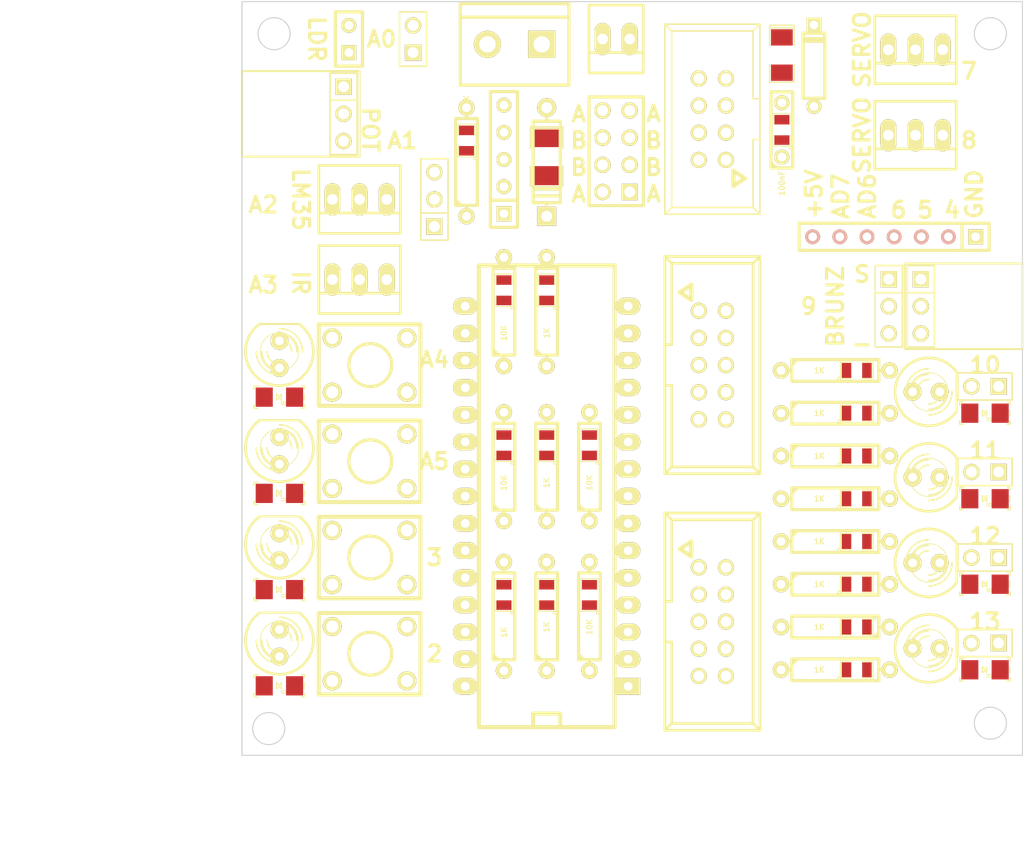
<source format=kicad_pcb>
(kicad_pcb (version 3) (host pcbnew "(22-Jun-2014 BZR 4027)-stable")

  (general
    (links 184)
    (no_connects 184)
    (area 0 0 0 0)
    (thickness 1.6)
    (drawings 57)
    (tracks 0)
    (zones 0)
    (modules 83)
    (nets 45)
  )

  (page A3)
  (layers
    (15 F.Cu signal)
    (0 B.Cu signal)
    (16 B.Adhes user)
    (17 F.Adhes user)
    (18 B.Paste user)
    (19 F.Paste user)
    (20 B.SilkS user)
    (21 F.SilkS user)
    (22 B.Mask user)
    (23 F.Mask user)
    (24 Dwgs.User user)
    (25 Cmts.User user)
    (26 Eco1.User user)
    (27 Eco2.User user)
    (28 Edge.Cuts user)
  )

  (setup
    (last_trace_width 0.2)
    (trace_clearance 0.2)
    (zone_clearance 0.508)
    (zone_45_only no)
    (trace_min 0.15)
    (segment_width 0.2)
    (edge_width 0.1)
    (via_size 0.94)
    (via_drill 0.5)
    (via_min_size 0.66)
    (via_min_drill 0.3)
    (uvia_size 0.508)
    (uvia_drill 0.127)
    (uvias_allowed no)
    (uvia_min_size 0.508)
    (uvia_min_drill 0.127)
    (pcb_text_width 0.3)
    (pcb_text_size 1.5 1.5)
    (mod_edge_width 0.15)
    (mod_text_size 1 1)
    (mod_text_width 0.15)
    (pad_size 1.5 1.5)
    (pad_drill 0.6)
    (pad_to_mask_clearance 0)
    (aux_axis_origin 0 0)
    (visible_elements FFFFFFBF)
    (pcbplotparams
      (layerselection 3178497)
      (usegerberextensions true)
      (excludeedgelayer true)
      (linewidth 0.150000)
      (plotframeref false)
      (viasonmask false)
      (mode 1)
      (useauxorigin false)
      (hpglpennumber 1)
      (hpglpenspeed 20)
      (hpglpendiameter 15)
      (hpglpenoverlay 2)
      (psnegative false)
      (psa4output false)
      (plotreference true)
      (plotvalue true)
      (plotothertext true)
      (plotinvisibletext false)
      (padsonsilk false)
      (subtractmaskfromsilk false)
      (outputformat 1)
      (mirror false)
      (drillshape 1)
      (scaleselection 1)
      (outputdirectory ""))
  )

  (net 0 "")
  (net 1 /AD0)
  (net 2 /AD1)
  (net 3 /AD2)
  (net 4 /AD3)
  (net 5 /AD4)
  (net 6 /AD5)
  (net 7 /AD6)
  (net 8 /AD7)
  (net 9 /IO0)
  (net 10 /IO1)
  (net 11 /IO2)
  (net 12 /IO3)
  (net 13 /IO4)
  (net 14 /IO5)
  (net 15 /IO6)
  (net 16 /IO7)
  (net 17 /IO8)
  (net 18 /IO9)
  (net 19 /MISO)
  (net 20 /MOSI)
  (net 21 /SCK)
  (net 22 /SS)
  (net 23 /V_5V)
  (net 24 /V_SERVO)
  (net 25 GND)
  (net 26 N-000001)
  (net 27 N-0000010)
  (net 28 N-0000011)
  (net 29 N-0000018)
  (net 30 N-0000019)
  (net 31 N-000002)
  (net 32 N-0000027)
  (net 33 N-0000029)
  (net 34 N-0000031)
  (net 35 N-0000032)
  (net 36 N-0000033)
  (net 37 N-0000034)
  (net 38 N-0000035)
  (net 39 N-0000042)
  (net 40 N-000005)
  (net 41 N-0000053)
  (net 42 N-0000058)
  (net 43 N-0000062)
  (net 44 N-000008)

  (net_class Default "This is the default net class."
    (clearance 0.2)
    (trace_width 0.2)
    (via_dia 0.94)
    (via_drill 0.5)
    (uvia_dia 0.508)
    (uvia_drill 0.127)
    (add_net "")
    (add_net /AD0)
    (add_net /AD1)
    (add_net /AD2)
    (add_net /AD3)
    (add_net /AD4)
    (add_net /AD5)
    (add_net /AD6)
    (add_net /AD7)
    (add_net /IO0)
    (add_net /IO1)
    (add_net /IO2)
    (add_net /IO3)
    (add_net /IO4)
    (add_net /IO5)
    (add_net /IO6)
    (add_net /IO7)
    (add_net /IO8)
    (add_net /IO9)
    (add_net /MISO)
    (add_net /MOSI)
    (add_net /SCK)
    (add_net /SS)
    (add_net /V_5V)
    (add_net /V_SERVO)
    (add_net GND)
    (add_net N-000001)
    (add_net N-0000010)
    (add_net N-0000011)
    (add_net N-0000018)
    (add_net N-0000019)
    (add_net N-000002)
    (add_net N-0000027)
    (add_net N-0000029)
    (add_net N-0000031)
    (add_net N-0000032)
    (add_net N-0000033)
    (add_net N-0000034)
    (add_net N-0000035)
    (add_net N-0000042)
    (add_net N-000005)
    (add_net N-0000053)
    (add_net N-0000058)
    (add_net N-0000062)
    (add_net N-000008)
  )

  (module VASCH5x2 (layer F.Cu) (tedit 5571A532) (tstamp 55D46D95)
    (at 133.5 86.5 270)
    (descr CONNECTOR)
    (tags CONNECTOR)
    (path /55C20D37)
    (attr virtual)
    (fp_text reference P1E1 (at -7.83 -0.293 270) (layer F.SilkS) hide
      (effects (font (size 1.778 1.778) (thickness 0.0889)))
    )
    (fp_text value CONN_5X2 (at 0.07 -3.693 270) (layer F.SilkS) hide
      (effects (font (size 1.778 1.778) (thickness 0.0889)))
    )
    (fp_line (start -9.525 -3.81) (end -10.16 -4.445) (layer F.SilkS) (width 0.254))
    (fp_line (start -9.525 3.81) (end -10.16 4.445) (layer F.SilkS) (width 0.254))
    (fp_line (start 9.525 3.81) (end 10.16 4.445) (layer F.SilkS) (width 0.254))
    (fp_line (start 9.525 -3.81) (end 10.16 -4.445) (layer F.SilkS) (width 0.254))
    (fp_line (start 1.905 4.445) (end 1.905 3.81) (layer F.SilkS) (width 0.254))
    (fp_line (start 1.905 3.81) (end 9.525 3.81) (layer F.SilkS) (width 0.254))
    (fp_line (start 9.525 3.81) (end 9.525 -3.81) (layer F.SilkS) (width 0.254))
    (fp_line (start 9.525 -3.81) (end -9.525 -3.81) (layer F.SilkS) (width 0.254))
    (fp_line (start -9.525 -3.81) (end -9.525 3.81) (layer F.SilkS) (width 0.254))
    (fp_line (start -9.525 3.81) (end -1.905 3.81) (layer F.SilkS) (width 0.254))
    (fp_line (start -1.905 3.81) (end -1.905 4.445) (layer F.SilkS) (width 0.254))
    (fp_line (start -10.16 4.445) (end 10.16 4.445) (layer F.SilkS) (width 0.254))
    (fp_line (start 10.16 -4.445) (end -10.16 -4.445) (layer F.SilkS) (width 0.254))
    (fp_line (start -10.16 -4.445) (end -10.16 4.445) (layer F.SilkS) (width 0.254))
    (fp_line (start 10.16 -4.445) (end 10.16 4.445) (layer F.SilkS) (width 0.254))
    (fp_line (start -7.49808 1.9685) (end -6.79958 3.03784) (layer F.SilkS) (width 0.4064))
    (fp_line (start -6.79958 3.03784) (end -6.09854 1.9685) (layer F.SilkS) (width 0.4064))
    (fp_line (start -6.09854 1.9685) (end -7.49808 1.9685) (layer F.SilkS) (width 0.4064))
    (pad 1 thru_hole circle (at -5.08 1.27 270) (size 1.50622 1.50622) (drill 0.99822)
      (layers *.Cu *.Mask F.Paste F.SilkS)
      (net 25 GND)
    )
    (pad 2 thru_hole circle (at -5.08 -1.27 270) (size 1.50622 1.50622) (drill 0.99822)
      (layers *.Cu *.Mask F.Paste F.SilkS)
      (net 16 /IO7)
    )
    (pad 3 thru_hole circle (at -2.54 1.27 270) (size 1.50622 1.50622) (drill 0.99822)
      (layers *.Cu *.Mask F.Paste F.SilkS)
      (net 15 /IO6)
    )
    (pad 4 thru_hole circle (at -2.54 -1.27 270) (size 1.50622 1.50622) (drill 0.99822)
      (layers *.Cu *.Mask F.Paste F.SilkS)
      (net 14 /IO5)
    )
    (pad 5 thru_hole circle (at 0 1.27 270) (size 1.50622 1.50622) (drill 0.99822)
      (layers *.Cu *.Mask F.Paste F.SilkS)
      (net 13 /IO4)
    )
    (pad 6 thru_hole circle (at 0 -1.27 270) (size 1.50622 1.50622) (drill 0.99822)
      (layers *.Cu *.Mask F.Paste F.SilkS)
      (net 4 /AD3)
    )
    (pad 7 thru_hole circle (at 2.54 1.27 270) (size 1.50622 1.50622) (drill 0.99822)
      (layers *.Cu *.Mask F.Paste F.SilkS)
      (net 3 /AD2)
    )
    (pad 8 thru_hole circle (at 2.54 -1.27 270) (size 1.50622 1.50622) (drill 0.99822)
      (layers *.Cu *.Mask F.Paste F.SilkS)
      (net 2 /AD1)
    )
    (pad 9 thru_hole circle (at 5.08 1.27 270) (size 1.50622 1.50622) (drill 0.99822)
      (layers *.Cu *.Mask F.Paste F.SilkS)
      (net 1 /AD0)
    )
    (pad 10 thru_hole circle (at 5.08 -1.27 270) (size 1.50622 1.50622) (drill 0.99822)
      (layers *.Cu *.Mask F.Paste F.SilkS)
      (net 23 /V_5V)
    )
  )

  (module VASCH5x2 (layer F.Cu) (tedit 5571A532) (tstamp 55D46DB5)
    (at 133.5 62.5 270)
    (descr CONNECTOR)
    (tags CONNECTOR)
    (path /55C1F363)
    (attr virtual)
    (fp_text reference P2E1 (at -7.83 -0.293 270) (layer F.SilkS) hide
      (effects (font (size 1.778 1.778) (thickness 0.0889)))
    )
    (fp_text value CONN_5X2 (at 0.07 -3.693 270) (layer F.SilkS) hide
      (effects (font (size 1.778 1.778) (thickness 0.0889)))
    )
    (fp_line (start -9.525 -3.81) (end -10.16 -4.445) (layer F.SilkS) (width 0.254))
    (fp_line (start -9.525 3.81) (end -10.16 4.445) (layer F.SilkS) (width 0.254))
    (fp_line (start 9.525 3.81) (end 10.16 4.445) (layer F.SilkS) (width 0.254))
    (fp_line (start 9.525 -3.81) (end 10.16 -4.445) (layer F.SilkS) (width 0.254))
    (fp_line (start 1.905 4.445) (end 1.905 3.81) (layer F.SilkS) (width 0.254))
    (fp_line (start 1.905 3.81) (end 9.525 3.81) (layer F.SilkS) (width 0.254))
    (fp_line (start 9.525 3.81) (end 9.525 -3.81) (layer F.SilkS) (width 0.254))
    (fp_line (start 9.525 -3.81) (end -9.525 -3.81) (layer F.SilkS) (width 0.254))
    (fp_line (start -9.525 -3.81) (end -9.525 3.81) (layer F.SilkS) (width 0.254))
    (fp_line (start -9.525 3.81) (end -1.905 3.81) (layer F.SilkS) (width 0.254))
    (fp_line (start -1.905 3.81) (end -1.905 4.445) (layer F.SilkS) (width 0.254))
    (fp_line (start -10.16 4.445) (end 10.16 4.445) (layer F.SilkS) (width 0.254))
    (fp_line (start 10.16 -4.445) (end -10.16 -4.445) (layer F.SilkS) (width 0.254))
    (fp_line (start -10.16 -4.445) (end -10.16 4.445) (layer F.SilkS) (width 0.254))
    (fp_line (start 10.16 -4.445) (end 10.16 4.445) (layer F.SilkS) (width 0.254))
    (fp_line (start -7.49808 1.9685) (end -6.79958 3.03784) (layer F.SilkS) (width 0.4064))
    (fp_line (start -6.79958 3.03784) (end -6.09854 1.9685) (layer F.SilkS) (width 0.4064))
    (fp_line (start -6.09854 1.9685) (end -7.49808 1.9685) (layer F.SilkS) (width 0.4064))
    (pad 1 thru_hole circle (at -5.08 1.27 270) (size 1.50622 1.50622) (drill 0.99822)
      (layers *.Cu *.Mask F.Paste F.SilkS)
      (net 25 GND)
    )
    (pad 2 thru_hole circle (at -5.08 -1.27 270) (size 1.50622 1.50622) (drill 0.99822)
      (layers *.Cu *.Mask F.Paste F.SilkS)
      (net 21 /SCK)
    )
    (pad 3 thru_hole circle (at -2.54 1.27 270) (size 1.50622 1.50622) (drill 0.99822)
      (layers *.Cu *.Mask F.Paste F.SilkS)
      (net 19 /MISO)
    )
    (pad 4 thru_hole circle (at -2.54 -1.27 270) (size 1.50622 1.50622) (drill 0.99822)
      (layers *.Cu *.Mask F.Paste F.SilkS)
      (net 20 /MOSI)
    )
    (pad 5 thru_hole circle (at 0 1.27 270) (size 1.50622 1.50622) (drill 0.99822)
      (layers *.Cu *.Mask F.Paste F.SilkS)
      (net 22 /SS)
    )
    (pad 6 thru_hole circle (at 0 -1.27 270) (size 1.50622 1.50622) (drill 0.99822)
      (layers *.Cu *.Mask F.Paste F.SilkS)
      (net 18 /IO9)
    )
    (pad 7 thru_hole circle (at 2.54 1.27 270) (size 1.50622 1.50622) (drill 0.99822)
      (layers *.Cu *.Mask F.Paste F.SilkS)
      (net 17 /IO8)
    )
    (pad 8 thru_hole circle (at 2.54 -1.27 270) (size 1.50622 1.50622) (drill 0.99822)
      (layers *.Cu *.Mask F.Paste F.SilkS)
      (net 5 /AD4)
    )
    (pad 9 thru_hole circle (at 5.08 1.27 270) (size 1.50622 1.50622) (drill 0.99822)
      (layers *.Cu *.Mask F.Paste F.SilkS)
      (net 6 /AD5)
    )
    (pad 10 thru_hole circle (at 5.08 -1.27 270) (size 1.50622 1.50622) (drill 0.99822)
      (layers *.Cu *.Mask F.Paste F.SilkS)
      (net 23 /V_5V)
    )
  )

  (module VASCH4x2 (layer F.Cu) (tedit 557E9E40) (tstamp 55D46DD3)
    (at 133.5 39.5 90)
    (descr CONNECTOR)
    (tags CONNECTOR)
    (path /55C1F356)
    (attr virtual)
    (fp_text reference PCOMM1 (at -6.985 0 90) (layer F.SilkS) hide
      (effects (font (size 1.778 1.778) (thickness 0.0889)))
    )
    (fp_text value CONN_4X2 (at 0 -3.175 90) (layer F.SilkS) hide
      (effects (font (size 1.778 1.778) (thickness 0.0889)))
    )
    (fp_line (start 8.255 -3.81) (end -8.255 -3.81) (layer F.SilkS) (width 0.15))
    (fp_line (start -8.89 -4.445) (end 8.89 -4.445) (layer F.SilkS) (width 0.15))
    (fp_line (start -8.255 3.81) (end -8.255 -3.81) (layer F.SilkS) (width 0.15))
    (fp_line (start -8.255 -3.81) (end -8.89 -4.445) (layer F.SilkS) (width 0.15))
    (fp_line (start -8.89 4.445) (end -8.89 -4.445) (layer F.SilkS) (width 0.15))
    (fp_line (start -8.89 4.445) (end -8.255 3.81) (layer F.SilkS) (width 0.15))
    (fp_line (start 8.89 4.445) (end -8.89 4.445) (layer F.SilkS) (width 0.15))
    (fp_line (start -1.905 3.81) (end -8.255 3.81) (layer F.SilkS) (width 0.15))
    (fp_line (start -1.905 4.445) (end -1.905 3.81) (layer F.SilkS) (width 0.15))
    (fp_line (start 1.905 4.445) (end 1.905 3.81) (layer F.SilkS) (width 0.15))
    (fp_line (start 1.905 3.81) (end 8.255 3.81) (layer F.SilkS) (width 0.15))
    (fp_line (start 8.89 4.445) (end 8.89 -4.445) (layer F.SilkS) (width 0.15))
    (fp_line (start 8.255 -3.81) (end 8.89 -4.445) (layer F.SilkS) (width 0.15))
    (fp_line (start 8.255 -3.81) (end 8.255 3.81) (layer F.SilkS) (width 0.15))
    (fp_line (start 8.255 3.81) (end 8.89 4.445) (layer F.SilkS) (width 0.15))
    (fp_line (start -6.22808 1.9685) (end -5.52958 3.03784) (layer F.SilkS) (width 0.4064))
    (fp_line (start -5.52958 3.03784) (end -4.82854 1.9685) (layer F.SilkS) (width 0.4064))
    (fp_line (start -4.82854 1.9685) (end -6.22808 1.9685) (layer F.SilkS) (width 0.4064))
    (pad 1 thru_hole circle (at -3.81 1.27 90) (size 1.50622 1.50622) (drill 0.99822)
      (layers *.Cu *.Mask F.Paste F.SilkS)
      (net 25 GND)
    )
    (pad 2 thru_hole circle (at -3.81 -1.27 90) (size 1.50622 1.50622) (drill 0.99822)
      (layers *.Cu *.Mask F.Paste F.SilkS)
      (net 41 N-0000053)
    )
    (pad 3 thru_hole circle (at -1.27 1.27 90) (size 1.50622 1.50622) (drill 0.99822)
      (layers *.Cu *.Mask F.Paste F.SilkS)
    )
    (pad 4 thru_hole circle (at -1.27 -1.27 90) (size 1.50622 1.50622) (drill 0.99822)
      (layers *.Cu *.Mask F.Paste F.SilkS)
      (net 39 N-0000042)
    )
    (pad 5 thru_hole circle (at 1.27 1.27 90) (size 1.50622 1.50622) (drill 0.99822)
      (layers *.Cu *.Mask F.Paste F.SilkS)
    )
    (pad 6 thru_hole circle (at 1.27 -1.27 90) (size 1.50622 1.50622) (drill 0.99822)
      (layers *.Cu *.Mask F.Paste F.SilkS)
    )
    (pad 7 thru_hole circle (at 3.81 1.27 90) (size 1.50622 1.50622) (drill 0.99822)
      (layers *.Cu *.Mask F.Paste F.SilkS)
    )
    (pad 8 thru_hole circle (at 3.81 -1.27 90) (size 1.50622 1.50622) (drill 0.99822)
      (layers *.Cu *.Mask F.Paste F.SilkS)
      (net 23 /V_5V)
    )
  )

  (module SM1210L (layer F.Cu) (tedit 55D4C9F0) (tstamp 55D46DE0)
    (at 118 43 270)
    (tags "CMS SM")
    (path /55D45B6D)
    (attr smd)
    (fp_text reference D1S1 (at 0.127 -0.762 270) (layer F.SilkS) hide
      (effects (font (size 0.7 0.7) (thickness 0.127)))
    )
    (fp_text value DIODESCH (at 0 0.762 270) (layer F.SilkS) hide
      (effects (font (size 0.7 0.7) (thickness 0.127)))
    )
    (fp_line (start -2.794 -1.524) (end -2.794 1.524) (layer F.SilkS) (width 0.127))
    (fp_line (start 0.889 1.524) (end 2.794 1.524) (layer F.SilkS) (width 0.127))
    (fp_line (start 2.794 1.524) (end 2.794 -1.524) (layer F.SilkS) (width 0.127))
    (fp_line (start 2.794 -1.524) (end 0.889 -1.524) (layer F.SilkS) (width 0.127))
    (fp_line (start -0.762 -1.524) (end -2.794 -1.524) (layer F.SilkS) (width 0.127))
    (fp_line (start -2.594 -1.524) (end -2.594 1.524) (layer F.SilkS) (width 0.127))
    (fp_line (start -2.794 1.524) (end -0.762 1.524) (layer F.SilkS) (width 0.127))
    (pad 1 smd rect (at -1.778 0 270) (size 1.778 2.794)
      (layers F.Cu F.Paste F.Mask)
      (net 23 /V_5V)
    )
    (pad 2 smd rect (at 1.778 0 270) (size 1.778 2.794)
      (layers F.Cu F.Paste F.Mask)
      (net 24 /V_SERVO)
    )
    (model smd/chip_cms.wrl
      (at (xyz 0 0 0))
      (scale (xyz 0.2 0.2 0.2))
      (rotate (xyz 0 0 0))
    )
  )

  (module SM1206POL-PCB (layer F.Cu) (tedit 55D4CE87) (tstamp 55D46DEF)
    (at 140 33.5 90)
    (path /55D45F0E)
    (attr smd)
    (fp_text reference D2S2 (at 0.0508 1.8288 90) (layer F.SilkS) hide
      (effects (font (size 0.762 0.762) (thickness 0.127)))
    )
    (fp_text value 1N4148 (at -0.0762 0.0508 90) (layer F.SilkS) hide
      (effects (font (size 0.762 0.762) (thickness 0.127)))
    )
    (fp_line (start 2.794 -1.143) (end 2.54 -1.143) (layer F.SilkS) (width 0.127))
    (fp_line (start 2.794 -1.143) (end 2.794 1.143) (layer F.SilkS) (width 0.127))
    (fp_line (start 2.54 1.143) (end 2.794 1.143) (layer F.SilkS) (width 0.127))
    (fp_line (start -2.54 -1.143) (end -2.54 1.143) (layer F.SilkS) (width 0.127))
    (fp_line (start -2.54 1.143) (end -0.889 1.143) (layer F.SilkS) (width 0.127))
    (fp_line (start 0.889 -1.143) (end 2.54 -1.143) (layer F.SilkS) (width 0.127))
    (fp_line (start 2.54 -1.143) (end 2.54 1.143) (layer F.SilkS) (width 0.127))
    (fp_line (start 2.54 1.143) (end 0.889 1.143) (layer F.SilkS) (width 0.127))
    (fp_line (start -0.889 -1.143) (end -2.54 -1.143) (layer F.SilkS) (width 0.127))
    (pad 1 smd rect (at -1.651 0 90) (size 1.524 2.032)
      (layers F.Cu F.Paste F.Mask)
      (net 25 GND)
    )
    (pad 2 smd rect (at 1.651 0 90) (size 1.524 2.032)
      (layers F.Cu F.Paste F.Mask)
      (net 24 /V_SERVO)
    )
    (model smd/chip_cms_pol.wrl
      (at (xyz 0 0 0))
      (scale (xyz 0.17 0.16 0.16))
      (rotate (xyz 0 0 0))
    )
  )

  (module SM0805 (layer F.Cu) (tedit 55D4CE05) (tstamp 55D46DFC)
    (at 147 87 180)
    (path /55D35B3E)
    (attr smd)
    (fp_text reference R13S1 (at 0 -0.3175 180) (layer F.SilkS) hide
      (effects (font (size 0.50038 0.50038) (thickness 0.10922)))
    )
    (fp_text value 1K (at 3.5 0 180) (layer F.SilkS)
      (effects (font (size 0.50038 0.50038) (thickness 0.10922)))
    )
    (fp_circle (center -1.651 0.762) (end -1.651 0.635) (layer F.SilkS) (width 0.09906))
    (fp_line (start -0.508 0.762) (end -1.524 0.762) (layer F.SilkS) (width 0.09906))
    (fp_line (start -1.524 0.762) (end -1.524 -0.762) (layer F.SilkS) (width 0.09906))
    (fp_line (start -1.524 -0.762) (end -0.508 -0.762) (layer F.SilkS) (width 0.09906))
    (fp_line (start 0.508 -0.762) (end 1.524 -0.762) (layer F.SilkS) (width 0.09906))
    (fp_line (start 1.524 -0.762) (end 1.524 0.762) (layer F.SilkS) (width 0.09906))
    (fp_line (start 1.524 0.762) (end 0.508 0.762) (layer F.SilkS) (width 0.09906))
    (pad 1 smd rect (at -0.9525 0 180) (size 0.889 1.397)
      (layers F.Cu F.Paste F.Mask)
      (net 21 /SCK)
    )
    (pad 2 smd rect (at 0.9525 0 180) (size 0.889 1.397)
      (layers F.Cu F.Paste F.Mask)
      (net 26 N-000001)
    )
    (model smd/chip_cms.wrl
      (at (xyz 0 0 0))
      (scale (xyz 0.1 0.1 0.1))
      (rotate (xyz 0 0 0))
    )
  )

  (module SM0805 (layer F.Cu) (tedit 55D4C946) (tstamp 55D46E09)
    (at 110.5 41.5 90)
    (path /55D353C8)
    (attr smd)
    (fp_text reference RA3S1 (at 0 -0.3175 90) (layer F.SilkS) hide
      (effects (font (size 0.50038 0.50038) (thickness 0.10922)))
    )
    (fp_text value 10K (at 3.5 0 90) (layer F.SilkS)
      (effects (font (size 0.50038 0.50038) (thickness 0.10922)))
    )
    (fp_circle (center -1.651 0.762) (end -1.651 0.635) (layer F.SilkS) (width 0.09906))
    (fp_line (start -0.508 0.762) (end -1.524 0.762) (layer F.SilkS) (width 0.09906))
    (fp_line (start -1.524 0.762) (end -1.524 -0.762) (layer F.SilkS) (width 0.09906))
    (fp_line (start -1.524 -0.762) (end -0.508 -0.762) (layer F.SilkS) (width 0.09906))
    (fp_line (start 0.508 -0.762) (end 1.524 -0.762) (layer F.SilkS) (width 0.09906))
    (fp_line (start 1.524 -0.762) (end 1.524 0.762) (layer F.SilkS) (width 0.09906))
    (fp_line (start 1.524 0.762) (end 0.508 0.762) (layer F.SilkS) (width 0.09906))
    (pad 1 smd rect (at -0.9525 0 90) (size 0.889 1.397)
      (layers F.Cu F.Paste F.Mask)
      (net 40 N-000005)
    )
    (pad 2 smd rect (at 0.9525 0 90) (size 0.889 1.397)
      (layers F.Cu F.Paste F.Mask)
      (net 23 /V_5V)
    )
    (model smd/chip_cms.wrl
      (at (xyz 0 0 0))
      (scale (xyz 0.1 0.1 0.1))
      (rotate (xyz 0 0 0))
    )
  )

  (module SM0805 (layer F.Cu) (tedit 55D4C8DA) (tstamp 55D46E16)
    (at 114 55.5 90)
    (path /55D3361F)
    (attr smd)
    (fp_text reference R41S1 (at 0 -0.3175 90) (layer F.SilkS) hide
      (effects (font (size 0.50038 0.50038) (thickness 0.10922)))
    )
    (fp_text value 10K (at -4 0 90) (layer F.SilkS)
      (effects (font (size 0.50038 0.50038) (thickness 0.10922)))
    )
    (fp_circle (center -1.651 0.762) (end -1.651 0.635) (layer F.SilkS) (width 0.09906))
    (fp_line (start -0.508 0.762) (end -1.524 0.762) (layer F.SilkS) (width 0.09906))
    (fp_line (start -1.524 0.762) (end -1.524 -0.762) (layer F.SilkS) (width 0.09906))
    (fp_line (start -1.524 -0.762) (end -0.508 -0.762) (layer F.SilkS) (width 0.09906))
    (fp_line (start 0.508 -0.762) (end 1.524 -0.762) (layer F.SilkS) (width 0.09906))
    (fp_line (start 1.524 -0.762) (end 1.524 0.762) (layer F.SilkS) (width 0.09906))
    (fp_line (start 1.524 0.762) (end 0.508 0.762) (layer F.SilkS) (width 0.09906))
    (pad 1 smd rect (at -0.9525 0 90) (size 0.889 1.397)
      (layers F.Cu F.Paste F.Mask)
      (net 23 /V_5V)
    )
    (pad 2 smd rect (at 0.9525 0 90) (size 0.889 1.397)
      (layers F.Cu F.Paste F.Mask)
      (net 5 /AD4)
    )
    (model smd/chip_cms.wrl
      (at (xyz 0 0 0))
      (scale (xyz 0.1 0.1 0.1))
      (rotate (xyz 0 0 0))
    )
  )

  (module SM0805 (layer F.Cu) (tedit 55D4C8DD) (tstamp 55D46E23)
    (at 118 55.5 90)
    (path /55D33607)
    (attr smd)
    (fp_text reference R42S1 (at 0 -0.3175 90) (layer F.SilkS) hide
      (effects (font (size 0.50038 0.50038) (thickness 0.10922)))
    )
    (fp_text value 1K (at -4 0 90) (layer F.SilkS)
      (effects (font (size 0.50038 0.50038) (thickness 0.10922)))
    )
    (fp_circle (center -1.651 0.762) (end -1.651 0.635) (layer F.SilkS) (width 0.09906))
    (fp_line (start -0.508 0.762) (end -1.524 0.762) (layer F.SilkS) (width 0.09906))
    (fp_line (start -1.524 0.762) (end -1.524 -0.762) (layer F.SilkS) (width 0.09906))
    (fp_line (start -1.524 -0.762) (end -0.508 -0.762) (layer F.SilkS) (width 0.09906))
    (fp_line (start 0.508 -0.762) (end 1.524 -0.762) (layer F.SilkS) (width 0.09906))
    (fp_line (start 1.524 -0.762) (end 1.524 0.762) (layer F.SilkS) (width 0.09906))
    (fp_line (start 1.524 0.762) (end 0.508 0.762) (layer F.SilkS) (width 0.09906))
    (pad 1 smd rect (at -0.9525 0 90) (size 0.889 1.397)
      (layers F.Cu F.Paste F.Mask)
      (net 23 /V_5V)
    )
    (pad 2 smd rect (at 0.9525 0 90) (size 0.889 1.397)
      (layers F.Cu F.Paste F.Mask)
      (net 30 N-0000019)
    )
    (model smd/chip_cms.wrl
      (at (xyz 0 0 0))
      (scale (xyz 0.1 0.1 0.1))
      (rotate (xyz 0 0 0))
    )
  )

  (module SM0805 (layer F.Cu) (tedit 55D4CE25) (tstamp 55D46E30)
    (at 147 79)
    (path /55D36465)
    (attr smd)
    (fp_text reference R12S1 (at 0 -0.3175) (layer F.SilkS) hide
      (effects (font (size 0.50038 0.50038) (thickness 0.10922)))
    )
    (fp_text value 1K (at -3.5 0) (layer F.SilkS)
      (effects (font (size 0.50038 0.50038) (thickness 0.10922)))
    )
    (fp_circle (center -1.651 0.762) (end -1.651 0.635) (layer F.SilkS) (width 0.09906))
    (fp_line (start -0.508 0.762) (end -1.524 0.762) (layer F.SilkS) (width 0.09906))
    (fp_line (start -1.524 0.762) (end -1.524 -0.762) (layer F.SilkS) (width 0.09906))
    (fp_line (start -1.524 -0.762) (end -0.508 -0.762) (layer F.SilkS) (width 0.09906))
    (fp_line (start 0.508 -0.762) (end 1.524 -0.762) (layer F.SilkS) (width 0.09906))
    (fp_line (start 1.524 -0.762) (end 1.524 0.762) (layer F.SilkS) (width 0.09906))
    (fp_line (start 1.524 0.762) (end 0.508 0.762) (layer F.SilkS) (width 0.09906))
    (pad 1 smd rect (at -0.9525 0) (size 0.889 1.397)
      (layers F.Cu F.Paste F.Mask)
      (net 19 /MISO)
    )
    (pad 2 smd rect (at 0.9525 0) (size 0.889 1.397)
      (layers F.Cu F.Paste F.Mask)
      (net 44 N-000008)
    )
    (model smd/chip_cms.wrl
      (at (xyz 0 0 0))
      (scale (xyz 0.1 0.1 0.1))
      (rotate (xyz 0 0 0))
    )
  )

  (module SM0805 (layer F.Cu) (tedit 55D4CE19) (tstamp 55D46E3D)
    (at 147 83)
    (path /55D36471)
    (attr smd)
    (fp_text reference R12AS1 (at 0 -0.3175) (layer F.SilkS) hide
      (effects (font (size 0.50038 0.50038) (thickness 0.10922)))
    )
    (fp_text value 1K (at -3.5 0) (layer F.SilkS)
      (effects (font (size 0.50038 0.50038) (thickness 0.10922)))
    )
    (fp_circle (center -1.651 0.762) (end -1.651 0.635) (layer F.SilkS) (width 0.09906))
    (fp_line (start -0.508 0.762) (end -1.524 0.762) (layer F.SilkS) (width 0.09906))
    (fp_line (start -1.524 0.762) (end -1.524 -0.762) (layer F.SilkS) (width 0.09906))
    (fp_line (start -1.524 -0.762) (end -0.508 -0.762) (layer F.SilkS) (width 0.09906))
    (fp_line (start 0.508 -0.762) (end 1.524 -0.762) (layer F.SilkS) (width 0.09906))
    (fp_line (start 1.524 -0.762) (end 1.524 0.762) (layer F.SilkS) (width 0.09906))
    (fp_line (start 1.524 0.762) (end 0.508 0.762) (layer F.SilkS) (width 0.09906))
    (pad 1 smd rect (at -0.9525 0) (size 0.889 1.397)
      (layers F.Cu F.Paste F.Mask)
      (net 19 /MISO)
    )
    (pad 2 smd rect (at 0.9525 0) (size 0.889 1.397)
      (layers F.Cu F.Paste F.Mask)
      (net 35 N-0000032)
    )
    (model smd/chip_cms.wrl
      (at (xyz 0 0 0))
      (scale (xyz 0.1 0.1 0.1))
      (rotate (xyz 0 0 0))
    )
  )

  (module SM0805 (layer F.Cu) (tedit 55D4C8B2) (tstamp 55D46E4A)
    (at 114 70 90)
    (path /55D335D7)
    (attr smd)
    (fp_text reference R51S1 (at 0 -0.3175 180) (layer F.SilkS) hide
      (effects (font (size 0.50038 0.50038) (thickness 0.10922)))
    )
    (fp_text value 10K (at -3.5 0 90) (layer F.SilkS)
      (effects (font (size 0.50038 0.50038) (thickness 0.10922)))
    )
    (fp_circle (center -1.651 0.762) (end -1.651 0.635) (layer F.SilkS) (width 0.09906))
    (fp_line (start -0.508 0.762) (end -1.524 0.762) (layer F.SilkS) (width 0.09906))
    (fp_line (start -1.524 0.762) (end -1.524 -0.762) (layer F.SilkS) (width 0.09906))
    (fp_line (start -1.524 -0.762) (end -0.508 -0.762) (layer F.SilkS) (width 0.09906))
    (fp_line (start 0.508 -0.762) (end 1.524 -0.762) (layer F.SilkS) (width 0.09906))
    (fp_line (start 1.524 -0.762) (end 1.524 0.762) (layer F.SilkS) (width 0.09906))
    (fp_line (start 1.524 0.762) (end 0.508 0.762) (layer F.SilkS) (width 0.09906))
    (pad 1 smd rect (at -0.9525 0 90) (size 0.889 1.397)
      (layers F.Cu F.Paste F.Mask)
      (net 23 /V_5V)
    )
    (pad 2 smd rect (at 0.9525 0 90) (size 0.889 1.397)
      (layers F.Cu F.Paste F.Mask)
      (net 6 /AD5)
    )
    (model smd/chip_cms.wrl
      (at (xyz 0 0 0))
      (scale (xyz 0.1 0.1 0.1))
      (rotate (xyz 0 0 0))
    )
  )

  (module SM0805 (layer F.Cu) (tedit 55D4CDF1) (tstamp 55D46E57)
    (at 147 91)
    (path /55D35B65)
    (attr smd)
    (fp_text reference R13AS1 (at 0 -0.3175) (layer F.SilkS) hide
      (effects (font (size 0.50038 0.50038) (thickness 0.10922)))
    )
    (fp_text value 1K (at -3.5 0) (layer F.SilkS)
      (effects (font (size 0.50038 0.50038) (thickness 0.10922)))
    )
    (fp_circle (center -1.651 0.762) (end -1.651 0.635) (layer F.SilkS) (width 0.09906))
    (fp_line (start -0.508 0.762) (end -1.524 0.762) (layer F.SilkS) (width 0.09906))
    (fp_line (start -1.524 0.762) (end -1.524 -0.762) (layer F.SilkS) (width 0.09906))
    (fp_line (start -1.524 -0.762) (end -0.508 -0.762) (layer F.SilkS) (width 0.09906))
    (fp_line (start 0.508 -0.762) (end 1.524 -0.762) (layer F.SilkS) (width 0.09906))
    (fp_line (start 1.524 -0.762) (end 1.524 0.762) (layer F.SilkS) (width 0.09906))
    (fp_line (start 1.524 0.762) (end 0.508 0.762) (layer F.SilkS) (width 0.09906))
    (pad 1 smd rect (at -0.9525 0) (size 0.889 1.397)
      (layers F.Cu F.Paste F.Mask)
      (net 21 /SCK)
    )
    (pad 2 smd rect (at 0.9525 0) (size 0.889 1.397)
      (layers F.Cu F.Paste F.Mask)
      (net 38 N-0000035)
    )
    (model smd/chip_cms.wrl
      (at (xyz 0 0 0))
      (scale (xyz 0.1 0.1 0.1))
      (rotate (xyz 0 0 0))
    )
  )

  (module SM0805 (layer F.Cu) (tedit 55D4CE31) (tstamp 55D46E64)
    (at 147 75)
    (path /55D364C4)
    (attr smd)
    (fp_text reference R11S1 (at 0 -0.3175) (layer F.SilkS) hide
      (effects (font (size 0.50038 0.50038) (thickness 0.10922)))
    )
    (fp_text value 1K (at -3.5 0) (layer F.SilkS)
      (effects (font (size 0.50038 0.50038) (thickness 0.10922)))
    )
    (fp_circle (center -1.651 0.762) (end -1.651 0.635) (layer F.SilkS) (width 0.09906))
    (fp_line (start -0.508 0.762) (end -1.524 0.762) (layer F.SilkS) (width 0.09906))
    (fp_line (start -1.524 0.762) (end -1.524 -0.762) (layer F.SilkS) (width 0.09906))
    (fp_line (start -1.524 -0.762) (end -0.508 -0.762) (layer F.SilkS) (width 0.09906))
    (fp_line (start 0.508 -0.762) (end 1.524 -0.762) (layer F.SilkS) (width 0.09906))
    (fp_line (start 1.524 -0.762) (end 1.524 0.762) (layer F.SilkS) (width 0.09906))
    (fp_line (start 1.524 0.762) (end 0.508 0.762) (layer F.SilkS) (width 0.09906))
    (pad 1 smd rect (at -0.9525 0) (size 0.889 1.397)
      (layers F.Cu F.Paste F.Mask)
      (net 20 /MOSI)
    )
    (pad 2 smd rect (at 0.9525 0) (size 0.889 1.397)
      (layers F.Cu F.Paste F.Mask)
      (net 27 N-0000010)
    )
    (model smd/chip_cms.wrl
      (at (xyz 0 0 0))
      (scale (xyz 0.1 0.1 0.1))
      (rotate (xyz 0 0 0))
    )
  )

  (module SM0805 (layer F.Cu) (tedit 55D4C896) (tstamp 55D46E71)
    (at 118 70 90)
    (path /55D335BF)
    (attr smd)
    (fp_text reference R52S1 (at 0 -0.3175 90) (layer F.SilkS) hide
      (effects (font (size 0.50038 0.50038) (thickness 0.10922)))
    )
    (fp_text value 1K (at -3.5 0 90) (layer F.SilkS)
      (effects (font (size 0.50038 0.50038) (thickness 0.10922)))
    )
    (fp_circle (center -1.651 0.762) (end -1.651 0.635) (layer F.SilkS) (width 0.09906))
    (fp_line (start -0.508 0.762) (end -1.524 0.762) (layer F.SilkS) (width 0.09906))
    (fp_line (start -1.524 0.762) (end -1.524 -0.762) (layer F.SilkS) (width 0.09906))
    (fp_line (start -1.524 -0.762) (end -0.508 -0.762) (layer F.SilkS) (width 0.09906))
    (fp_line (start 0.508 -0.762) (end 1.524 -0.762) (layer F.SilkS) (width 0.09906))
    (fp_line (start 1.524 -0.762) (end 1.524 0.762) (layer F.SilkS) (width 0.09906))
    (fp_line (start 1.524 0.762) (end 0.508 0.762) (layer F.SilkS) (width 0.09906))
    (pad 1 smd rect (at -0.9525 0 90) (size 0.889 1.397)
      (layers F.Cu F.Paste F.Mask)
      (net 23 /V_5V)
    )
    (pad 2 smd rect (at 0.9525 0 90) (size 0.889 1.397)
      (layers F.Cu F.Paste F.Mask)
      (net 29 N-0000018)
    )
    (model smd/chip_cms.wrl
      (at (xyz 0 0 0))
      (scale (xyz 0.1 0.1 0.1))
      (rotate (xyz 0 0 0))
    )
  )

  (module SM0805 (layer F.Cu) (tedit 55D4CE3E) (tstamp 55D46E7E)
    (at 147 71)
    (path /55D364D0)
    (attr smd)
    (fp_text reference R11AS1 (at 0 -0.3175) (layer F.SilkS) hide
      (effects (font (size 0.50038 0.50038) (thickness 0.10922)))
    )
    (fp_text value 1K (at -3.5 0) (layer F.SilkS)
      (effects (font (size 0.50038 0.50038) (thickness 0.10922)))
    )
    (fp_circle (center -1.651 0.762) (end -1.651 0.635) (layer F.SilkS) (width 0.09906))
    (fp_line (start -0.508 0.762) (end -1.524 0.762) (layer F.SilkS) (width 0.09906))
    (fp_line (start -1.524 0.762) (end -1.524 -0.762) (layer F.SilkS) (width 0.09906))
    (fp_line (start -1.524 -0.762) (end -0.508 -0.762) (layer F.SilkS) (width 0.09906))
    (fp_line (start 0.508 -0.762) (end 1.524 -0.762) (layer F.SilkS) (width 0.09906))
    (fp_line (start 1.524 -0.762) (end 1.524 0.762) (layer F.SilkS) (width 0.09906))
    (fp_line (start 1.524 0.762) (end 0.508 0.762) (layer F.SilkS) (width 0.09906))
    (pad 1 smd rect (at -0.9525 0) (size 0.889 1.397)
      (layers F.Cu F.Paste F.Mask)
      (net 20 /MOSI)
    )
    (pad 2 smd rect (at 0.9525 0) (size 0.889 1.397)
      (layers F.Cu F.Paste F.Mask)
      (net 36 N-0000033)
    )
    (model smd/chip_cms.wrl
      (at (xyz 0 0 0))
      (scale (xyz 0.1 0.1 0.1))
      (rotate (xyz 0 0 0))
    )
  )

  (module SM0805 (layer F.Cu) (tedit 55D4C831) (tstamp 55D46E8B)
    (at 122 70 90)
    (path /55D33558)
    (attr smd)
    (fp_text reference R31S1 (at 0 -0.3175 90) (layer F.SilkS) hide
      (effects (font (size 0.50038 0.50038) (thickness 0.10922)))
    )
    (fp_text value 10K (at -3.5 0 90) (layer F.SilkS)
      (effects (font (size 0.50038 0.50038) (thickness 0.10922)))
    )
    (fp_circle (center -1.651 0.762) (end -1.651 0.635) (layer F.SilkS) (width 0.09906))
    (fp_line (start -0.508 0.762) (end -1.524 0.762) (layer F.SilkS) (width 0.09906))
    (fp_line (start -1.524 0.762) (end -1.524 -0.762) (layer F.SilkS) (width 0.09906))
    (fp_line (start -1.524 -0.762) (end -0.508 -0.762) (layer F.SilkS) (width 0.09906))
    (fp_line (start 0.508 -0.762) (end 1.524 -0.762) (layer F.SilkS) (width 0.09906))
    (fp_line (start 1.524 -0.762) (end 1.524 0.762) (layer F.SilkS) (width 0.09906))
    (fp_line (start 1.524 0.762) (end 0.508 0.762) (layer F.SilkS) (width 0.09906))
    (pad 1 smd rect (at -0.9525 0 90) (size 0.889 1.397)
      (layers F.Cu F.Paste F.Mask)
      (net 23 /V_5V)
    )
    (pad 2 smd rect (at 0.9525 0 90) (size 0.889 1.397)
      (layers F.Cu F.Paste F.Mask)
      (net 12 /IO3)
    )
    (model smd/chip_cms.wrl
      (at (xyz 0 0 0))
      (scale (xyz 0.1 0.1 0.1))
      (rotate (xyz 0 0 0))
    )
  )

  (module SM0805 (layer F.Cu) (tedit 55D4C825) (tstamp 55D46E98)
    (at 114 84 90)
    (path /55D33540)
    (attr smd)
    (fp_text reference R32S1 (at 0 -0.3175 90) (layer F.SilkS) hide
      (effects (font (size 0.50038 0.50038) (thickness 0.10922)))
    )
    (fp_text value 1K (at -3.5 0 90) (layer F.SilkS)
      (effects (font (size 0.50038 0.50038) (thickness 0.10922)))
    )
    (fp_circle (center -1.651 0.762) (end -1.651 0.635) (layer F.SilkS) (width 0.09906))
    (fp_line (start -0.508 0.762) (end -1.524 0.762) (layer F.SilkS) (width 0.09906))
    (fp_line (start -1.524 0.762) (end -1.524 -0.762) (layer F.SilkS) (width 0.09906))
    (fp_line (start -1.524 -0.762) (end -0.508 -0.762) (layer F.SilkS) (width 0.09906))
    (fp_line (start 0.508 -0.762) (end 1.524 -0.762) (layer F.SilkS) (width 0.09906))
    (fp_line (start 1.524 -0.762) (end 1.524 0.762) (layer F.SilkS) (width 0.09906))
    (fp_line (start 1.524 0.762) (end 0.508 0.762) (layer F.SilkS) (width 0.09906))
    (pad 1 smd rect (at -0.9525 0 90) (size 0.889 1.397)
      (layers F.Cu F.Paste F.Mask)
      (net 23 /V_5V)
    )
    (pad 2 smd rect (at 0.9525 0 90) (size 0.889 1.397)
      (layers F.Cu F.Paste F.Mask)
      (net 42 N-0000058)
    )
    (model smd/chip_cms.wrl
      (at (xyz 0 0 0))
      (scale (xyz 0.1 0.1 0.1))
      (rotate (xyz 0 0 0))
    )
  )

  (module SM0805 (layer F.Cu) (tedit 55D4CE5E) (tstamp 55D46EA5)
    (at 147 63)
    (path /55D36502)
    (attr smd)
    (fp_text reference R10S1 (at 0 -0.3175) (layer F.SilkS) hide
      (effects (font (size 0.50038 0.50038) (thickness 0.10922)))
    )
    (fp_text value 1K (at -3.5 0) (layer F.SilkS)
      (effects (font (size 0.50038 0.50038) (thickness 0.10922)))
    )
    (fp_circle (center -1.651 0.762) (end -1.651 0.635) (layer F.SilkS) (width 0.09906))
    (fp_line (start -0.508 0.762) (end -1.524 0.762) (layer F.SilkS) (width 0.09906))
    (fp_line (start -1.524 0.762) (end -1.524 -0.762) (layer F.SilkS) (width 0.09906))
    (fp_line (start -1.524 -0.762) (end -0.508 -0.762) (layer F.SilkS) (width 0.09906))
    (fp_line (start 0.508 -0.762) (end 1.524 -0.762) (layer F.SilkS) (width 0.09906))
    (fp_line (start 1.524 -0.762) (end 1.524 0.762) (layer F.SilkS) (width 0.09906))
    (fp_line (start 1.524 0.762) (end 0.508 0.762) (layer F.SilkS) (width 0.09906))
    (pad 1 smd rect (at -0.9525 0) (size 0.889 1.397)
      (layers F.Cu F.Paste F.Mask)
      (net 22 /SS)
    )
    (pad 2 smd rect (at 0.9525 0) (size 0.889 1.397)
      (layers F.Cu F.Paste F.Mask)
      (net 32 N-0000027)
    )
    (model smd/chip_cms.wrl
      (at (xyz 0 0 0))
      (scale (xyz 0.1 0.1 0.1))
      (rotate (xyz 0 0 0))
    )
  )

  (module SM0805 (layer F.Cu) (tedit 55D4CE4C) (tstamp 55D46EB2)
    (at 147 67)
    (path /55D3650E)
    (attr smd)
    (fp_text reference R10AS1 (at 0 -0.3175) (layer F.SilkS) hide
      (effects (font (size 0.50038 0.50038) (thickness 0.10922)))
    )
    (fp_text value 1K (at -3.5 0) (layer F.SilkS)
      (effects (font (size 0.50038 0.50038) (thickness 0.10922)))
    )
    (fp_circle (center -1.651 0.762) (end -1.651 0.635) (layer F.SilkS) (width 0.09906))
    (fp_line (start -0.508 0.762) (end -1.524 0.762) (layer F.SilkS) (width 0.09906))
    (fp_line (start -1.524 0.762) (end -1.524 -0.762) (layer F.SilkS) (width 0.09906))
    (fp_line (start -1.524 -0.762) (end -0.508 -0.762) (layer F.SilkS) (width 0.09906))
    (fp_line (start 0.508 -0.762) (end 1.524 -0.762) (layer F.SilkS) (width 0.09906))
    (fp_line (start 1.524 -0.762) (end 1.524 0.762) (layer F.SilkS) (width 0.09906))
    (fp_line (start 1.524 0.762) (end 0.508 0.762) (layer F.SilkS) (width 0.09906))
    (pad 1 smd rect (at -0.9525 0) (size 0.889 1.397)
      (layers F.Cu F.Paste F.Mask)
      (net 22 /SS)
    )
    (pad 2 smd rect (at 0.9525 0) (size 0.889 1.397)
      (layers F.Cu F.Paste F.Mask)
      (net 37 N-0000034)
    )
    (model smd/chip_cms.wrl
      (at (xyz 0 0 0))
      (scale (xyz 0.1 0.1 0.1))
      (rotate (xyz 0 0 0))
    )
  )

  (module SM0805 (layer F.Cu) (tedit 55D4BFD7) (tstamp 55D46EBF)
    (at 118 84 90)
    (path /55D32FD0)
    (attr smd)
    (fp_text reference R22S1 (at 0 -0.3175 90) (layer F.SilkS) hide
      (effects (font (size 0.50038 0.50038) (thickness 0.10922)))
    )
    (fp_text value 1K (at -3 0 90) (layer F.SilkS)
      (effects (font (size 0.50038 0.50038) (thickness 0.10922)))
    )
    (fp_circle (center -1.651 0.762) (end -1.651 0.635) (layer F.SilkS) (width 0.09906))
    (fp_line (start -0.508 0.762) (end -1.524 0.762) (layer F.SilkS) (width 0.09906))
    (fp_line (start -1.524 0.762) (end -1.524 -0.762) (layer F.SilkS) (width 0.09906))
    (fp_line (start -1.524 -0.762) (end -0.508 -0.762) (layer F.SilkS) (width 0.09906))
    (fp_line (start 0.508 -0.762) (end 1.524 -0.762) (layer F.SilkS) (width 0.09906))
    (fp_line (start 1.524 -0.762) (end 1.524 0.762) (layer F.SilkS) (width 0.09906))
    (fp_line (start 1.524 0.762) (end 0.508 0.762) (layer F.SilkS) (width 0.09906))
    (pad 1 smd rect (at -0.9525 0 90) (size 0.889 1.397)
      (layers F.Cu F.Paste F.Mask)
      (net 23 /V_5V)
    )
    (pad 2 smd rect (at 0.9525 0 90) (size 0.889 1.397)
      (layers F.Cu F.Paste F.Mask)
      (net 43 N-0000062)
    )
    (model smd/chip_cms.wrl
      (at (xyz 0 0 0))
      (scale (xyz 0.1 0.1 0.1))
      (rotate (xyz 0 0 0))
    )
  )

  (module SM0805 (layer F.Cu) (tedit 55D4CE7C) (tstamp 55D46ECC)
    (at 140 40.5 90)
    (path /55D46784)
    (attr smd)
    (fp_text reference C1S1 (at 0 -0.3175 90) (layer F.SilkS) hide
      (effects (font (size 0.50038 0.50038) (thickness 0.10922)))
    )
    (fp_text value 100nF (at -5 0 90) (layer F.SilkS)
      (effects (font (size 0.50038 0.50038) (thickness 0.10922)))
    )
    (fp_circle (center -1.651 0.762) (end -1.651 0.635) (layer F.SilkS) (width 0.09906))
    (fp_line (start -0.508 0.762) (end -1.524 0.762) (layer F.SilkS) (width 0.09906))
    (fp_line (start -1.524 0.762) (end -1.524 -0.762) (layer F.SilkS) (width 0.09906))
    (fp_line (start -1.524 -0.762) (end -0.508 -0.762) (layer F.SilkS) (width 0.09906))
    (fp_line (start 0.508 -0.762) (end 1.524 -0.762) (layer F.SilkS) (width 0.09906))
    (fp_line (start 1.524 -0.762) (end 1.524 0.762) (layer F.SilkS) (width 0.09906))
    (fp_line (start 1.524 0.762) (end 0.508 0.762) (layer F.SilkS) (width 0.09906))
    (pad 1 smd rect (at -0.9525 0 90) (size 0.889 1.397)
      (layers F.Cu F.Paste F.Mask)
      (net 24 /V_SERVO)
    )
    (pad 2 smd rect (at 0.9525 0 90) (size 0.889 1.397)
      (layers F.Cu F.Paste F.Mask)
      (net 25 GND)
    )
    (model smd/chip_cms.wrl
      (at (xyz 0 0 0))
      (scale (xyz 0.1 0.1 0.1))
      (rotate (xyz 0 0 0))
    )
  )

  (module SM0805 (layer F.Cu) (tedit 55D4BFA8) (tstamp 55D46ED9)
    (at 122 84 90)
    (path /55D33119)
    (attr smd)
    (fp_text reference R21S1 (at 0 -0.3175 90) (layer F.SilkS) hide
      (effects (font (size 0.50038 0.50038) (thickness 0.10922)))
    )
    (fp_text value 10K (at -3 0 90) (layer F.SilkS)
      (effects (font (size 0.50038 0.50038) (thickness 0.10922)))
    )
    (fp_circle (center -1.651 0.762) (end -1.651 0.635) (layer F.SilkS) (width 0.09906))
    (fp_line (start -0.508 0.762) (end -1.524 0.762) (layer F.SilkS) (width 0.09906))
    (fp_line (start -1.524 0.762) (end -1.524 -0.762) (layer F.SilkS) (width 0.09906))
    (fp_line (start -1.524 -0.762) (end -0.508 -0.762) (layer F.SilkS) (width 0.09906))
    (fp_line (start 0.508 -0.762) (end 1.524 -0.762) (layer F.SilkS) (width 0.09906))
    (fp_line (start 1.524 -0.762) (end 1.524 0.762) (layer F.SilkS) (width 0.09906))
    (fp_line (start 1.524 0.762) (end 0.508 0.762) (layer F.SilkS) (width 0.09906))
    (pad 1 smd rect (at -0.9525 0 90) (size 0.889 1.397)
      (layers F.Cu F.Paste F.Mask)
      (net 23 /V_5V)
    )
    (pad 2 smd rect (at 0.9525 0 90) (size 0.889 1.397)
      (layers F.Cu F.Paste F.Mask)
      (net 11 /IO2)
    )
    (model smd/chip_cms.wrl
      (at (xyz 0 0 0))
      (scale (xyz 0.1 0.1 0.1))
      (rotate (xyz 0 0 0))
    )
  )

  (module SIL-7 (layer F.Cu) (tedit 55D4CF16) (tstamp 55D46EEB)
    (at 150.5 50.5 180)
    (descr "Connecteur 7 pins")
    (tags "CONN DEV")
    (path /55D47620)
    (fp_text reference P5 (at 0 -2.54 180) (layer F.SilkS) hide
      (effects (font (size 1.72974 1.08712) (thickness 0.27178)))
    )
    (fp_text value CONN_7 (at 0 -2.54 180) (layer F.SilkS) hide
      (effects (font (size 1.524 1.016) (thickness 0.3048)))
    )
    (fp_line (start -8.89 -1.27) (end -8.89 -1.27) (layer F.SilkS) (width 0.3048))
    (fp_line (start -8.89 -1.27) (end 8.89 -1.27) (layer F.SilkS) (width 0.3048))
    (fp_line (start 8.89 -1.27) (end 8.89 1.27) (layer F.SilkS) (width 0.3048))
    (fp_line (start 8.89 1.27) (end -8.89 1.27) (layer F.SilkS) (width 0.3048))
    (fp_line (start -8.89 1.27) (end -8.89 -1.27) (layer F.SilkS) (width 0.3048))
    (fp_line (start -6.35 1.27) (end -6.35 1.27) (layer F.SilkS) (width 0.3048))
    (fp_line (start -6.35 1.27) (end -6.35 -1.27) (layer F.SilkS) (width 0.3048))
    (pad 1 thru_hole rect (at -7.62 0 180) (size 1.397 1.397) (drill 0.8128)
      (layers *.Cu *.Mask F.SilkS)
      (net 25 GND)
    )
    (pad 2 thru_hole circle (at -5.08 0 180) (size 1.397 1.397) (drill 0.8128)
      (layers *.Cu *.SilkS *.Mask)
      (net 13 /IO4)
    )
    (pad 3 thru_hole circle (at -2.54 0 180) (size 1.397 1.397) (drill 0.8128)
      (layers *.Cu *.SilkS *.Mask)
      (net 14 /IO5)
    )
    (pad 4 thru_hole circle (at 0 0 180) (size 1.397 1.397) (drill 0.8128)
      (layers *.Cu *.SilkS *.Mask)
      (net 15 /IO6)
    )
    (pad 5 thru_hole circle (at 2.54 0 180) (size 1.397 1.397) (drill 0.8128)
      (layers *.Cu *.SilkS *.Mask)
      (net 7 /AD6)
    )
    (pad 6 thru_hole circle (at 5.08 0 180) (size 1.397 1.397) (drill 0.8128)
      (layers *.Cu *.SilkS *.Mask)
      (net 8 /AD7)
    )
    (pad 7 thru_hole circle (at 7.62 0 180) (size 1.397 1.397) (drill 0.8128)
      (layers *.Cu *.SilkS *.Mask)
      (net 23 /V_5V)
    )
  )

  (module SIL-5 (layer F.Cu) (tedit 55D4C039) (tstamp 55D46EF9)
    (at 114 42 90)
    (descr "Connecteur 5 pins")
    (tags "CONN DEV")
    (path /55D47BF8)
    (fp_text reference P_TECL_1 (at -0.635 -2.54 90) (layer F.SilkS) hide
      (effects (font (size 1.72974 1.08712) (thickness 0.27178)))
    )
    (fp_text value CONN_5 (at 0 -2.54 90) (layer F.SilkS) hide
      (effects (font (size 1.524 1.016) (thickness 0.254)))
    )
    (fp_line (start -7.62 1.27) (end -7.62 -1.27) (layer F.SilkS) (width 0.3048))
    (fp_line (start -7.62 -1.27) (end 5.08 -1.27) (layer F.SilkS) (width 0.3048))
    (fp_line (start 5.08 -1.27) (end 5.08 1.27) (layer F.SilkS) (width 0.3048))
    (fp_line (start 5.08 1.27) (end -7.62 1.27) (layer F.SilkS) (width 0.3048))
    (fp_line (start -5.08 1.27) (end -5.08 -1.27) (layer F.SilkS) (width 0.3048))
    (pad 1 thru_hole rect (at -6.35 0 90) (size 1.397 1.397) (drill 0.8128)
      (layers *.Cu *.Mask F.SilkS)
      (net 5 /AD4)
    )
    (pad 2 thru_hole circle (at -3.81 0 90) (size 1.397 1.397) (drill 0.8128)
      (layers *.Cu *.Mask F.SilkS)
      (net 6 /AD5)
    )
    (pad 3 thru_hole circle (at -1.27 0 90) (size 1.397 1.397) (drill 0.8128)
      (layers *.Cu *.Mask F.SilkS)
      (net 12 /IO3)
    )
    (pad 4 thru_hole circle (at 1.27 0 90) (size 1.397 1.397) (drill 0.8128)
      (layers *.Cu *.Mask F.SilkS)
      (net 11 /IO2)
    )
    (pad 5 thru_hole circle (at 3.81 0 90) (size 1.397 1.397) (drill 0.8128)
      (layers *.Cu *.Mask F.SilkS)
      (net 25 GND)
    )
  )

  (module SIL-2 (layer F.Cu) (tedit 55D4C983) (tstamp 55D46F03)
    (at 99.5 32 90)
    (descr "Connecteurs 2 pins")
    (tags "CONN DEV")
    (path /55D36B17)
    (fp_text reference P3A1 (at 0 -2.54 90) (layer F.SilkS) hide
      (effects (font (size 1.72974 1.08712) (thickness 0.27178)))
    )
    (fp_text value CONN_2 (at 0 -2.54 90) (layer F.SilkS) hide
      (effects (font (size 1.524 1.016) (thickness 0.3048)))
    )
    (fp_line (start -2.54 1.27) (end -2.54 -1.27) (layer F.SilkS) (width 0.3048))
    (fp_line (start -2.54 -1.27) (end 2.54 -1.27) (layer F.SilkS) (width 0.3048))
    (fp_line (start 2.54 -1.27) (end 2.54 1.27) (layer F.SilkS) (width 0.3048))
    (fp_line (start 2.54 1.27) (end -2.54 1.27) (layer F.SilkS) (width 0.3048))
    (pad 1 thru_hole rect (at -1.27 0 90) (size 1.397 1.397) (drill 0.8128)
      (layers *.Cu *.Mask F.SilkS)
      (net 40 N-000005)
    )
    (pad 2 thru_hole circle (at 1.27 0 90) (size 1.397 1.397) (drill 0.8128)
      (layers *.Cu *.Mask F.SilkS)
      (net 25 GND)
    )
  )

  (module R4 (layer F.Cu) (tedit 55D4BF92) (tstamp 55D46F11)
    (at 122 86 90)
    (descr "Resitance 4 pas")
    (tags R)
    (path /55D3287E)
    (autoplace_cost180 10)
    (fp_text reference R21C1 (at 0 0 90) (layer F.SilkS) hide
      (effects (font (size 1.397 1.27) (thickness 0.2032)))
    )
    (fp_text value 10K (at -1.5 0 90) (layer F.SilkS) hide
      (effects (font (size 1.397 1.27) (thickness 0.2032)))
    )
    (fp_line (start -5.08 0) (end -4.064 0) (layer F.SilkS) (width 0.3048))
    (fp_line (start -4.064 0) (end -4.064 -1.016) (layer F.SilkS) (width 0.3048))
    (fp_line (start -4.064 -1.016) (end 4.064 -1.016) (layer F.SilkS) (width 0.3048))
    (fp_line (start 4.064 -1.016) (end 4.064 1.016) (layer F.SilkS) (width 0.3048))
    (fp_line (start 4.064 1.016) (end -4.064 1.016) (layer F.SilkS) (width 0.3048))
    (fp_line (start -4.064 1.016) (end -4.064 0) (layer F.SilkS) (width 0.3048))
    (fp_line (start -4.064 -0.508) (end -3.556 -1.016) (layer F.SilkS) (width 0.3048))
    (fp_line (start 5.08 0) (end 4.064 0) (layer F.SilkS) (width 0.3048))
    (pad 1 thru_hole circle (at -5.08 0 90) (size 1.524 1.524) (drill 0.8128)
      (layers *.Cu *.Mask F.SilkS)
      (net 23 /V_5V)
    )
    (pad 2 thru_hole circle (at 5.08 0 90) (size 1.524 1.524) (drill 0.8128)
      (layers *.Cu *.Mask F.SilkS)
      (net 11 /IO2)
    )
    (model discret/resistor.wrl
      (at (xyz 0 0 0))
      (scale (xyz 0.4 0.4 0.4))
      (rotate (xyz 0 0 0))
    )
  )

  (module R4 (layer F.Cu) (tedit 55D4C934) (tstamp 55D46F1F)
    (at 110.5 43.5 90)
    (descr "Resitance 4 pas")
    (tags R)
    (path /55D353E4)
    (autoplace_cost180 10)
    (fp_text reference RA3C1 (at 0 0 90) (layer F.SilkS) hide
      (effects (font (size 1.397 1.27) (thickness 0.2032)))
    )
    (fp_text value 10K (at 0 0 90) (layer F.SilkS) hide
      (effects (font (size 1.397 1.27) (thickness 0.2032)))
    )
    (fp_line (start -5.08 0) (end -4.064 0) (layer F.SilkS) (width 0.3048))
    (fp_line (start -4.064 0) (end -4.064 -1.016) (layer F.SilkS) (width 0.3048))
    (fp_line (start -4.064 -1.016) (end 4.064 -1.016) (layer F.SilkS) (width 0.3048))
    (fp_line (start 4.064 -1.016) (end 4.064 1.016) (layer F.SilkS) (width 0.3048))
    (fp_line (start 4.064 1.016) (end -4.064 1.016) (layer F.SilkS) (width 0.3048))
    (fp_line (start -4.064 1.016) (end -4.064 0) (layer F.SilkS) (width 0.3048))
    (fp_line (start -4.064 -0.508) (end -3.556 -1.016) (layer F.SilkS) (width 0.3048))
    (fp_line (start 5.08 0) (end 4.064 0) (layer F.SilkS) (width 0.3048))
    (pad 1 thru_hole circle (at -5.08 0 90) (size 1.524 1.524) (drill 0.8128)
      (layers *.Cu *.Mask F.SilkS)
      (net 40 N-000005)
    )
    (pad 2 thru_hole circle (at 5.08 0 90) (size 1.524 1.524) (drill 0.8128)
      (layers *.Cu *.Mask F.SilkS)
      (net 23 /V_5V)
    )
    (model discret/resistor.wrl
      (at (xyz 0 0 0))
      (scale (xyz 0.4 0.4 0.4))
      (rotate (xyz 0 0 0))
    )
  )

  (module R4 (layer F.Cu) (tedit 55D4CDF7) (tstamp 55D46F2D)
    (at 145 87 180)
    (descr "Resitance 4 pas")
    (tags R)
    (path /55D35B5A)
    (autoplace_cost180 10)
    (fp_text reference R13C1 (at 0 0 180) (layer F.SilkS) hide
      (effects (font (size 1.397 1.27) (thickness 0.2032)))
    )
    (fp_text value 1K (at 0 0 180) (layer F.SilkS) hide
      (effects (font (size 1.397 1.27) (thickness 0.2032)))
    )
    (fp_line (start -5.08 0) (end -4.064 0) (layer F.SilkS) (width 0.3048))
    (fp_line (start -4.064 0) (end -4.064 -1.016) (layer F.SilkS) (width 0.3048))
    (fp_line (start -4.064 -1.016) (end 4.064 -1.016) (layer F.SilkS) (width 0.3048))
    (fp_line (start 4.064 -1.016) (end 4.064 1.016) (layer F.SilkS) (width 0.3048))
    (fp_line (start 4.064 1.016) (end -4.064 1.016) (layer F.SilkS) (width 0.3048))
    (fp_line (start -4.064 1.016) (end -4.064 0) (layer F.SilkS) (width 0.3048))
    (fp_line (start -4.064 -0.508) (end -3.556 -1.016) (layer F.SilkS) (width 0.3048))
    (fp_line (start 5.08 0) (end 4.064 0) (layer F.SilkS) (width 0.3048))
    (pad 1 thru_hole circle (at -5.08 0 180) (size 1.524 1.524) (drill 0.8128)
      (layers *.Cu *.Mask F.SilkS)
      (net 21 /SCK)
    )
    (pad 2 thru_hole circle (at 5.08 0 180) (size 1.524 1.524) (drill 0.8128)
      (layers *.Cu *.Mask F.SilkS)
      (net 26 N-000001)
    )
    (model discret/resistor.wrl
      (at (xyz 0 0 0))
      (scale (xyz 0.4 0.4 0.4))
      (rotate (xyz 0 0 0))
    )
  )

  (module R4 (layer F.Cu) (tedit 55D4C8C2) (tstamp 55D46F3B)
    (at 118 57.5 90)
    (descr "Resitance 4 pas")
    (tags R)
    (path /55D33613)
    (autoplace_cost180 10)
    (fp_text reference R42C1 (at 0 0 90) (layer F.SilkS) hide
      (effects (font (size 1.397 1.27) (thickness 0.2032)))
    )
    (fp_text value 1K (at 0 0 90) (layer F.SilkS) hide
      (effects (font (size 1.397 1.27) (thickness 0.2032)))
    )
    (fp_line (start -5.08 0) (end -4.064 0) (layer F.SilkS) (width 0.3048))
    (fp_line (start -4.064 0) (end -4.064 -1.016) (layer F.SilkS) (width 0.3048))
    (fp_line (start -4.064 -1.016) (end 4.064 -1.016) (layer F.SilkS) (width 0.3048))
    (fp_line (start 4.064 -1.016) (end 4.064 1.016) (layer F.SilkS) (width 0.3048))
    (fp_line (start 4.064 1.016) (end -4.064 1.016) (layer F.SilkS) (width 0.3048))
    (fp_line (start -4.064 1.016) (end -4.064 0) (layer F.SilkS) (width 0.3048))
    (fp_line (start -4.064 -0.508) (end -3.556 -1.016) (layer F.SilkS) (width 0.3048))
    (fp_line (start 5.08 0) (end 4.064 0) (layer F.SilkS) (width 0.3048))
    (pad 1 thru_hole circle (at -5.08 0 90) (size 1.524 1.524) (drill 0.8128)
      (layers *.Cu *.Mask F.SilkS)
      (net 23 /V_5V)
    )
    (pad 2 thru_hole circle (at 5.08 0 90) (size 1.524 1.524) (drill 0.8128)
      (layers *.Cu *.Mask F.SilkS)
      (net 30 N-0000019)
    )
    (model discret/resistor.wrl
      (at (xyz 0 0 0))
      (scale (xyz 0.4 0.4 0.4))
      (rotate (xyz 0 0 0))
    )
  )

  (module R4 (layer F.Cu) (tedit 55D4CE1D) (tstamp 55D46F49)
    (at 145 79)
    (descr "Resitance 4 pas")
    (tags R)
    (path /55D3646B)
    (autoplace_cost180 10)
    (fp_text reference R12C1 (at 0 0) (layer F.SilkS) hide
      (effects (font (size 1.397 1.27) (thickness 0.2032)))
    )
    (fp_text value 1K (at 0 0) (layer F.SilkS) hide
      (effects (font (size 1.397 1.27) (thickness 0.2032)))
    )
    (fp_line (start -5.08 0) (end -4.064 0) (layer F.SilkS) (width 0.3048))
    (fp_line (start -4.064 0) (end -4.064 -1.016) (layer F.SilkS) (width 0.3048))
    (fp_line (start -4.064 -1.016) (end 4.064 -1.016) (layer F.SilkS) (width 0.3048))
    (fp_line (start 4.064 -1.016) (end 4.064 1.016) (layer F.SilkS) (width 0.3048))
    (fp_line (start 4.064 1.016) (end -4.064 1.016) (layer F.SilkS) (width 0.3048))
    (fp_line (start -4.064 1.016) (end -4.064 0) (layer F.SilkS) (width 0.3048))
    (fp_line (start -4.064 -0.508) (end -3.556 -1.016) (layer F.SilkS) (width 0.3048))
    (fp_line (start 5.08 0) (end 4.064 0) (layer F.SilkS) (width 0.3048))
    (pad 1 thru_hole circle (at -5.08 0) (size 1.524 1.524) (drill 0.8128)
      (layers *.Cu *.Mask F.SilkS)
      (net 19 /MISO)
    )
    (pad 2 thru_hole circle (at 5.08 0) (size 1.524 1.524) (drill 0.8128)
      (layers *.Cu *.Mask F.SilkS)
      (net 44 N-000008)
    )
    (model discret/resistor.wrl
      (at (xyz 0 0 0))
      (scale (xyz 0.4 0.4 0.4))
      (rotate (xyz 0 0 0))
    )
  )

  (module R4 (layer F.Cu) (tedit 55D4CDE8) (tstamp 55D46F57)
    (at 145 91)
    (descr "Resitance 4 pas")
    (tags R)
    (path /55D35B6B)
    (autoplace_cost180 10)
    (fp_text reference R13AC1 (at 0 0) (layer F.SilkS) hide
      (effects (font (size 1.397 1.27) (thickness 0.2032)))
    )
    (fp_text value 1K (at 0 0) (layer F.SilkS) hide
      (effects (font (size 1.397 1.27) (thickness 0.2032)))
    )
    (fp_line (start -5.08 0) (end -4.064 0) (layer F.SilkS) (width 0.3048))
    (fp_line (start -4.064 0) (end -4.064 -1.016) (layer F.SilkS) (width 0.3048))
    (fp_line (start -4.064 -1.016) (end 4.064 -1.016) (layer F.SilkS) (width 0.3048))
    (fp_line (start 4.064 -1.016) (end 4.064 1.016) (layer F.SilkS) (width 0.3048))
    (fp_line (start 4.064 1.016) (end -4.064 1.016) (layer F.SilkS) (width 0.3048))
    (fp_line (start -4.064 1.016) (end -4.064 0) (layer F.SilkS) (width 0.3048))
    (fp_line (start -4.064 -0.508) (end -3.556 -1.016) (layer F.SilkS) (width 0.3048))
    (fp_line (start 5.08 0) (end 4.064 0) (layer F.SilkS) (width 0.3048))
    (pad 1 thru_hole circle (at -5.08 0) (size 1.524 1.524) (drill 0.8128)
      (layers *.Cu *.Mask F.SilkS)
      (net 21 /SCK)
    )
    (pad 2 thru_hole circle (at 5.08 0) (size 1.524 1.524) (drill 0.8128)
      (layers *.Cu *.Mask F.SilkS)
      (net 38 N-0000035)
    )
    (model discret/resistor.wrl
      (at (xyz 0 0 0))
      (scale (xyz 0.4 0.4 0.4))
      (rotate (xyz 0 0 0))
    )
  )

  (module R4 (layer F.Cu) (tedit 55D4CE0A) (tstamp 55D46F65)
    (at 145 83)
    (descr "Resitance 4 pas")
    (tags R)
    (path /55D36477)
    (autoplace_cost180 10)
    (fp_text reference R12AC1 (at 0 0) (layer F.SilkS) hide
      (effects (font (size 1.397 1.27) (thickness 0.2032)))
    )
    (fp_text value 1K (at 0 0) (layer F.SilkS) hide
      (effects (font (size 1.397 1.27) (thickness 0.2032)))
    )
    (fp_line (start -5.08 0) (end -4.064 0) (layer F.SilkS) (width 0.3048))
    (fp_line (start -4.064 0) (end -4.064 -1.016) (layer F.SilkS) (width 0.3048))
    (fp_line (start -4.064 -1.016) (end 4.064 -1.016) (layer F.SilkS) (width 0.3048))
    (fp_line (start 4.064 -1.016) (end 4.064 1.016) (layer F.SilkS) (width 0.3048))
    (fp_line (start 4.064 1.016) (end -4.064 1.016) (layer F.SilkS) (width 0.3048))
    (fp_line (start -4.064 1.016) (end -4.064 0) (layer F.SilkS) (width 0.3048))
    (fp_line (start -4.064 -0.508) (end -3.556 -1.016) (layer F.SilkS) (width 0.3048))
    (fp_line (start 5.08 0) (end 4.064 0) (layer F.SilkS) (width 0.3048))
    (pad 1 thru_hole circle (at -5.08 0) (size 1.524 1.524) (drill 0.8128)
      (layers *.Cu *.Mask F.SilkS)
      (net 19 /MISO)
    )
    (pad 2 thru_hole circle (at 5.08 0) (size 1.524 1.524) (drill 0.8128)
      (layers *.Cu *.Mask F.SilkS)
      (net 35 N-0000032)
    )
    (model discret/resistor.wrl
      (at (xyz 0 0 0))
      (scale (xyz 0.4 0.4 0.4))
      (rotate (xyz 0 0 0))
    )
  )

  (module R4 (layer F.Cu) (tedit 55D4C8C0) (tstamp 55D46F73)
    (at 114 57.5 90)
    (descr "Resitance 4 pas")
    (tags R)
    (path /55D335F5)
    (autoplace_cost180 10)
    (fp_text reference R41C1 (at 0 0 90) (layer F.SilkS) hide
      (effects (font (size 1.397 1.27) (thickness 0.2032)))
    )
    (fp_text value 10K (at 0 0 90) (layer F.SilkS) hide
      (effects (font (size 1.397 1.27) (thickness 0.2032)))
    )
    (fp_line (start -5.08 0) (end -4.064 0) (layer F.SilkS) (width 0.3048))
    (fp_line (start -4.064 0) (end -4.064 -1.016) (layer F.SilkS) (width 0.3048))
    (fp_line (start -4.064 -1.016) (end 4.064 -1.016) (layer F.SilkS) (width 0.3048))
    (fp_line (start 4.064 -1.016) (end 4.064 1.016) (layer F.SilkS) (width 0.3048))
    (fp_line (start 4.064 1.016) (end -4.064 1.016) (layer F.SilkS) (width 0.3048))
    (fp_line (start -4.064 1.016) (end -4.064 0) (layer F.SilkS) (width 0.3048))
    (fp_line (start -4.064 -0.508) (end -3.556 -1.016) (layer F.SilkS) (width 0.3048))
    (fp_line (start 5.08 0) (end 4.064 0) (layer F.SilkS) (width 0.3048))
    (pad 1 thru_hole circle (at -5.08 0 90) (size 1.524 1.524) (drill 0.8128)
      (layers *.Cu *.Mask F.SilkS)
      (net 23 /V_5V)
    )
    (pad 2 thru_hole circle (at 5.08 0 90) (size 1.524 1.524) (drill 0.8128)
      (layers *.Cu *.Mask F.SilkS)
      (net 5 /AD4)
    )
    (model discret/resistor.wrl
      (at (xyz 0 0 0))
      (scale (xyz 0.4 0.4 0.4))
      (rotate (xyz 0 0 0))
    )
  )

  (module R4 (layer F.Cu) (tedit 55D4C88B) (tstamp 55D46F81)
    (at 118 72 90)
    (descr "Resitance 4 pas")
    (tags R)
    (path /55D335CB)
    (autoplace_cost180 10)
    (fp_text reference R52C1 (at 0 0 90) (layer F.SilkS) hide
      (effects (font (size 1.397 1.27) (thickness 0.2032)))
    )
    (fp_text value 1K (at 0 0 90) (layer F.SilkS) hide
      (effects (font (size 1.397 1.27) (thickness 0.2032)))
    )
    (fp_line (start -5.08 0) (end -4.064 0) (layer F.SilkS) (width 0.3048))
    (fp_line (start -4.064 0) (end -4.064 -1.016) (layer F.SilkS) (width 0.3048))
    (fp_line (start -4.064 -1.016) (end 4.064 -1.016) (layer F.SilkS) (width 0.3048))
    (fp_line (start 4.064 -1.016) (end 4.064 1.016) (layer F.SilkS) (width 0.3048))
    (fp_line (start 4.064 1.016) (end -4.064 1.016) (layer F.SilkS) (width 0.3048))
    (fp_line (start -4.064 1.016) (end -4.064 0) (layer F.SilkS) (width 0.3048))
    (fp_line (start -4.064 -0.508) (end -3.556 -1.016) (layer F.SilkS) (width 0.3048))
    (fp_line (start 5.08 0) (end 4.064 0) (layer F.SilkS) (width 0.3048))
    (pad 1 thru_hole circle (at -5.08 0 90) (size 1.524 1.524) (drill 0.8128)
      (layers *.Cu *.Mask F.SilkS)
      (net 23 /V_5V)
    )
    (pad 2 thru_hole circle (at 5.08 0 90) (size 1.524 1.524) (drill 0.8128)
      (layers *.Cu *.Mask F.SilkS)
      (net 29 N-0000018)
    )
    (model discret/resistor.wrl
      (at (xyz 0 0 0))
      (scale (xyz 0.4 0.4 0.4))
      (rotate (xyz 0 0 0))
    )
  )

  (module R4 (layer F.Cu) (tedit 55D4CE29) (tstamp 55D46F8F)
    (at 145 75)
    (descr "Resitance 4 pas")
    (tags R)
    (path /55D364CA)
    (autoplace_cost180 10)
    (fp_text reference R11C1 (at 0 0) (layer F.SilkS) hide
      (effects (font (size 1.397 1.27) (thickness 0.2032)))
    )
    (fp_text value 1K (at 0 0) (layer F.SilkS) hide
      (effects (font (size 1.397 1.27) (thickness 0.2032)))
    )
    (fp_line (start -5.08 0) (end -4.064 0) (layer F.SilkS) (width 0.3048))
    (fp_line (start -4.064 0) (end -4.064 -1.016) (layer F.SilkS) (width 0.3048))
    (fp_line (start -4.064 -1.016) (end 4.064 -1.016) (layer F.SilkS) (width 0.3048))
    (fp_line (start 4.064 -1.016) (end 4.064 1.016) (layer F.SilkS) (width 0.3048))
    (fp_line (start 4.064 1.016) (end -4.064 1.016) (layer F.SilkS) (width 0.3048))
    (fp_line (start -4.064 1.016) (end -4.064 0) (layer F.SilkS) (width 0.3048))
    (fp_line (start -4.064 -0.508) (end -3.556 -1.016) (layer F.SilkS) (width 0.3048))
    (fp_line (start 5.08 0) (end 4.064 0) (layer F.SilkS) (width 0.3048))
    (pad 1 thru_hole circle (at -5.08 0) (size 1.524 1.524) (drill 0.8128)
      (layers *.Cu *.Mask F.SilkS)
      (net 20 /MOSI)
    )
    (pad 2 thru_hole circle (at 5.08 0) (size 1.524 1.524) (drill 0.8128)
      (layers *.Cu *.Mask F.SilkS)
      (net 27 N-0000010)
    )
    (model discret/resistor.wrl
      (at (xyz 0 0 0))
      (scale (xyz 0.4 0.4 0.4))
      (rotate (xyz 0 0 0))
    )
  )

  (module R4 (layer F.Cu) (tedit 55D4CE44) (tstamp 55D46F9D)
    (at 145 67)
    (descr "Resitance 4 pas")
    (tags R)
    (path /55D36514)
    (autoplace_cost180 10)
    (fp_text reference R10AC1 (at 0 0) (layer F.SilkS) hide
      (effects (font (size 1.397 1.27) (thickness 0.2032)))
    )
    (fp_text value 1K (at 0 0) (layer F.SilkS) hide
      (effects (font (size 1.397 1.27) (thickness 0.2032)))
    )
    (fp_line (start -5.08 0) (end -4.064 0) (layer F.SilkS) (width 0.3048))
    (fp_line (start -4.064 0) (end -4.064 -1.016) (layer F.SilkS) (width 0.3048))
    (fp_line (start -4.064 -1.016) (end 4.064 -1.016) (layer F.SilkS) (width 0.3048))
    (fp_line (start 4.064 -1.016) (end 4.064 1.016) (layer F.SilkS) (width 0.3048))
    (fp_line (start 4.064 1.016) (end -4.064 1.016) (layer F.SilkS) (width 0.3048))
    (fp_line (start -4.064 1.016) (end -4.064 0) (layer F.SilkS) (width 0.3048))
    (fp_line (start -4.064 -0.508) (end -3.556 -1.016) (layer F.SilkS) (width 0.3048))
    (fp_line (start 5.08 0) (end 4.064 0) (layer F.SilkS) (width 0.3048))
    (pad 1 thru_hole circle (at -5.08 0) (size 1.524 1.524) (drill 0.8128)
      (layers *.Cu *.Mask F.SilkS)
      (net 22 /SS)
    )
    (pad 2 thru_hole circle (at 5.08 0) (size 1.524 1.524) (drill 0.8128)
      (layers *.Cu *.Mask F.SilkS)
      (net 37 N-0000034)
    )
    (model discret/resistor.wrl
      (at (xyz 0 0 0))
      (scale (xyz 0.4 0.4 0.4))
      (rotate (xyz 0 0 0))
    )
  )

  (module R4 (layer F.Cu) (tedit 55D4C8A8) (tstamp 55D46FAB)
    (at 114 72 90)
    (descr "Resitance 4 pas")
    (tags R)
    (path /55D335AD)
    (autoplace_cost180 10)
    (fp_text reference R51C1 (at 0 0 90) (layer F.SilkS) hide
      (effects (font (size 1.397 1.27) (thickness 0.2032)))
    )
    (fp_text value 10K (at 0 0 90) (layer F.SilkS) hide
      (effects (font (size 1.397 1.27) (thickness 0.2032)))
    )
    (fp_line (start -5.08 0) (end -4.064 0) (layer F.SilkS) (width 0.3048))
    (fp_line (start -4.064 0) (end -4.064 -1.016) (layer F.SilkS) (width 0.3048))
    (fp_line (start -4.064 -1.016) (end 4.064 -1.016) (layer F.SilkS) (width 0.3048))
    (fp_line (start 4.064 -1.016) (end 4.064 1.016) (layer F.SilkS) (width 0.3048))
    (fp_line (start 4.064 1.016) (end -4.064 1.016) (layer F.SilkS) (width 0.3048))
    (fp_line (start -4.064 1.016) (end -4.064 0) (layer F.SilkS) (width 0.3048))
    (fp_line (start -4.064 -0.508) (end -3.556 -1.016) (layer F.SilkS) (width 0.3048))
    (fp_line (start 5.08 0) (end 4.064 0) (layer F.SilkS) (width 0.3048))
    (pad 1 thru_hole circle (at -5.08 0 90) (size 1.524 1.524) (drill 0.8128)
      (layers *.Cu *.Mask F.SilkS)
      (net 23 /V_5V)
    )
    (pad 2 thru_hole circle (at 5.08 0 90) (size 1.524 1.524) (drill 0.8128)
      (layers *.Cu *.Mask F.SilkS)
      (net 6 /AD5)
    )
    (model discret/resistor.wrl
      (at (xyz 0 0 0))
      (scale (xyz 0.4 0.4 0.4))
      (rotate (xyz 0 0 0))
    )
  )

  (module R4 (layer F.Cu) (tedit 55D4C80C) (tstamp 55D46FB9)
    (at 114 86 90)
    (descr "Resitance 4 pas")
    (tags R)
    (path /55D3354C)
    (autoplace_cost180 10)
    (fp_text reference R32C1 (at 0 0 90) (layer F.SilkS) hide
      (effects (font (size 1.397 1.27) (thickness 0.2032)))
    )
    (fp_text value 1K (at 0 0 90) (layer F.SilkS) hide
      (effects (font (size 1.397 1.27) (thickness 0.2032)))
    )
    (fp_line (start -5.08 0) (end -4.064 0) (layer F.SilkS) (width 0.3048))
    (fp_line (start -4.064 0) (end -4.064 -1.016) (layer F.SilkS) (width 0.3048))
    (fp_line (start -4.064 -1.016) (end 4.064 -1.016) (layer F.SilkS) (width 0.3048))
    (fp_line (start 4.064 -1.016) (end 4.064 1.016) (layer F.SilkS) (width 0.3048))
    (fp_line (start 4.064 1.016) (end -4.064 1.016) (layer F.SilkS) (width 0.3048))
    (fp_line (start -4.064 1.016) (end -4.064 0) (layer F.SilkS) (width 0.3048))
    (fp_line (start -4.064 -0.508) (end -3.556 -1.016) (layer F.SilkS) (width 0.3048))
    (fp_line (start 5.08 0) (end 4.064 0) (layer F.SilkS) (width 0.3048))
    (pad 1 thru_hole circle (at -5.08 0 90) (size 1.524 1.524) (drill 0.8128)
      (layers *.Cu *.Mask F.SilkS)
      (net 23 /V_5V)
    )
    (pad 2 thru_hole circle (at 5.08 0 90) (size 1.524 1.524) (drill 0.8128)
      (layers *.Cu *.Mask F.SilkS)
      (net 42 N-0000058)
    )
    (model discret/resistor.wrl
      (at (xyz 0 0 0))
      (scale (xyz 0.4 0.4 0.4))
      (rotate (xyz 0 0 0))
    )
  )

  (module R4 (layer F.Cu) (tedit 55D4CE37) (tstamp 55D46FC7)
    (at 145 71)
    (descr "Resitance 4 pas")
    (tags R)
    (path /55D364D6)
    (autoplace_cost180 10)
    (fp_text reference R11AC1 (at 0 0) (layer F.SilkS) hide
      (effects (font (size 1.397 1.27) (thickness 0.2032)))
    )
    (fp_text value 1K (at 0 0) (layer F.SilkS) hide
      (effects (font (size 1.397 1.27) (thickness 0.2032)))
    )
    (fp_line (start -5.08 0) (end -4.064 0) (layer F.SilkS) (width 0.3048))
    (fp_line (start -4.064 0) (end -4.064 -1.016) (layer F.SilkS) (width 0.3048))
    (fp_line (start -4.064 -1.016) (end 4.064 -1.016) (layer F.SilkS) (width 0.3048))
    (fp_line (start 4.064 -1.016) (end 4.064 1.016) (layer F.SilkS) (width 0.3048))
    (fp_line (start 4.064 1.016) (end -4.064 1.016) (layer F.SilkS) (width 0.3048))
    (fp_line (start -4.064 1.016) (end -4.064 0) (layer F.SilkS) (width 0.3048))
    (fp_line (start -4.064 -0.508) (end -3.556 -1.016) (layer F.SilkS) (width 0.3048))
    (fp_line (start 5.08 0) (end 4.064 0) (layer F.SilkS) (width 0.3048))
    (pad 1 thru_hole circle (at -5.08 0) (size 1.524 1.524) (drill 0.8128)
      (layers *.Cu *.Mask F.SilkS)
      (net 20 /MOSI)
    )
    (pad 2 thru_hole circle (at 5.08 0) (size 1.524 1.524) (drill 0.8128)
      (layers *.Cu *.Mask F.SilkS)
      (net 36 N-0000033)
    )
    (model discret/resistor.wrl
      (at (xyz 0 0 0))
      (scale (xyz 0.4 0.4 0.4))
      (rotate (xyz 0 0 0))
    )
  )

  (module R4 (layer F.Cu) (tedit 55D4BFB6) (tstamp 55D46FD5)
    (at 118 86 90)
    (descr "Resitance 4 pas")
    (tags R)
    (path /55D32FE1)
    (autoplace_cost180 10)
    (fp_text reference R22C1 (at 0 0 90) (layer F.SilkS) hide
      (effects (font (size 1.397 1.27) (thickness 0.2032)))
    )
    (fp_text value 1K (at 0 0 90) (layer F.SilkS) hide
      (effects (font (size 1.397 1.27) (thickness 0.2032)))
    )
    (fp_line (start -5.08 0) (end -4.064 0) (layer F.SilkS) (width 0.3048))
    (fp_line (start -4.064 0) (end -4.064 -1.016) (layer F.SilkS) (width 0.3048))
    (fp_line (start -4.064 -1.016) (end 4.064 -1.016) (layer F.SilkS) (width 0.3048))
    (fp_line (start 4.064 -1.016) (end 4.064 1.016) (layer F.SilkS) (width 0.3048))
    (fp_line (start 4.064 1.016) (end -4.064 1.016) (layer F.SilkS) (width 0.3048))
    (fp_line (start -4.064 1.016) (end -4.064 0) (layer F.SilkS) (width 0.3048))
    (fp_line (start -4.064 -0.508) (end -3.556 -1.016) (layer F.SilkS) (width 0.3048))
    (fp_line (start 5.08 0) (end 4.064 0) (layer F.SilkS) (width 0.3048))
    (pad 1 thru_hole circle (at -5.08 0 90) (size 1.524 1.524) (drill 0.8128)
      (layers *.Cu *.Mask F.SilkS)
      (net 23 /V_5V)
    )
    (pad 2 thru_hole circle (at 5.08 0 90) (size 1.524 1.524) (drill 0.8128)
      (layers *.Cu *.Mask F.SilkS)
      (net 43 N-0000062)
    )
    (model discret/resistor.wrl
      (at (xyz 0 0 0))
      (scale (xyz 0.4 0.4 0.4))
      (rotate (xyz 0 0 0))
    )
  )

  (module R4 (layer F.Cu) (tedit 55D4CE51) (tstamp 55D46FE3)
    (at 145 63)
    (descr "Resitance 4 pas")
    (tags R)
    (path /55D36508)
    (autoplace_cost180 10)
    (fp_text reference R10C1 (at 0 0) (layer F.SilkS) hide
      (effects (font (size 1.397 1.27) (thickness 0.2032)))
    )
    (fp_text value 1K (at 0 0) (layer F.SilkS) hide
      (effects (font (size 1.397 1.27) (thickness 0.2032)))
    )
    (fp_line (start -5.08 0) (end -4.064 0) (layer F.SilkS) (width 0.3048))
    (fp_line (start -4.064 0) (end -4.064 -1.016) (layer F.SilkS) (width 0.3048))
    (fp_line (start -4.064 -1.016) (end 4.064 -1.016) (layer F.SilkS) (width 0.3048))
    (fp_line (start 4.064 -1.016) (end 4.064 1.016) (layer F.SilkS) (width 0.3048))
    (fp_line (start 4.064 1.016) (end -4.064 1.016) (layer F.SilkS) (width 0.3048))
    (fp_line (start -4.064 1.016) (end -4.064 0) (layer F.SilkS) (width 0.3048))
    (fp_line (start -4.064 -0.508) (end -3.556 -1.016) (layer F.SilkS) (width 0.3048))
    (fp_line (start 5.08 0) (end 4.064 0) (layer F.SilkS) (width 0.3048))
    (pad 1 thru_hole circle (at -5.08 0) (size 1.524 1.524) (drill 0.8128)
      (layers *.Cu *.Mask F.SilkS)
      (net 22 /SS)
    )
    (pad 2 thru_hole circle (at 5.08 0) (size 1.524 1.524) (drill 0.8128)
      (layers *.Cu *.Mask F.SilkS)
      (net 32 N-0000027)
    )
    (model discret/resistor.wrl
      (at (xyz 0 0 0))
      (scale (xyz 0.4 0.4 0.4))
      (rotate (xyz 0 0 0))
    )
  )

  (module R4 (layer F.Cu) (tedit 55D4C815) (tstamp 55D46FF1)
    (at 122 72 90)
    (descr "Resitance 4 pas")
    (tags R)
    (path /55D3352E)
    (autoplace_cost180 10)
    (fp_text reference R31C1 (at 0 0 90) (layer F.SilkS) hide
      (effects (font (size 1.397 1.27) (thickness 0.2032)))
    )
    (fp_text value 10K (at 0 0 90) (layer F.SilkS) hide
      (effects (font (size 1.397 1.27) (thickness 0.2032)))
    )
    (fp_line (start -5.08 0) (end -4.064 0) (layer F.SilkS) (width 0.3048))
    (fp_line (start -4.064 0) (end -4.064 -1.016) (layer F.SilkS) (width 0.3048))
    (fp_line (start -4.064 -1.016) (end 4.064 -1.016) (layer F.SilkS) (width 0.3048))
    (fp_line (start 4.064 -1.016) (end 4.064 1.016) (layer F.SilkS) (width 0.3048))
    (fp_line (start 4.064 1.016) (end -4.064 1.016) (layer F.SilkS) (width 0.3048))
    (fp_line (start -4.064 1.016) (end -4.064 0) (layer F.SilkS) (width 0.3048))
    (fp_line (start -4.064 -0.508) (end -3.556 -1.016) (layer F.SilkS) (width 0.3048))
    (fp_line (start 5.08 0) (end 4.064 0) (layer F.SilkS) (width 0.3048))
    (pad 1 thru_hole circle (at -5.08 0 90) (size 1.524 1.524) (drill 0.8128)
      (layers *.Cu *.Mask F.SilkS)
      (net 23 /V_5V)
    )
    (pad 2 thru_hole circle (at 5.08 0 90) (size 1.524 1.524) (drill 0.8128)
      (layers *.Cu *.Mask F.SilkS)
      (net 12 /IO3)
    )
    (model discret/resistor.wrl
      (at (xyz 0 0 0))
      (scale (xyz 0.4 0.4 0.4))
      (rotate (xyz 0 0 0))
    )
  )

  (module PINHEAD1-3 (layer F.Cu) (tedit 55D4C9C8) (tstamp 55D46FFD)
    (at 100.5 54.5 180)
    (path /55D2023A)
    (attr virtual)
    (fp_text reference P2 (at 0.05 -3.8 180) (layer F.SilkS) hide
      (effects (font (size 0.8 0.8) (thickness 0.12)))
    )
    (fp_text value CONN_3 (at 0 3.81 180) (layer F.SilkS) hide
      (effects (font (size 0.8 0.8) (thickness 0.12)))
    )
    (fp_line (start -3.81 -3.175) (end -3.81 3.175) (layer F.SilkS) (width 0.254))
    (fp_line (start 3.81 -3.175) (end 3.81 3.175) (layer F.SilkS) (width 0.254))
    (fp_line (start 3.81 -1.27) (end -3.81 -1.27) (layer F.SilkS) (width 0.254))
    (fp_line (start -3.81 -3.175) (end 3.81 -3.175) (layer F.SilkS) (width 0.254))
    (fp_line (start 3.81 3.175) (end -3.81 3.175) (layer F.SilkS) (width 0.254))
    (pad 1 thru_hole oval (at -2.54 0 180) (size 1.50622 3.01498) (drill 0.99822)
      (layers *.Cu *.Mask F.SilkS)
      (net 25 GND)
    )
    (pad 2 thru_hole oval (at 0 0 180) (size 1.50622 3.01498) (drill 0.99822)
      (layers *.Cu *.Mask F.SilkS)
      (net 23 /V_5V)
    )
    (pad 3 thru_hole oval (at 2.54 0 180) (size 1.50622 3.01498) (drill 0.99822)
      (layers *.Cu *.Mask F.SilkS)
      (net 3 /AD2)
    )
  )

  (module PINHEAD1-3 (layer F.Cu) (tedit 55D4CF10) (tstamp 55D47009)
    (at 152.5 33 180)
    (path /55D201C3)
    (attr virtual)
    (fp_text reference K5 (at 0.05 -3.8 180) (layer F.SilkS) hide
      (effects (font (size 0.8 0.8) (thickness 0.12)))
    )
    (fp_text value CONN_3 (at 0 3.81 180) (layer F.SilkS) hide
      (effects (font (size 0.8 0.8) (thickness 0.12)))
    )
    (fp_line (start -3.81 -3.175) (end -3.81 3.175) (layer F.SilkS) (width 0.254))
    (fp_line (start 3.81 -3.175) (end 3.81 3.175) (layer F.SilkS) (width 0.254))
    (fp_line (start 3.81 -1.27) (end -3.81 -1.27) (layer F.SilkS) (width 0.254))
    (fp_line (start -3.81 -3.175) (end 3.81 -3.175) (layer F.SilkS) (width 0.254))
    (fp_line (start 3.81 3.175) (end -3.81 3.175) (layer F.SilkS) (width 0.254))
    (pad 1 thru_hole oval (at -2.54 0 180) (size 1.50622 3.01498) (drill 0.99822)
      (layers *.Cu *.Mask F.SilkS)
      (net 25 GND)
    )
    (pad 2 thru_hole oval (at 0 0 180) (size 1.50622 3.01498) (drill 0.99822)
      (layers *.Cu *.Mask F.SilkS)
      (net 24 /V_SERVO)
    )
    (pad 3 thru_hole oval (at 2.54 0 180) (size 1.50622 3.01498) (drill 0.99822)
      (layers *.Cu *.Mask F.SilkS)
      (net 16 /IO7)
    )
  )

  (module PINHEAD1-3 (layer F.Cu) (tedit 55D4CF0A) (tstamp 55D47015)
    (at 152.5 41 180)
    (path /55D20207)
    (attr virtual)
    (fp_text reference K6 (at 0.05 -3.8 180) (layer F.SilkS) hide
      (effects (font (size 0.8 0.8) (thickness 0.12)))
    )
    (fp_text value CONN_3 (at 0 3.81 180) (layer F.SilkS) hide
      (effects (font (size 0.8 0.8) (thickness 0.12)))
    )
    (fp_line (start -3.81 -3.175) (end -3.81 3.175) (layer F.SilkS) (width 0.254))
    (fp_line (start 3.81 -3.175) (end 3.81 3.175) (layer F.SilkS) (width 0.254))
    (fp_line (start 3.81 -1.27) (end -3.81 -1.27) (layer F.SilkS) (width 0.254))
    (fp_line (start -3.81 -3.175) (end 3.81 -3.175) (layer F.SilkS) (width 0.254))
    (fp_line (start 3.81 3.175) (end -3.81 3.175) (layer F.SilkS) (width 0.254))
    (pad 1 thru_hole oval (at -2.54 0 180) (size 1.50622 3.01498) (drill 0.99822)
      (layers *.Cu *.Mask F.SilkS)
      (net 25 GND)
    )
    (pad 2 thru_hole oval (at 0 0 180) (size 1.50622 3.01498) (drill 0.99822)
      (layers *.Cu *.Mask F.SilkS)
      (net 24 /V_SERVO)
    )
    (pad 3 thru_hole oval (at 2.54 0 180) (size 1.50622 3.01498) (drill 0.99822)
      (layers *.Cu *.Mask F.SilkS)
      (net 17 /IO8)
    )
  )

  (module PINHEAD1-3 (layer F.Cu) (tedit 55D4C9D2) (tstamp 55D47021)
    (at 100.5 47 180)
    (path /55D20234)
    (attr virtual)
    (fp_text reference P1 (at 0.05 -3.8 180) (layer F.SilkS) hide
      (effects (font (size 0.8 0.8) (thickness 0.12)))
    )
    (fp_text value CONN_3 (at 0 3.81 180) (layer F.SilkS) hide
      (effects (font (size 0.8 0.8) (thickness 0.12)))
    )
    (fp_line (start -3.81 -3.175) (end -3.81 3.175) (layer F.SilkS) (width 0.254))
    (fp_line (start 3.81 -3.175) (end 3.81 3.175) (layer F.SilkS) (width 0.254))
    (fp_line (start 3.81 -1.27) (end -3.81 -1.27) (layer F.SilkS) (width 0.254))
    (fp_line (start -3.81 -3.175) (end 3.81 -3.175) (layer F.SilkS) (width 0.254))
    (fp_line (start 3.81 3.175) (end -3.81 3.175) (layer F.SilkS) (width 0.254))
    (pad 1 thru_hole oval (at -2.54 0 180) (size 1.50622 3.01498) (drill 0.99822)
      (layers *.Cu *.Mask F.SilkS)
      (net 23 /V_5V)
    )
    (pad 2 thru_hole oval (at 0 0 180) (size 1.50622 3.01498) (drill 0.99822)
      (layers *.Cu *.Mask F.SilkS)
      (net 2 /AD1)
    )
    (pad 3 thru_hole oval (at 2.54 0 180) (size 1.50622 3.01498) (drill 0.99822)
      (layers *.Cu *.Mask F.SilkS)
      (net 25 GND)
    )
  )

  (module PINHEAD1-2 (layer F.Cu) (tedit 55D4CA0A) (tstamp 55D4702C)
    (at 124.5 32 180)
    (path /55D46F45)
    (attr virtual)
    (fp_text reference P_5V2 (at 0 -3.9 180) (layer F.SilkS) hide
      (effects (font (size 0.8 0.8) (thickness 0.12)))
    )
    (fp_text value CONN_2 (at 0 3.81 180) (layer F.SilkS) hide
      (effects (font (size 0.8 0.8) (thickness 0.12)))
    )
    (fp_line (start 2.54 -1.27) (end -2.54 -1.27) (layer F.SilkS) (width 0.254))
    (fp_line (start 2.54 3.175) (end -2.54 3.175) (layer F.SilkS) (width 0.254))
    (fp_line (start -2.54 -3.175) (end 2.54 -3.175) (layer F.SilkS) (width 0.254))
    (fp_line (start -2.54 -3.175) (end -2.54 3.175) (layer F.SilkS) (width 0.254))
    (fp_line (start 2.54 -3.175) (end 2.54 3.175) (layer F.SilkS) (width 0.254))
    (pad 1 thru_hole oval (at -1.27 0 180) (size 1.50622 3.01498) (drill 0.99822)
      (layers *.Cu *.Mask F.SilkS)
      (net 23 /V_5V)
    )
    (pad 2 thru_hole oval (at 1.27 0 180) (size 1.50622 3.01498) (drill 0.99822)
      (layers *.Cu *.Mask F.SilkS)
      (net 25 GND)
    )
  )

  (module pin_array_4x2 (layer F.Cu) (tedit 55D4C9E0) (tstamp 55D4703C)
    (at 124.5 42.5 90)
    (descr "Double rangee de contacts 2 x 4 pins")
    (tags CONN)
    (path /55C20A4E)
    (fp_text reference P_JUMPERS_TX_RX1 (at 0 -3.81 90) (layer F.SilkS) hide
      (effects (font (size 1.016 1.016) (thickness 0.2032)))
    )
    (fp_text value CONN_4X2 (at 0 3.81 90) (layer F.SilkS) hide
      (effects (font (size 1.016 1.016) (thickness 0.2032)))
    )
    (fp_line (start -5.08 -2.54) (end 5.08 -2.54) (layer F.SilkS) (width 0.3048))
    (fp_line (start 5.08 -2.54) (end 5.08 2.54) (layer F.SilkS) (width 0.3048))
    (fp_line (start 5.08 2.54) (end -5.08 2.54) (layer F.SilkS) (width 0.3048))
    (fp_line (start -5.08 2.54) (end -5.08 -2.54) (layer F.SilkS) (width 0.3048))
    (pad 1 thru_hole rect (at -3.81 1.27 90) (size 1.524 1.524) (drill 1.016)
      (layers *.Cu *.Mask F.SilkS)
      (net 39 N-0000042)
    )
    (pad 2 thru_hole circle (at -3.81 -1.27 90) (size 1.524 1.524) (drill 1.016)
      (layers *.Cu *.Mask F.SilkS)
      (net 10 /IO1)
    )
    (pad 3 thru_hole circle (at -1.27 1.27 90) (size 1.524 1.524) (drill 1.016)
      (layers *.Cu *.Mask F.SilkS)
      (net 41 N-0000053)
    )
    (pad 4 thru_hole circle (at -1.27 -1.27 90) (size 1.524 1.524) (drill 1.016)
      (layers *.Cu *.Mask F.SilkS)
      (net 10 /IO1)
    )
    (pad 5 thru_hole circle (at 1.27 1.27 90) (size 1.524 1.524) (drill 1.016)
      (layers *.Cu *.Mask F.SilkS)
      (net 39 N-0000042)
    )
    (pad 6 thru_hole circle (at 1.27 -1.27 90) (size 1.524 1.524) (drill 1.016)
      (layers *.Cu *.Mask F.SilkS)
      (net 9 /IO0)
    )
    (pad 7 thru_hole circle (at 3.81 1.27 90) (size 1.524 1.524) (drill 1.016)
      (layers *.Cu *.Mask F.SilkS)
      (net 41 N-0000053)
    )
    (pad 8 thru_hole circle (at 3.81 -1.27 90) (size 1.524 1.524) (drill 1.016)
      (layers *.Cu *.Mask F.SilkS)
      (net 9 /IO0)
    )
    (model pin_array/pins_array_4x2.wrl
      (at (xyz 0 0 0))
      (scale (xyz 1 1 1))
      (rotate (xyz 0 0 0))
    )
  )

  (module PIN_ARRAY_3X1 (layer F.Cu) (tedit 55D4CA14) (tstamp 55D47048)
    (at 153 57 270)
    (descr "Connecteur 3 pins")
    (tags "CONN DEV")
    (path /55D201B4)
    (fp_text reference K4 (at 0.254 -2.159 270) (layer F.SilkS) hide
      (effects (font (size 1.016 1.016) (thickness 0.1524)))
    )
    (fp_text value CONN_3 (at 0 -2.159 270) (layer F.SilkS) hide
      (effects (font (size 1.016 1.016) (thickness 0.1524)))
    )
    (fp_line (start -3.81 1.27) (end -3.81 -1.27) (layer F.SilkS) (width 0.1524))
    (fp_line (start -3.81 -1.27) (end 3.81 -1.27) (layer F.SilkS) (width 0.1524))
    (fp_line (start 3.81 -1.27) (end 3.81 1.27) (layer F.SilkS) (width 0.1524))
    (fp_line (start 3.81 1.27) (end -3.81 1.27) (layer F.SilkS) (width 0.1524))
    (fp_line (start -1.27 -1.27) (end -1.27 1.27) (layer F.SilkS) (width 0.1524))
    (pad 1 thru_hole rect (at -2.54 0 270) (size 1.524 1.524) (drill 1.016)
      (layers *.Cu *.Mask F.SilkS)
      (net 25 GND)
    )
    (pad 2 thru_hole circle (at 0 0 270) (size 1.524 1.524) (drill 1.016)
      (layers *.Cu *.Mask F.SilkS)
    )
    (pad 3 thru_hole circle (at 2.54 0 270) (size 1.524 1.524) (drill 1.016)
      (layers *.Cu *.Mask F.SilkS)
      (net 18 /IO9)
    )
    (model pin_array/pins_array_3x1.wrl
      (at (xyz 0 0 0))
      (scale (xyz 1 1 1))
      (rotate (xyz 0 0 0))
    )
  )

  (module PIN_ARRAY_3X1 (layer F.Cu) (tedit 55D4CA61) (tstamp 55D47054)
    (at 99 39 270)
    (descr "Connecteur 3 pins")
    (tags "CONN DEV")
    (path /55D2024A)
    (fp_text reference P0 (at 0.254 -2.159 270) (layer F.SilkS) hide
      (effects (font (size 1.016 1.016) (thickness 0.1524)))
    )
    (fp_text value CONN_3 (at 0 -2.159 270) (layer F.SilkS) hide
      (effects (font (size 1.016 1.016) (thickness 0.1524)))
    )
    (fp_line (start -3.81 1.27) (end -3.81 -1.27) (layer F.SilkS) (width 0.1524))
    (fp_line (start -3.81 -1.27) (end 3.81 -1.27) (layer F.SilkS) (width 0.1524))
    (fp_line (start 3.81 -1.27) (end 3.81 1.27) (layer F.SilkS) (width 0.1524))
    (fp_line (start 3.81 1.27) (end -3.81 1.27) (layer F.SilkS) (width 0.1524))
    (fp_line (start -1.27 -1.27) (end -1.27 1.27) (layer F.SilkS) (width 0.1524))
    (pad 1 thru_hole rect (at -2.54 0 270) (size 1.524 1.524) (drill 1.016)
      (layers *.Cu *.Mask F.SilkS)
      (net 1 /AD0)
    )
    (pad 2 thru_hole circle (at 0 0 270) (size 1.524 1.524) (drill 1.016)
      (layers *.Cu *.Mask F.SilkS)
      (net 23 /V_5V)
    )
    (pad 3 thru_hole circle (at 2.54 0 270) (size 1.524 1.524) (drill 1.016)
      (layers *.Cu *.Mask F.SilkS)
      (net 25 GND)
    )
    (model pin_array/pins_array_3x1.wrl
      (at (xyz 0 0 0))
      (scale (xyz 1 1 1))
      (rotate (xyz 0 0 0))
    )
  )

  (module PIN_ARRAY_3X1 (layer F.Cu) (tedit 55D4C9D8) (tstamp 55D47060)
    (at 107.5 47 90)
    (descr "Connecteur 3 pins")
    (tags "CONN DEV")
    (path /55D36B22)
    (fp_text reference P1A1 (at 0.254 -2.159 90) (layer F.SilkS) hide
      (effects (font (size 1.016 1.016) (thickness 0.1524)))
    )
    (fp_text value CONN_3 (at 0 -2.159 90) (layer F.SilkS) hide
      (effects (font (size 1.016 1.016) (thickness 0.1524)))
    )
    (fp_line (start -3.81 1.27) (end -3.81 -1.27) (layer F.SilkS) (width 0.1524))
    (fp_line (start -3.81 -1.27) (end 3.81 -1.27) (layer F.SilkS) (width 0.1524))
    (fp_line (start 3.81 -1.27) (end 3.81 1.27) (layer F.SilkS) (width 0.1524))
    (fp_line (start 3.81 1.27) (end -3.81 1.27) (layer F.SilkS) (width 0.1524))
    (fp_line (start -1.27 -1.27) (end -1.27 1.27) (layer F.SilkS) (width 0.1524))
    (pad 1 thru_hole rect (at -2.54 0 90) (size 1.524 1.524) (drill 1.016)
      (layers *.Cu *.Mask F.SilkS)
      (net 23 /V_5V)
    )
    (pad 2 thru_hole circle (at 0 0 90) (size 1.524 1.524) (drill 1.016)
      (layers *.Cu *.Mask F.SilkS)
      (net 2 /AD1)
    )
    (pad 3 thru_hole circle (at 2.54 0 90) (size 1.524 1.524) (drill 1.016)
      (layers *.Cu *.Mask F.SilkS)
      (net 25 GND)
    )
    (model pin_array/pins_array_3x1.wrl
      (at (xyz 0 0 0))
      (scale (xyz 1 1 1))
      (rotate (xyz 0 0 0))
    )
  )

  (module PIN_ARRAY_2X1 (layer F.Cu) (tedit 55D4CED2) (tstamp 55D4706A)
    (at 159 80.5 180)
    (descr "Connecteurs 2 pins")
    (tags "CONN DEV")
    (path /55D3645E)
    (fp_text reference P12 (at 0 -1.905 180) (layer F.SilkS) hide
      (effects (font (size 0.762 0.762) (thickness 0.1524)))
    )
    (fp_text value CONN_2 (at 0 -1.905 180) (layer F.SilkS) hide
      (effects (font (size 0.762 0.762) (thickness 0.1524)))
    )
    (fp_line (start -2.54 1.27) (end -2.54 -1.27) (layer F.SilkS) (width 0.1524))
    (fp_line (start -2.54 -1.27) (end 2.54 -1.27) (layer F.SilkS) (width 0.1524))
    (fp_line (start 2.54 -1.27) (end 2.54 1.27) (layer F.SilkS) (width 0.1524))
    (fp_line (start 2.54 1.27) (end -2.54 1.27) (layer F.SilkS) (width 0.1524))
    (pad 1 thru_hole rect (at -1.27 0 180) (size 1.524 1.524) (drill 1.016)
      (layers *.Cu *.Mask F.SilkS)
      (net 44 N-000008)
    )
    (pad 2 thru_hole circle (at 1.27 0 180) (size 1.524 1.524) (drill 1.016)
      (layers *.Cu *.Mask F.SilkS)
      (net 28 N-0000011)
    )
    (model pin_array/pins_array_2x1.wrl
      (at (xyz 0 0 0))
      (scale (xyz 1 1 1))
      (rotate (xyz 0 0 0))
    )
  )

  (module PIN_ARRAY_2X1 (layer F.Cu) (tedit 55D4CDDD) (tstamp 55D47074)
    (at 159 88.5 180)
    (descr "Connecteurs 2 pins")
    (tags "CONN DEV")
    (path /55D20228)
    (fp_text reference P13 (at 0 -1.905 180) (layer F.SilkS) hide
      (effects (font (size 0.762 0.762) (thickness 0.1524)))
    )
    (fp_text value CONN_2 (at 0 -1.905 180) (layer F.SilkS) hide
      (effects (font (size 0.762 0.762) (thickness 0.1524)))
    )
    (fp_line (start -2.54 1.27) (end -2.54 -1.27) (layer F.SilkS) (width 0.1524))
    (fp_line (start -2.54 -1.27) (end 2.54 -1.27) (layer F.SilkS) (width 0.1524))
    (fp_line (start 2.54 -1.27) (end 2.54 1.27) (layer F.SilkS) (width 0.1524))
    (fp_line (start 2.54 1.27) (end -2.54 1.27) (layer F.SilkS) (width 0.1524))
    (pad 1 thru_hole rect (at -1.27 0 180) (size 1.524 1.524) (drill 1.016)
      (layers *.Cu *.Mask F.SilkS)
      (net 26 N-000001)
    )
    (pad 2 thru_hole circle (at 1.27 0 180) (size 1.524 1.524) (drill 1.016)
      (layers *.Cu *.Mask F.SilkS)
      (net 31 N-000002)
    )
    (model pin_array/pins_array_2x1.wrl
      (at (xyz 0 0 0))
      (scale (xyz 1 1 1))
      (rotate (xyz 0 0 0))
    )
  )

  (module PIN_ARRAY_2X1 (layer F.Cu) (tedit 55D4C986) (tstamp 55D4707E)
    (at 105.5 32 90)
    (descr "Connecteurs 2 pins")
    (tags "CONN DEV")
    (path /55D2022E)
    (fp_text reference P3 (at 0 -1.905 90) (layer F.SilkS) hide
      (effects (font (size 0.762 0.762) (thickness 0.1524)))
    )
    (fp_text value CONN_2 (at 0 -1.905 90) (layer F.SilkS) hide
      (effects (font (size 0.762 0.762) (thickness 0.1524)))
    )
    (fp_line (start -2.54 1.27) (end -2.54 -1.27) (layer F.SilkS) (width 0.1524))
    (fp_line (start -2.54 -1.27) (end 2.54 -1.27) (layer F.SilkS) (width 0.1524))
    (fp_line (start 2.54 -1.27) (end 2.54 1.27) (layer F.SilkS) (width 0.1524))
    (fp_line (start 2.54 1.27) (end -2.54 1.27) (layer F.SilkS) (width 0.1524))
    (pad 1 thru_hole rect (at -1.27 0 90) (size 1.524 1.524) (drill 1.016)
      (layers *.Cu *.Mask F.SilkS)
      (net 40 N-000005)
    )
    (pad 2 thru_hole circle (at 1.27 0 90) (size 1.524 1.524) (drill 1.016)
      (layers *.Cu *.Mask F.SilkS)
      (net 25 GND)
    )
    (model pin_array/pins_array_2x1.wrl
      (at (xyz 0 0 0))
      (scale (xyz 1 1 1))
      (rotate (xyz 0 0 0))
    )
  )

  (module PIN_ARRAY_2X1 (layer F.Cu) (tedit 55D4CEFD) (tstamp 55D47088)
    (at 159 64.5 180)
    (descr "Connecteurs 2 pins")
    (tags "CONN DEV")
    (path /55D364FC)
    (fp_text reference P10 (at 0 -1.905 180) (layer F.SilkS) hide
      (effects (font (size 0.762 0.762) (thickness 0.1524)))
    )
    (fp_text value CONN_2 (at 0 -1.905 180) (layer F.SilkS) hide
      (effects (font (size 0.762 0.762) (thickness 0.1524)))
    )
    (fp_line (start -2.54 1.27) (end -2.54 -1.27) (layer F.SilkS) (width 0.1524))
    (fp_line (start -2.54 -1.27) (end 2.54 -1.27) (layer F.SilkS) (width 0.1524))
    (fp_line (start 2.54 -1.27) (end 2.54 1.27) (layer F.SilkS) (width 0.1524))
    (fp_line (start 2.54 1.27) (end -2.54 1.27) (layer F.SilkS) (width 0.1524))
    (pad 1 thru_hole rect (at -1.27 0 180) (size 1.524 1.524) (drill 1.016)
      (layers *.Cu *.Mask F.SilkS)
      (net 32 N-0000027)
    )
    (pad 2 thru_hole circle (at 1.27 0 180) (size 1.524 1.524) (drill 1.016)
      (layers *.Cu *.Mask F.SilkS)
      (net 33 N-0000029)
    )
    (model pin_array/pins_array_2x1.wrl
      (at (xyz 0 0 0))
      (scale (xyz 1 1 1))
      (rotate (xyz 0 0 0))
    )
  )

  (module PIN_ARRAY_2X1 (layer F.Cu) (tedit 55D4CEEB) (tstamp 55D47092)
    (at 159 72.5 180)
    (descr "Connecteurs 2 pins")
    (tags "CONN DEV")
    (path /55D364BD)
    (fp_text reference P11 (at 0 -1.905 180) (layer F.SilkS) hide
      (effects (font (size 0.762 0.762) (thickness 0.1524)))
    )
    (fp_text value CONN_2 (at 0 -1.905 180) (layer F.SilkS) hide
      (effects (font (size 0.762 0.762) (thickness 0.1524)))
    )
    (fp_line (start -2.54 1.27) (end -2.54 -1.27) (layer F.SilkS) (width 0.1524))
    (fp_line (start -2.54 -1.27) (end 2.54 -1.27) (layer F.SilkS) (width 0.1524))
    (fp_line (start 2.54 -1.27) (end 2.54 1.27) (layer F.SilkS) (width 0.1524))
    (fp_line (start 2.54 1.27) (end -2.54 1.27) (layer F.SilkS) (width 0.1524))
    (pad 1 thru_hole rect (at -1.27 0 180) (size 1.524 1.524) (drill 1.016)
      (layers *.Cu *.Mask F.SilkS)
      (net 27 N-0000010)
    )
    (pad 2 thru_hole circle (at 1.27 0 180) (size 1.524 1.524) (drill 1.016)
      (layers *.Cu *.Mask F.SilkS)
      (net 34 N-0000031)
    )
    (model pin_array/pins_array_2x1.wrl
      (at (xyz 0 0 0))
      (scale (xyz 1 1 1))
      (rotate (xyz 0 0 0))
    )
  )

  (module MINIBUT (layer F.Cu) (tedit 55D4C7BB) (tstamp 55D4709F)
    (at 101.5 71.5)
    (descr "Bouton poussoir KSA")
    (tags "SWITCH DEV")
    (path /55D335B3)
    (fp_text reference SW2 (at 0.381 4.699) (layer F.SilkS) hide
      (effects (font (size 1.524 1.016) (thickness 0.2032)))
    )
    (fp_text value PUSH_BUTTON (at -0.127 -4.953) (layer F.SilkS) hide
      (effects (font (size 1.524 1.016) (thickness 0.2032)))
    )
    (fp_line (start -4.826 -3.81) (end -4.826 3.81) (layer F.SilkS) (width 0.381))
    (fp_line (start -4.826 3.81) (end 4.699 3.81) (layer F.SilkS) (width 0.381))
    (fp_line (start 4.699 3.81) (end 4.699 -3.81) (layer F.SilkS) (width 0.381))
    (fp_line (start 4.699 -3.81) (end -4.826 -3.81) (layer F.SilkS) (width 0.381))
    (fp_circle (center 0 0) (end 1.905 0.635) (layer F.SilkS) (width 0.3048))
    (pad 1 thru_hole circle (at 3.429 -2.54) (size 1.778 1.778) (drill 1.143)
      (layers *.Cu *.Mask F.SilkS)
    )
    (pad 2 thru_hole circle (at 3.429 2.54) (size 1.778 1.778) (drill 1.143)
      (layers *.Cu *.Mask F.SilkS)
      (net 25 GND)
    )
    (pad 3 thru_hole circle (at -3.556 2.54) (size 1.778 1.778) (drill 1.143)
      (layers *.Cu *.Mask F.SilkS)
    )
    (pad 4 thru_hole circle (at -3.556 -2.54) (size 1.778 1.778) (drill 1.143)
      (layers *.Cu *.Mask F.SilkS)
      (net 6 /AD5)
    )
    (model novos/bot_tact_c1.wrl
      (at (xyz 0 0 0))
      (scale (xyz 1.2 1.2 1.2))
      (rotate (xyz 0 0 0))
    )
  )

  (module MINIBUT (layer F.Cu) (tedit 55D4C6B9) (tstamp 55D470AC)
    (at 101.5 80.5)
    (descr "Bouton poussoir KSA")
    (tags "SWITCH DEV")
    (path /55D33534)
    (fp_text reference SW3 (at 0.381 4.699) (layer F.SilkS) hide
      (effects (font (size 1.524 1.016) (thickness 0.2032)))
    )
    (fp_text value PUSH_BUTTON (at -0.127 -4.953) (layer F.SilkS) hide
      (effects (font (size 1.524 1.016) (thickness 0.2032)))
    )
    (fp_line (start -4.826 -3.81) (end -4.826 3.81) (layer F.SilkS) (width 0.381))
    (fp_line (start -4.826 3.81) (end 4.699 3.81) (layer F.SilkS) (width 0.381))
    (fp_line (start 4.699 3.81) (end 4.699 -3.81) (layer F.SilkS) (width 0.381))
    (fp_line (start 4.699 -3.81) (end -4.826 -3.81) (layer F.SilkS) (width 0.381))
    (fp_circle (center 0 0) (end 1.905 0.635) (layer F.SilkS) (width 0.3048))
    (pad 1 thru_hole circle (at 3.429 -2.54) (size 1.778 1.778) (drill 1.143)
      (layers *.Cu *.Mask F.SilkS)
    )
    (pad 2 thru_hole circle (at 3.429 2.54) (size 1.778 1.778) (drill 1.143)
      (layers *.Cu *.Mask F.SilkS)
      (net 25 GND)
    )
    (pad 3 thru_hole circle (at -3.556 2.54) (size 1.778 1.778) (drill 1.143)
      (layers *.Cu *.Mask F.SilkS)
    )
    (pad 4 thru_hole circle (at -3.556 -2.54) (size 1.778 1.778) (drill 1.143)
      (layers *.Cu *.Mask F.SilkS)
      (net 12 /IO3)
    )
    (model novos/bot_tact_c1.wrl
      (at (xyz 0 0 0))
      (scale (xyz 1.2 1.2 1.2))
      (rotate (xyz 0 0 0))
    )
  )

  (module MINIBUT (layer F.Cu) (tedit 55D4C225) (tstamp 55D470B9)
    (at 101.5 62.5)
    (descr "Bouton poussoir KSA")
    (tags "SWITCH DEV")
    (path /55D335FB)
    (fp_text reference SW4 (at 0.381 4.699) (layer F.SilkS) hide
      (effects (font (size 1.524 1.016) (thickness 0.2032)))
    )
    (fp_text value PUSH_BUTTON (at -0.127 -4.953) (layer F.SilkS) hide
      (effects (font (size 1.524 1.016) (thickness 0.2032)))
    )
    (fp_line (start -4.826 -3.81) (end -4.826 3.81) (layer F.SilkS) (width 0.381))
    (fp_line (start -4.826 3.81) (end 4.699 3.81) (layer F.SilkS) (width 0.381))
    (fp_line (start 4.699 3.81) (end 4.699 -3.81) (layer F.SilkS) (width 0.381))
    (fp_line (start 4.699 -3.81) (end -4.826 -3.81) (layer F.SilkS) (width 0.381))
    (fp_circle (center 0 0) (end 1.905 0.635) (layer F.SilkS) (width 0.3048))
    (pad 1 thru_hole circle (at 3.429 -2.54) (size 1.778 1.778) (drill 1.143)
      (layers *.Cu *.Mask F.SilkS)
    )
    (pad 2 thru_hole circle (at 3.429 2.54) (size 1.778 1.778) (drill 1.143)
      (layers *.Cu *.Mask F.SilkS)
      (net 25 GND)
    )
    (pad 3 thru_hole circle (at -3.556 2.54) (size 1.778 1.778) (drill 1.143)
      (layers *.Cu *.Mask F.SilkS)
    )
    (pad 4 thru_hole circle (at -3.556 -2.54) (size 1.778 1.778) (drill 1.143)
      (layers *.Cu *.Mask F.SilkS)
      (net 5 /AD4)
    )
    (model novos/bot_tact_c1.wrl
      (at (xyz 0 0 0))
      (scale (xyz 1.2 1.2 1.2))
      (rotate (xyz 0 0 0))
    )
  )

  (module MINIBUT (layer F.Cu) (tedit 55D4BE8B) (tstamp 55D470C6)
    (at 101.5 89.5)
    (descr "Bouton poussoir KSA")
    (tags "SWITCH DEV")
    (path /55D32FAA)
    (fp_text reference SW1 (at 0.381 4.699) (layer F.SilkS) hide
      (effects (font (size 1.524 1.016) (thickness 0.2032)))
    )
    (fp_text value PUSH_BUTTON (at -0.127 -4.953) (layer F.SilkS) hide
      (effects (font (size 1.524 1.016) (thickness 0.2032)))
    )
    (fp_line (start -4.826 -3.81) (end -4.826 3.81) (layer F.SilkS) (width 0.381))
    (fp_line (start -4.826 3.81) (end 4.699 3.81) (layer F.SilkS) (width 0.381))
    (fp_line (start 4.699 3.81) (end 4.699 -3.81) (layer F.SilkS) (width 0.381))
    (fp_line (start 4.699 -3.81) (end -4.826 -3.81) (layer F.SilkS) (width 0.381))
    (fp_circle (center 0 0) (end 1.905 0.635) (layer F.SilkS) (width 0.3048))
    (pad 1 thru_hole circle (at 3.429 -2.54) (size 1.778 1.778) (drill 1.143)
      (layers *.Cu *.Mask F.SilkS)
    )
    (pad 2 thru_hole circle (at 3.429 2.54) (size 1.778 1.778) (drill 1.143)
      (layers *.Cu *.Mask F.SilkS)
      (net 25 GND)
    )
    (pad 3 thru_hole circle (at -3.556 2.54) (size 1.778 1.778) (drill 1.143)
      (layers *.Cu *.Mask F.SilkS)
    )
    (pad 4 thru_hole circle (at -3.556 -2.54) (size 1.778 1.778) (drill 1.143)
      (layers *.Cu *.Mask F.SilkS)
      (net 11 /IO2)
    )
    (model novos/bot_tact_c1.wrl
      (at (xyz 0 0 0))
      (scale (xyz 1.2 1.2 1.2))
      (rotate (xyz 0 0 0))
    )
  )

  (module LED-5MM (layer F.Cu) (tedit 55D4C7C3) (tstamp 55D470D5)
    (at 93 70.5 90)
    (descr "LED 5mm - Lead pitch 100mil (2,54mm)")
    (tags "LED led 5mm 5MM 100mil 2,54mm")
    (path /55D335C5)
    (fp_text reference D5C1 (at 0 -3.81 90) (layer F.SilkS) hide
      (effects (font (size 0.762 0.762) (thickness 0.0889)))
    )
    (fp_text value LED (at 0 3.81 90) (layer F.SilkS) hide
      (effects (font (size 0.762 0.762) (thickness 0.0889)))
    )
    (fp_line (start 2.8448 1.905) (end 2.8448 -1.905) (layer F.SilkS) (width 0.2032))
    (fp_circle (center 0.254 0) (end -1.016 1.27) (layer F.SilkS) (width 0.0762))
    (fp_arc (start 0.254 0) (end 2.794 1.905) (angle 286.2) (layer F.SilkS) (width 0.254))
    (fp_arc (start 0.254 0) (end -0.889 0) (angle 90) (layer F.SilkS) (width 0.1524))
    (fp_arc (start 0.254 0) (end 1.397 0) (angle 90) (layer F.SilkS) (width 0.1524))
    (fp_arc (start 0.254 0) (end -1.397 0) (angle 90) (layer F.SilkS) (width 0.1524))
    (fp_arc (start 0.254 0) (end 1.905 0) (angle 90) (layer F.SilkS) (width 0.1524))
    (fp_arc (start 0.254 0) (end -1.905 0) (angle 90) (layer F.SilkS) (width 0.1524))
    (fp_arc (start 0.254 0) (end 2.413 0) (angle 90) (layer F.SilkS) (width 0.1524))
    (pad 1 thru_hole circle (at -1.27 0 90) (size 1.6764 1.6764) (drill 0.8128)
      (layers *.Cu *.Mask F.SilkS)
      (net 29 N-0000018)
    )
    (pad 2 thru_hole circle (at 1.27 0 90) (size 1.6764 1.6764) (drill 0.8128)
      (layers *.Cu *.Mask F.SilkS)
      (net 6 /AD5)
    )
    (model discret/leds/led5_vertical_verde.wrl
      (at (xyz 0 0 0))
      (scale (xyz 1 1 1))
      (rotate (xyz 0 0 0))
    )
  )

  (module LED-5MM (layer F.Cu) (tedit 55D4C74A) (tstamp 55D470E4)
    (at 93 79.5 90)
    (descr "LED 5mm - Lead pitch 100mil (2,54mm)")
    (tags "LED led 5mm 5MM 100mil 2,54mm")
    (path /55D33546)
    (fp_text reference D3C1 (at 0 -3.81 90) (layer F.SilkS) hide
      (effects (font (size 0.762 0.762) (thickness 0.0889)))
    )
    (fp_text value LED (at 0 3.81 90) (layer F.SilkS) hide
      (effects (font (size 0.762 0.762) (thickness 0.0889)))
    )
    (fp_line (start 2.8448 1.905) (end 2.8448 -1.905) (layer F.SilkS) (width 0.2032))
    (fp_circle (center 0.254 0) (end -1.016 1.27) (layer F.SilkS) (width 0.0762))
    (fp_arc (start 0.254 0) (end 2.794 1.905) (angle 286.2) (layer F.SilkS) (width 0.254))
    (fp_arc (start 0.254 0) (end -0.889 0) (angle 90) (layer F.SilkS) (width 0.1524))
    (fp_arc (start 0.254 0) (end 1.397 0) (angle 90) (layer F.SilkS) (width 0.1524))
    (fp_arc (start 0.254 0) (end -1.397 0) (angle 90) (layer F.SilkS) (width 0.1524))
    (fp_arc (start 0.254 0) (end 1.905 0) (angle 90) (layer F.SilkS) (width 0.1524))
    (fp_arc (start 0.254 0) (end -1.905 0) (angle 90) (layer F.SilkS) (width 0.1524))
    (fp_arc (start 0.254 0) (end 2.413 0) (angle 90) (layer F.SilkS) (width 0.1524))
    (pad 1 thru_hole circle (at -1.27 0 90) (size 1.6764 1.6764) (drill 0.8128)
      (layers *.Cu *.Mask F.SilkS)
      (net 42 N-0000058)
    )
    (pad 2 thru_hole circle (at 1.27 0 90) (size 1.6764 1.6764) (drill 0.8128)
      (layers *.Cu *.Mask F.SilkS)
      (net 12 /IO3)
    )
    (model discret/leds/led5_vertical_verde.wrl
      (at (xyz 0 0 0))
      (scale (xyz 1 1 1))
      (rotate (xyz 0 0 0))
    )
  )

  (module LED-5MM (layer F.Cu) (tedit 55D4CEF3) (tstamp 55D470F3)
    (at 153.5 73)
    (descr "LED 5mm - Lead pitch 100mil (2,54mm)")
    (tags "LED led 5mm 5MM 100mil 2,54mm")
    (path /55D364DC)
    (fp_text reference D11AC1 (at 0 -3.81) (layer F.SilkS) hide
      (effects (font (size 0.762 0.762) (thickness 0.0889)))
    )
    (fp_text value LED (at 0 3.81) (layer F.SilkS) hide
      (effects (font (size 0.762 0.762) (thickness 0.0889)))
    )
    (fp_line (start 2.8448 1.905) (end 2.8448 -1.905) (layer F.SilkS) (width 0.2032))
    (fp_circle (center 0.254 0) (end -1.016 1.27) (layer F.SilkS) (width 0.0762))
    (fp_arc (start 0.254 0) (end 2.794 1.905) (angle 286.2) (layer F.SilkS) (width 0.254))
    (fp_arc (start 0.254 0) (end -0.889 0) (angle 90) (layer F.SilkS) (width 0.1524))
    (fp_arc (start 0.254 0) (end 1.397 0) (angle 90) (layer F.SilkS) (width 0.1524))
    (fp_arc (start 0.254 0) (end -1.397 0) (angle 90) (layer F.SilkS) (width 0.1524))
    (fp_arc (start 0.254 0) (end 1.905 0) (angle 90) (layer F.SilkS) (width 0.1524))
    (fp_arc (start 0.254 0) (end -1.905 0) (angle 90) (layer F.SilkS) (width 0.1524))
    (fp_arc (start 0.254 0) (end 2.413 0) (angle 90) (layer F.SilkS) (width 0.1524))
    (pad 1 thru_hole circle (at -1.27 0) (size 1.6764 1.6764) (drill 0.8128)
      (layers *.Cu *.Mask F.SilkS)
      (net 36 N-0000033)
    )
    (pad 2 thru_hole circle (at 1.27 0) (size 1.6764 1.6764) (drill 0.8128)
      (layers *.Cu *.Mask F.SilkS)
      (net 34 N-0000031)
    )
    (model discret/leds/led5_vertical_verde.wrl
      (at (xyz 0 0 0))
      (scale (xyz 1 1 1))
      (rotate (xyz 0 0 0))
    )
  )

  (module LED-5MM (layer F.Cu) (tedit 55D4CEC8) (tstamp 55D47102)
    (at 153.5 89)
    (descr "LED 5mm - Lead pitch 100mil (2,54mm)")
    (tags "LED led 5mm 5MM 100mil 2,54mm")
    (path /55D35B82)
    (fp_text reference D13AC1 (at 0.5 -4) (layer F.SilkS) hide
      (effects (font (size 0.762 0.762) (thickness 0.0889)))
    )
    (fp_text value LED (at 0 3.81) (layer F.SilkS) hide
      (effects (font (size 0.762 0.762) (thickness 0.0889)))
    )
    (fp_line (start 2.8448 1.905) (end 2.8448 -1.905) (layer F.SilkS) (width 0.2032))
    (fp_circle (center 0.254 0) (end -1.016 1.27) (layer F.SilkS) (width 0.0762))
    (fp_arc (start 0.254 0) (end 2.794 1.905) (angle 286.2) (layer F.SilkS) (width 0.254))
    (fp_arc (start 0.254 0) (end -0.889 0) (angle 90) (layer F.SilkS) (width 0.1524))
    (fp_arc (start 0.254 0) (end 1.397 0) (angle 90) (layer F.SilkS) (width 0.1524))
    (fp_arc (start 0.254 0) (end -1.397 0) (angle 90) (layer F.SilkS) (width 0.1524))
    (fp_arc (start 0.254 0) (end 1.905 0) (angle 90) (layer F.SilkS) (width 0.1524))
    (fp_arc (start 0.254 0) (end -1.905 0) (angle 90) (layer F.SilkS) (width 0.1524))
    (fp_arc (start 0.254 0) (end 2.413 0) (angle 90) (layer F.SilkS) (width 0.1524))
    (pad 1 thru_hole circle (at -1.27 0) (size 1.6764 1.6764) (drill 0.8128)
      (layers *.Cu *.Mask F.SilkS)
      (net 38 N-0000035)
    )
    (pad 2 thru_hole circle (at 1.27 0) (size 1.6764 1.6764) (drill 0.8128)
      (layers *.Cu *.Mask F.SilkS)
      (net 31 N-000002)
    )
    (model discret/leds/led5_vertical_verde.wrl
      (at (xyz 0 0 0))
      (scale (xyz 1 1 1))
      (rotate (xyz 0 0 0))
    )
  )

  (module LED-5MM (layer F.Cu) (tedit 55D4C232) (tstamp 55D47111)
    (at 93 61.5 90)
    (descr "LED 5mm - Lead pitch 100mil (2,54mm)")
    (tags "LED led 5mm 5MM 100mil 2,54mm")
    (path /55D3360D)
    (fp_text reference D4C1 (at 0 -3.81 90) (layer F.SilkS) hide
      (effects (font (size 0.762 0.762) (thickness 0.0889)))
    )
    (fp_text value LED (at 0 3.81 90) (layer F.SilkS) hide
      (effects (font (size 0.762 0.762) (thickness 0.0889)))
    )
    (fp_line (start 2.8448 1.905) (end 2.8448 -1.905) (layer F.SilkS) (width 0.2032))
    (fp_circle (center 0.254 0) (end -1.016 1.27) (layer F.SilkS) (width 0.0762))
    (fp_arc (start 0.254 0) (end 2.794 1.905) (angle 286.2) (layer F.SilkS) (width 0.254))
    (fp_arc (start 0.254 0) (end -0.889 0) (angle 90) (layer F.SilkS) (width 0.1524))
    (fp_arc (start 0.254 0) (end 1.397 0) (angle 90) (layer F.SilkS) (width 0.1524))
    (fp_arc (start 0.254 0) (end -1.397 0) (angle 90) (layer F.SilkS) (width 0.1524))
    (fp_arc (start 0.254 0) (end 1.905 0) (angle 90) (layer F.SilkS) (width 0.1524))
    (fp_arc (start 0.254 0) (end -1.905 0) (angle 90) (layer F.SilkS) (width 0.1524))
    (fp_arc (start 0.254 0) (end 2.413 0) (angle 90) (layer F.SilkS) (width 0.1524))
    (pad 1 thru_hole circle (at -1.27 0 90) (size 1.6764 1.6764) (drill 0.8128)
      (layers *.Cu *.Mask F.SilkS)
      (net 30 N-0000019)
    )
    (pad 2 thru_hole circle (at 1.27 0 90) (size 1.6764 1.6764) (drill 0.8128)
      (layers *.Cu *.Mask F.SilkS)
      (net 5 /AD4)
    )
    (model discret/leds/led5_vertical_verde.wrl
      (at (xyz 0 0 0))
      (scale (xyz 1 1 1))
      (rotate (xyz 0 0 0))
    )
  )

  (module LED-5MM (layer F.Cu) (tedit 55D4BEE7) (tstamp 55D47120)
    (at 93 88.5 90)
    (descr "LED 5mm - Lead pitch 100mil (2,54mm)")
    (tags "LED led 5mm 5MM 100mil 2,54mm")
    (path /55D32FDB)
    (fp_text reference D2C1 (at 0 -3.81 90) (layer F.SilkS) hide
      (effects (font (size 0.762 0.762) (thickness 0.0889)))
    )
    (fp_text value LED (at 0 3.81 90) (layer F.SilkS) hide
      (effects (font (size 0.762 0.762) (thickness 0.0889)))
    )
    (fp_line (start 2.8448 1.905) (end 2.8448 -1.905) (layer F.SilkS) (width 0.2032))
    (fp_circle (center 0.254 0) (end -1.016 1.27) (layer F.SilkS) (width 0.0762))
    (fp_arc (start 0.254 0) (end 2.794 1.905) (angle 286.2) (layer F.SilkS) (width 0.254))
    (fp_arc (start 0.254 0) (end -0.889 0) (angle 90) (layer F.SilkS) (width 0.1524))
    (fp_arc (start 0.254 0) (end 1.397 0) (angle 90) (layer F.SilkS) (width 0.1524))
    (fp_arc (start 0.254 0) (end -1.397 0) (angle 90) (layer F.SilkS) (width 0.1524))
    (fp_arc (start 0.254 0) (end 1.905 0) (angle 90) (layer F.SilkS) (width 0.1524))
    (fp_arc (start 0.254 0) (end -1.905 0) (angle 90) (layer F.SilkS) (width 0.1524))
    (fp_arc (start 0.254 0) (end 2.413 0) (angle 90) (layer F.SilkS) (width 0.1524))
    (pad 1 thru_hole circle (at -1.27 0 90) (size 1.6764 1.6764) (drill 0.8128)
      (layers *.Cu *.Mask F.SilkS)
      (net 43 N-0000062)
    )
    (pad 2 thru_hole circle (at 1.27 0 90) (size 1.6764 1.6764) (drill 0.8128)
      (layers *.Cu *.Mask F.SilkS)
      (net 11 /IO2)
    )
    (model discret/leds/led5_vertical_verde.wrl
      (at (xyz 0 0 0))
      (scale (xyz 1 1 1))
      (rotate (xyz 0 0 0))
    )
  )

  (module LED-5MM (layer F.Cu) (tedit 55D4CF04) (tstamp 55D4712F)
    (at 153.5 65)
    (descr "LED 5mm - Lead pitch 100mil (2,54mm)")
    (tags "LED led 5mm 5MM 100mil 2,54mm")
    (path /55D3651A)
    (fp_text reference D10AC1 (at 0 -3.81) (layer F.SilkS) hide
      (effects (font (size 0.762 0.762) (thickness 0.0889)))
    )
    (fp_text value LED (at 0 3.81) (layer F.SilkS) hide
      (effects (font (size 0.762 0.762) (thickness 0.0889)))
    )
    (fp_line (start 2.8448 1.905) (end 2.8448 -1.905) (layer F.SilkS) (width 0.2032))
    (fp_circle (center 0.254 0) (end -1.016 1.27) (layer F.SilkS) (width 0.0762))
    (fp_arc (start 0.254 0) (end 2.794 1.905) (angle 286.2) (layer F.SilkS) (width 0.254))
    (fp_arc (start 0.254 0) (end -0.889 0) (angle 90) (layer F.SilkS) (width 0.1524))
    (fp_arc (start 0.254 0) (end 1.397 0) (angle 90) (layer F.SilkS) (width 0.1524))
    (fp_arc (start 0.254 0) (end -1.397 0) (angle 90) (layer F.SilkS) (width 0.1524))
    (fp_arc (start 0.254 0) (end 1.905 0) (angle 90) (layer F.SilkS) (width 0.1524))
    (fp_arc (start 0.254 0) (end -1.905 0) (angle 90) (layer F.SilkS) (width 0.1524))
    (fp_arc (start 0.254 0) (end 2.413 0) (angle 90) (layer F.SilkS) (width 0.1524))
    (pad 1 thru_hole circle (at -1.27 0) (size 1.6764 1.6764) (drill 0.8128)
      (layers *.Cu *.Mask F.SilkS)
      (net 37 N-0000034)
    )
    (pad 2 thru_hole circle (at 1.27 0) (size 1.6764 1.6764) (drill 0.8128)
      (layers *.Cu *.Mask F.SilkS)
      (net 33 N-0000029)
    )
    (model discret/leds/led5_vertical_verde.wrl
      (at (xyz 0 0 0))
      (scale (xyz 1 1 1))
      (rotate (xyz 0 0 0))
    )
  )

  (module LED-5MM (layer F.Cu) (tedit 55D4CEDD) (tstamp 55D4713E)
    (at 153.5 81)
    (descr "LED 5mm - Lead pitch 100mil (2,54mm)")
    (tags "LED led 5mm 5MM 100mil 2,54mm")
    (path /55D3647D)
    (fp_text reference D12AC1 (at 0 -3.81) (layer F.SilkS) hide
      (effects (font (size 0.762 0.762) (thickness 0.0889)))
    )
    (fp_text value LED (at 0 3.81) (layer F.SilkS) hide
      (effects (font (size 0.762 0.762) (thickness 0.0889)))
    )
    (fp_line (start 2.8448 1.905) (end 2.8448 -1.905) (layer F.SilkS) (width 0.2032))
    (fp_circle (center 0.254 0) (end -1.016 1.27) (layer F.SilkS) (width 0.0762))
    (fp_arc (start 0.254 0) (end 2.794 1.905) (angle 286.2) (layer F.SilkS) (width 0.254))
    (fp_arc (start 0.254 0) (end -0.889 0) (angle 90) (layer F.SilkS) (width 0.1524))
    (fp_arc (start 0.254 0) (end 1.397 0) (angle 90) (layer F.SilkS) (width 0.1524))
    (fp_arc (start 0.254 0) (end -1.397 0) (angle 90) (layer F.SilkS) (width 0.1524))
    (fp_arc (start 0.254 0) (end 1.905 0) (angle 90) (layer F.SilkS) (width 0.1524))
    (fp_arc (start 0.254 0) (end -1.905 0) (angle 90) (layer F.SilkS) (width 0.1524))
    (fp_arc (start 0.254 0) (end 2.413 0) (angle 90) (layer F.SilkS) (width 0.1524))
    (pad 1 thru_hole circle (at -1.27 0) (size 1.6764 1.6764) (drill 0.8128)
      (layers *.Cu *.Mask F.SilkS)
      (net 35 N-0000032)
    )
    (pad 2 thru_hole circle (at 1.27 0) (size 1.6764 1.6764) (drill 0.8128)
      (layers *.Cu *.Mask F.SilkS)
      (net 28 N-0000011)
    )
    (model discret/leds/led5_vertical_verde.wrl
      (at (xyz 0 0 0))
      (scale (xyz 1 1 1))
      (rotate (xyz 0 0 0))
    )
  )

  (module LED-1206-PCB (layer F.Cu) (tedit 55D4CDE2) (tstamp 55D4715A)
    (at 159 91)
    (descr "LED 1206 smd package")
    (tags "LED led 1206 SMD smd SMT smt smdled SMDLED smtled SMTLED")
    (path /55D35B9E)
    (attr smd)
    (fp_text reference D13AS1 (at -0.0633 -2.1507) (layer F.SilkS) hide
      (effects (font (size 0.762 0.762) (thickness 0.0889)))
    )
    (fp_text value LED (at 0 1.524) (layer F.SilkS) hide
      (effects (font (size 0.762 0.762) (thickness 0.0889)))
    )
    (fp_line (start 0.1524 0) (end 0.1524 -0.2794) (layer F.SilkS) (width 0.127))
    (fp_line (start 0.1524 -0.2794) (end 0.1524 0.2794) (layer F.SilkS) (width 0.127))
    (fp_line (start -0.254 -0.2794) (end -0.254 0.254) (layer F.SilkS) (width 0.127))
    (fp_line (start -0.254 0.254) (end 0.1524 0.0254) (layer F.SilkS) (width 0.127))
    (fp_line (start 0.1524 0.0254) (end -0.254 -0.2794) (layer F.SilkS) (width 0.127))
    (fp_line (start 2.3114 -0.2794) (end 2.3114 0.2794) (layer F.SilkS) (width 0.127))
    (fp_line (start 2.032 1.016) (end 2.3622 1.016) (layer F.SilkS) (width 0.127))
    (fp_line (start 2.3622 1.016) (end 2.3622 0.7112) (layer F.SilkS) (width 0.127))
    (fp_line (start 2.0828 -1.0414) (end 2.3368 -1.0414) (layer F.SilkS) (width 0.127))
    (fp_line (start 2.3368 -1.0414) (end 2.3368 -0.7874) (layer F.SilkS) (width 0.127))
    (fp_line (start -2.3622 0.7112) (end -2.3622 1.016) (layer F.SilkS) (width 0.127))
    (fp_line (start -2.3622 1.016) (end -2.3622 1.0414) (layer F.SilkS) (width 0.127))
    (fp_line (start -2.3622 1.0414) (end -2.032 1.0414) (layer F.SilkS) (width 0.127))
    (fp_line (start -2.3622 -1.0414) (end -2.3622 -0.7366) (layer F.SilkS) (width 0.127))
    (fp_line (start -2.3622 -1.0414) (end -1.9812 -1.0414) (layer F.SilkS) (width 0.127))
    (fp_line (start 0.19558 0.6985) (end 0.54356 0.6985) (layer F.SilkS) (width 0.06604))
    (fp_line (start 0.18796 0.6985) (end 0.18796 0.44958) (layer F.SilkS) (width 0.06604))
    (fp_line (start 0.19558 0.44958) (end 0.54356 0.44958) (layer F.SilkS) (width 0.06604))
    (fp_line (start 0.34798 0.6985) (end 0.34798 0.44958) (layer F.SilkS) (width 0.06604))
    (fp_line (start 0.42418 0.6985) (end 0.57404 0.6985) (layer F.SilkS) (width 0.06604))
    (fp_line (start 0.57404 0.6985) (end 0.57404 0.44958) (layer F.SilkS) (width 0.06604))
    (fp_line (start 0.42418 0.44958) (end 0.57404 0.44958) (layer F.SilkS) (width 0.06604))
    (pad 1 smd rect (at -1.41986 0) (size 1.59766 1.80086)
      (layers F.Cu F.Paste F.Mask)
      (net 38 N-0000035)
    )
    (pad 2 smd rect (at 1.41986 0) (size 1.59766 1.80086)
      (layers F.Cu F.Paste F.Mask)
      (net 31 N-000002)
    )
  )

  (module LED-1206-PCB (layer F.Cu) (tedit 55D4C247) (tstamp 55D47176)
    (at 93 65.5)
    (descr "LED 1206 smd package")
    (tags "LED led 1206 SMD smd SMT smt smdled SMDLED smtled SMTLED")
    (path /55D33601)
    (attr smd)
    (fp_text reference D4S1 (at -0.0633 -2.1507) (layer F.SilkS) hide
      (effects (font (size 0.762 0.762) (thickness 0.0889)))
    )
    (fp_text value LED (at 0 1.524) (layer F.SilkS) hide
      (effects (font (size 0.762 0.762) (thickness 0.0889)))
    )
    (fp_line (start 0.1524 0) (end 0.1524 -0.2794) (layer F.SilkS) (width 0.127))
    (fp_line (start 0.1524 -0.2794) (end 0.1524 0.2794) (layer F.SilkS) (width 0.127))
    (fp_line (start -0.254 -0.2794) (end -0.254 0.254) (layer F.SilkS) (width 0.127))
    (fp_line (start -0.254 0.254) (end 0.1524 0.0254) (layer F.SilkS) (width 0.127))
    (fp_line (start 0.1524 0.0254) (end -0.254 -0.2794) (layer F.SilkS) (width 0.127))
    (fp_line (start 2.3114 -0.2794) (end 2.3114 0.2794) (layer F.SilkS) (width 0.127))
    (fp_line (start 2.032 1.016) (end 2.3622 1.016) (layer F.SilkS) (width 0.127))
    (fp_line (start 2.3622 1.016) (end 2.3622 0.7112) (layer F.SilkS) (width 0.127))
    (fp_line (start 2.0828 -1.0414) (end 2.3368 -1.0414) (layer F.SilkS) (width 0.127))
    (fp_line (start 2.3368 -1.0414) (end 2.3368 -0.7874) (layer F.SilkS) (width 0.127))
    (fp_line (start -2.3622 0.7112) (end -2.3622 1.016) (layer F.SilkS) (width 0.127))
    (fp_line (start -2.3622 1.016) (end -2.3622 1.0414) (layer F.SilkS) (width 0.127))
    (fp_line (start -2.3622 1.0414) (end -2.032 1.0414) (layer F.SilkS) (width 0.127))
    (fp_line (start -2.3622 -1.0414) (end -2.3622 -0.7366) (layer F.SilkS) (width 0.127))
    (fp_line (start -2.3622 -1.0414) (end -1.9812 -1.0414) (layer F.SilkS) (width 0.127))
    (fp_line (start 0.19558 0.6985) (end 0.54356 0.6985) (layer F.SilkS) (width 0.06604))
    (fp_line (start 0.18796 0.6985) (end 0.18796 0.44958) (layer F.SilkS) (width 0.06604))
    (fp_line (start 0.19558 0.44958) (end 0.54356 0.44958) (layer F.SilkS) (width 0.06604))
    (fp_line (start 0.34798 0.6985) (end 0.34798 0.44958) (layer F.SilkS) (width 0.06604))
    (fp_line (start 0.42418 0.6985) (end 0.57404 0.6985) (layer F.SilkS) (width 0.06604))
    (fp_line (start 0.57404 0.6985) (end 0.57404 0.44958) (layer F.SilkS) (width 0.06604))
    (fp_line (start 0.42418 0.44958) (end 0.57404 0.44958) (layer F.SilkS) (width 0.06604))
    (pad 1 smd rect (at -1.41986 0) (size 1.59766 1.80086)
      (layers F.Cu F.Paste F.Mask)
      (net 30 N-0000019)
    )
    (pad 2 smd rect (at 1.41986 0) (size 1.59766 1.80086)
      (layers F.Cu F.Paste F.Mask)
      (net 5 /AD4)
    )
  )

  (module LED-1206-PCB (layer F.Cu) (tedit 55D4CF00) (tstamp 55D47192)
    (at 159 67)
    (descr "LED 1206 smd package")
    (tags "LED led 1206 SMD smd SMT smt smdled SMDLED smtled SMTLED")
    (path /55D36520)
    (attr smd)
    (fp_text reference D10AS1 (at -0.0633 -2.1507) (layer F.SilkS) hide
      (effects (font (size 0.762 0.762) (thickness 0.0889)))
    )
    (fp_text value LED (at 0 1.524) (layer F.SilkS) hide
      (effects (font (size 0.762 0.762) (thickness 0.0889)))
    )
    (fp_line (start 0.1524 0) (end 0.1524 -0.2794) (layer F.SilkS) (width 0.127))
    (fp_line (start 0.1524 -0.2794) (end 0.1524 0.2794) (layer F.SilkS) (width 0.127))
    (fp_line (start -0.254 -0.2794) (end -0.254 0.254) (layer F.SilkS) (width 0.127))
    (fp_line (start -0.254 0.254) (end 0.1524 0.0254) (layer F.SilkS) (width 0.127))
    (fp_line (start 0.1524 0.0254) (end -0.254 -0.2794) (layer F.SilkS) (width 0.127))
    (fp_line (start 2.3114 -0.2794) (end 2.3114 0.2794) (layer F.SilkS) (width 0.127))
    (fp_line (start 2.032 1.016) (end 2.3622 1.016) (layer F.SilkS) (width 0.127))
    (fp_line (start 2.3622 1.016) (end 2.3622 0.7112) (layer F.SilkS) (width 0.127))
    (fp_line (start 2.0828 -1.0414) (end 2.3368 -1.0414) (layer F.SilkS) (width 0.127))
    (fp_line (start 2.3368 -1.0414) (end 2.3368 -0.7874) (layer F.SilkS) (width 0.127))
    (fp_line (start -2.3622 0.7112) (end -2.3622 1.016) (layer F.SilkS) (width 0.127))
    (fp_line (start -2.3622 1.016) (end -2.3622 1.0414) (layer F.SilkS) (width 0.127))
    (fp_line (start -2.3622 1.0414) (end -2.032 1.0414) (layer F.SilkS) (width 0.127))
    (fp_line (start -2.3622 -1.0414) (end -2.3622 -0.7366) (layer F.SilkS) (width 0.127))
    (fp_line (start -2.3622 -1.0414) (end -1.9812 -1.0414) (layer F.SilkS) (width 0.127))
    (fp_line (start 0.19558 0.6985) (end 0.54356 0.6985) (layer F.SilkS) (width 0.06604))
    (fp_line (start 0.18796 0.6985) (end 0.18796 0.44958) (layer F.SilkS) (width 0.06604))
    (fp_line (start 0.19558 0.44958) (end 0.54356 0.44958) (layer F.SilkS) (width 0.06604))
    (fp_line (start 0.34798 0.6985) (end 0.34798 0.44958) (layer F.SilkS) (width 0.06604))
    (fp_line (start 0.42418 0.6985) (end 0.57404 0.6985) (layer F.SilkS) (width 0.06604))
    (fp_line (start 0.57404 0.6985) (end 0.57404 0.44958) (layer F.SilkS) (width 0.06604))
    (fp_line (start 0.42418 0.44958) (end 0.57404 0.44958) (layer F.SilkS) (width 0.06604))
    (pad 1 smd rect (at -1.41986 0) (size 1.59766 1.80086)
      (layers F.Cu F.Paste F.Mask)
      (net 37 N-0000034)
    )
    (pad 2 smd rect (at 1.41986 0) (size 1.59766 1.80086)
      (layers F.Cu F.Paste F.Mask)
      (net 33 N-0000029)
    )
  )

  (module LED-1206-PCB (layer F.Cu) (tedit 55D4C0FC) (tstamp 55D471AE)
    (at 93 92.5)
    (descr "LED 1206 smd package")
    (tags "LED led 1206 SMD smd SMT smt smdled SMDLED smtled SMTLED")
    (path /55D32FB9)
    (attr smd)
    (fp_text reference D2S1 (at -0.0633 -2.1507) (layer F.SilkS) hide
      (effects (font (size 0.762 0.762) (thickness 0.0889)))
    )
    (fp_text value LED (at 0 1.524) (layer F.SilkS) hide
      (effects (font (size 0.762 0.762) (thickness 0.0889)))
    )
    (fp_line (start 0.1524 0) (end 0.1524 -0.2794) (layer F.SilkS) (width 0.127))
    (fp_line (start 0.1524 -0.2794) (end 0.1524 0.2794) (layer F.SilkS) (width 0.127))
    (fp_line (start -0.254 -0.2794) (end -0.254 0.254) (layer F.SilkS) (width 0.127))
    (fp_line (start -0.254 0.254) (end 0.1524 0.0254) (layer F.SilkS) (width 0.127))
    (fp_line (start 0.1524 0.0254) (end -0.254 -0.2794) (layer F.SilkS) (width 0.127))
    (fp_line (start 2.3114 -0.2794) (end 2.3114 0.2794) (layer F.SilkS) (width 0.127))
    (fp_line (start 2.032 1.016) (end 2.3622 1.016) (layer F.SilkS) (width 0.127))
    (fp_line (start 2.3622 1.016) (end 2.3622 0.7112) (layer F.SilkS) (width 0.127))
    (fp_line (start 2.0828 -1.0414) (end 2.3368 -1.0414) (layer F.SilkS) (width 0.127))
    (fp_line (start 2.3368 -1.0414) (end 2.3368 -0.7874) (layer F.SilkS) (width 0.127))
    (fp_line (start -2.3622 0.7112) (end -2.3622 1.016) (layer F.SilkS) (width 0.127))
    (fp_line (start -2.3622 1.016) (end -2.3622 1.0414) (layer F.SilkS) (width 0.127))
    (fp_line (start -2.3622 1.0414) (end -2.032 1.0414) (layer F.SilkS) (width 0.127))
    (fp_line (start -2.3622 -1.0414) (end -2.3622 -0.7366) (layer F.SilkS) (width 0.127))
    (fp_line (start -2.3622 -1.0414) (end -1.9812 -1.0414) (layer F.SilkS) (width 0.127))
    (fp_line (start 0.19558 0.6985) (end 0.54356 0.6985) (layer F.SilkS) (width 0.06604))
    (fp_line (start 0.18796 0.6985) (end 0.18796 0.44958) (layer F.SilkS) (width 0.06604))
    (fp_line (start 0.19558 0.44958) (end 0.54356 0.44958) (layer F.SilkS) (width 0.06604))
    (fp_line (start 0.34798 0.6985) (end 0.34798 0.44958) (layer F.SilkS) (width 0.06604))
    (fp_line (start 0.42418 0.6985) (end 0.57404 0.6985) (layer F.SilkS) (width 0.06604))
    (fp_line (start 0.57404 0.6985) (end 0.57404 0.44958) (layer F.SilkS) (width 0.06604))
    (fp_line (start 0.42418 0.44958) (end 0.57404 0.44958) (layer F.SilkS) (width 0.06604))
    (pad 1 smd rect (at -1.41986 0) (size 1.59766 1.80086)
      (layers F.Cu F.Paste F.Mask)
      (net 43 N-0000062)
    )
    (pad 2 smd rect (at 1.41986 0) (size 1.59766 1.80086)
      (layers F.Cu F.Paste F.Mask)
      (net 11 /IO2)
    )
  )

  (module LED-1206-PCB (layer F.Cu) (tedit 55D4C755) (tstamp 55D471CA)
    (at 93 83.5)
    (descr "LED 1206 smd package")
    (tags "LED led 1206 SMD smd SMT smt smdled SMDLED smtled SMTLED")
    (path /55D3353A)
    (attr smd)
    (fp_text reference D3S1 (at -0.0633 -2.1507) (layer F.SilkS) hide
      (effects (font (size 0.762 0.762) (thickness 0.0889)))
    )
    (fp_text value LED (at 0 1.524) (layer F.SilkS) hide
      (effects (font (size 0.762 0.762) (thickness 0.0889)))
    )
    (fp_line (start 0.1524 0) (end 0.1524 -0.2794) (layer F.SilkS) (width 0.127))
    (fp_line (start 0.1524 -0.2794) (end 0.1524 0.2794) (layer F.SilkS) (width 0.127))
    (fp_line (start -0.254 -0.2794) (end -0.254 0.254) (layer F.SilkS) (width 0.127))
    (fp_line (start -0.254 0.254) (end 0.1524 0.0254) (layer F.SilkS) (width 0.127))
    (fp_line (start 0.1524 0.0254) (end -0.254 -0.2794) (layer F.SilkS) (width 0.127))
    (fp_line (start 2.3114 -0.2794) (end 2.3114 0.2794) (layer F.SilkS) (width 0.127))
    (fp_line (start 2.032 1.016) (end 2.3622 1.016) (layer F.SilkS) (width 0.127))
    (fp_line (start 2.3622 1.016) (end 2.3622 0.7112) (layer F.SilkS) (width 0.127))
    (fp_line (start 2.0828 -1.0414) (end 2.3368 -1.0414) (layer F.SilkS) (width 0.127))
    (fp_line (start 2.3368 -1.0414) (end 2.3368 -0.7874) (layer F.SilkS) (width 0.127))
    (fp_line (start -2.3622 0.7112) (end -2.3622 1.016) (layer F.SilkS) (width 0.127))
    (fp_line (start -2.3622 1.016) (end -2.3622 1.0414) (layer F.SilkS) (width 0.127))
    (fp_line (start -2.3622 1.0414) (end -2.032 1.0414) (layer F.SilkS) (width 0.127))
    (fp_line (start -2.3622 -1.0414) (end -2.3622 -0.7366) (layer F.SilkS) (width 0.127))
    (fp_line (start -2.3622 -1.0414) (end -1.9812 -1.0414) (layer F.SilkS) (width 0.127))
    (fp_line (start 0.19558 0.6985) (end 0.54356 0.6985) (layer F.SilkS) (width 0.06604))
    (fp_line (start 0.18796 0.6985) (end 0.18796 0.44958) (layer F.SilkS) (width 0.06604))
    (fp_line (start 0.19558 0.44958) (end 0.54356 0.44958) (layer F.SilkS) (width 0.06604))
    (fp_line (start 0.34798 0.6985) (end 0.34798 0.44958) (layer F.SilkS) (width 0.06604))
    (fp_line (start 0.42418 0.6985) (end 0.57404 0.6985) (layer F.SilkS) (width 0.06604))
    (fp_line (start 0.57404 0.6985) (end 0.57404 0.44958) (layer F.SilkS) (width 0.06604))
    (fp_line (start 0.42418 0.44958) (end 0.57404 0.44958) (layer F.SilkS) (width 0.06604))
    (pad 1 smd rect (at -1.41986 0) (size 1.59766 1.80086)
      (layers F.Cu F.Paste F.Mask)
      (net 42 N-0000058)
    )
    (pad 2 smd rect (at 1.41986 0) (size 1.59766 1.80086)
      (layers F.Cu F.Paste F.Mask)
      (net 12 /IO3)
    )
  )

  (module LED-1206-PCB (layer F.Cu) (tedit 55D4CED7) (tstamp 55D471E6)
    (at 159 83)
    (descr "LED 1206 smd package")
    (tags "LED led 1206 SMD smd SMT smt smdled SMDLED smtled SMTLED")
    (path /55D36483)
    (attr smd)
    (fp_text reference D12AS1 (at -0.0633 -2.1507) (layer F.SilkS) hide
      (effects (font (size 0.762 0.762) (thickness 0.0889)))
    )
    (fp_text value LED (at 0 1.524) (layer F.SilkS) hide
      (effects (font (size 0.762 0.762) (thickness 0.0889)))
    )
    (fp_line (start 0.1524 0) (end 0.1524 -0.2794) (layer F.SilkS) (width 0.127))
    (fp_line (start 0.1524 -0.2794) (end 0.1524 0.2794) (layer F.SilkS) (width 0.127))
    (fp_line (start -0.254 -0.2794) (end -0.254 0.254) (layer F.SilkS) (width 0.127))
    (fp_line (start -0.254 0.254) (end 0.1524 0.0254) (layer F.SilkS) (width 0.127))
    (fp_line (start 0.1524 0.0254) (end -0.254 -0.2794) (layer F.SilkS) (width 0.127))
    (fp_line (start 2.3114 -0.2794) (end 2.3114 0.2794) (layer F.SilkS) (width 0.127))
    (fp_line (start 2.032 1.016) (end 2.3622 1.016) (layer F.SilkS) (width 0.127))
    (fp_line (start 2.3622 1.016) (end 2.3622 0.7112) (layer F.SilkS) (width 0.127))
    (fp_line (start 2.0828 -1.0414) (end 2.3368 -1.0414) (layer F.SilkS) (width 0.127))
    (fp_line (start 2.3368 -1.0414) (end 2.3368 -0.7874) (layer F.SilkS) (width 0.127))
    (fp_line (start -2.3622 0.7112) (end -2.3622 1.016) (layer F.SilkS) (width 0.127))
    (fp_line (start -2.3622 1.016) (end -2.3622 1.0414) (layer F.SilkS) (width 0.127))
    (fp_line (start -2.3622 1.0414) (end -2.032 1.0414) (layer F.SilkS) (width 0.127))
    (fp_line (start -2.3622 -1.0414) (end -2.3622 -0.7366) (layer F.SilkS) (width 0.127))
    (fp_line (start -2.3622 -1.0414) (end -1.9812 -1.0414) (layer F.SilkS) (width 0.127))
    (fp_line (start 0.19558 0.6985) (end 0.54356 0.6985) (layer F.SilkS) (width 0.06604))
    (fp_line (start 0.18796 0.6985) (end 0.18796 0.44958) (layer F.SilkS) (width 0.06604))
    (fp_line (start 0.19558 0.44958) (end 0.54356 0.44958) (layer F.SilkS) (width 0.06604))
    (fp_line (start 0.34798 0.6985) (end 0.34798 0.44958) (layer F.SilkS) (width 0.06604))
    (fp_line (start 0.42418 0.6985) (end 0.57404 0.6985) (layer F.SilkS) (width 0.06604))
    (fp_line (start 0.57404 0.6985) (end 0.57404 0.44958) (layer F.SilkS) (width 0.06604))
    (fp_line (start 0.42418 0.44958) (end 0.57404 0.44958) (layer F.SilkS) (width 0.06604))
    (pad 1 smd rect (at -1.41986 0) (size 1.59766 1.80086)
      (layers F.Cu F.Paste F.Mask)
      (net 35 N-0000032)
    )
    (pad 2 smd rect (at 1.41986 0) (size 1.59766 1.80086)
      (layers F.Cu F.Paste F.Mask)
      (net 28 N-0000011)
    )
  )

  (module LED-1206-PCB (layer F.Cu) (tedit 55D4CEEE) (tstamp 55D47202)
    (at 159 75)
    (descr "LED 1206 smd package")
    (tags "LED led 1206 SMD smd SMT smt smdled SMDLED smtled SMTLED")
    (path /55D364E2)
    (attr smd)
    (fp_text reference D11AS1 (at -0.0633 -2.1507) (layer F.SilkS) hide
      (effects (font (size 0.762 0.762) (thickness 0.0889)))
    )
    (fp_text value LED (at 0 1.524) (layer F.SilkS) hide
      (effects (font (size 0.762 0.762) (thickness 0.0889)))
    )
    (fp_line (start 0.1524 0) (end 0.1524 -0.2794) (layer F.SilkS) (width 0.127))
    (fp_line (start 0.1524 -0.2794) (end 0.1524 0.2794) (layer F.SilkS) (width 0.127))
    (fp_line (start -0.254 -0.2794) (end -0.254 0.254) (layer F.SilkS) (width 0.127))
    (fp_line (start -0.254 0.254) (end 0.1524 0.0254) (layer F.SilkS) (width 0.127))
    (fp_line (start 0.1524 0.0254) (end -0.254 -0.2794) (layer F.SilkS) (width 0.127))
    (fp_line (start 2.3114 -0.2794) (end 2.3114 0.2794) (layer F.SilkS) (width 0.127))
    (fp_line (start 2.032 1.016) (end 2.3622 1.016) (layer F.SilkS) (width 0.127))
    (fp_line (start 2.3622 1.016) (end 2.3622 0.7112) (layer F.SilkS) (width 0.127))
    (fp_line (start 2.0828 -1.0414) (end 2.3368 -1.0414) (layer F.SilkS) (width 0.127))
    (fp_line (start 2.3368 -1.0414) (end 2.3368 -0.7874) (layer F.SilkS) (width 0.127))
    (fp_line (start -2.3622 0.7112) (end -2.3622 1.016) (layer F.SilkS) (width 0.127))
    (fp_line (start -2.3622 1.016) (end -2.3622 1.0414) (layer F.SilkS) (width 0.127))
    (fp_line (start -2.3622 1.0414) (end -2.032 1.0414) (layer F.SilkS) (width 0.127))
    (fp_line (start -2.3622 -1.0414) (end -2.3622 -0.7366) (layer F.SilkS) (width 0.127))
    (fp_line (start -2.3622 -1.0414) (end -1.9812 -1.0414) (layer F.SilkS) (width 0.127))
    (fp_line (start 0.19558 0.6985) (end 0.54356 0.6985) (layer F.SilkS) (width 0.06604))
    (fp_line (start 0.18796 0.6985) (end 0.18796 0.44958) (layer F.SilkS) (width 0.06604))
    (fp_line (start 0.19558 0.44958) (end 0.54356 0.44958) (layer F.SilkS) (width 0.06604))
    (fp_line (start 0.34798 0.6985) (end 0.34798 0.44958) (layer F.SilkS) (width 0.06604))
    (fp_line (start 0.42418 0.6985) (end 0.57404 0.6985) (layer F.SilkS) (width 0.06604))
    (fp_line (start 0.57404 0.6985) (end 0.57404 0.44958) (layer F.SilkS) (width 0.06604))
    (fp_line (start 0.42418 0.44958) (end 0.57404 0.44958) (layer F.SilkS) (width 0.06604))
    (pad 1 smd rect (at -1.41986 0) (size 1.59766 1.80086)
      (layers F.Cu F.Paste F.Mask)
      (net 36 N-0000033)
    )
    (pad 2 smd rect (at 1.41986 0) (size 1.59766 1.80086)
      (layers F.Cu F.Paste F.Mask)
      (net 34 N-0000031)
    )
  )

  (module LED-1206-PCB (layer F.Cu) (tedit 55D4C7B4) (tstamp 55D4721E)
    (at 93 74.5)
    (descr "LED 1206 smd package")
    (tags "LED led 1206 SMD smd SMT smt smdled SMDLED smtled SMTLED")
    (path /55D335B9)
    (attr smd)
    (fp_text reference D5S1 (at -0.0633 -2.1507) (layer F.SilkS) hide
      (effects (font (size 0.762 0.762) (thickness 0.0889)))
    )
    (fp_text value LED (at 0 1.524) (layer F.SilkS) hide
      (effects (font (size 0.762 0.762) (thickness 0.0889)))
    )
    (fp_line (start 0.1524 0) (end 0.1524 -0.2794) (layer F.SilkS) (width 0.127))
    (fp_line (start 0.1524 -0.2794) (end 0.1524 0.2794) (layer F.SilkS) (width 0.127))
    (fp_line (start -0.254 -0.2794) (end -0.254 0.254) (layer F.SilkS) (width 0.127))
    (fp_line (start -0.254 0.254) (end 0.1524 0.0254) (layer F.SilkS) (width 0.127))
    (fp_line (start 0.1524 0.0254) (end -0.254 -0.2794) (layer F.SilkS) (width 0.127))
    (fp_line (start 2.3114 -0.2794) (end 2.3114 0.2794) (layer F.SilkS) (width 0.127))
    (fp_line (start 2.032 1.016) (end 2.3622 1.016) (layer F.SilkS) (width 0.127))
    (fp_line (start 2.3622 1.016) (end 2.3622 0.7112) (layer F.SilkS) (width 0.127))
    (fp_line (start 2.0828 -1.0414) (end 2.3368 -1.0414) (layer F.SilkS) (width 0.127))
    (fp_line (start 2.3368 -1.0414) (end 2.3368 -0.7874) (layer F.SilkS) (width 0.127))
    (fp_line (start -2.3622 0.7112) (end -2.3622 1.016) (layer F.SilkS) (width 0.127))
    (fp_line (start -2.3622 1.016) (end -2.3622 1.0414) (layer F.SilkS) (width 0.127))
    (fp_line (start -2.3622 1.0414) (end -2.032 1.0414) (layer F.SilkS) (width 0.127))
    (fp_line (start -2.3622 -1.0414) (end -2.3622 -0.7366) (layer F.SilkS) (width 0.127))
    (fp_line (start -2.3622 -1.0414) (end -1.9812 -1.0414) (layer F.SilkS) (width 0.127))
    (fp_line (start 0.19558 0.6985) (end 0.54356 0.6985) (layer F.SilkS) (width 0.06604))
    (fp_line (start 0.18796 0.6985) (end 0.18796 0.44958) (layer F.SilkS) (width 0.06604))
    (fp_line (start 0.19558 0.44958) (end 0.54356 0.44958) (layer F.SilkS) (width 0.06604))
    (fp_line (start 0.34798 0.6985) (end 0.34798 0.44958) (layer F.SilkS) (width 0.06604))
    (fp_line (start 0.42418 0.6985) (end 0.57404 0.6985) (layer F.SilkS) (width 0.06604))
    (fp_line (start 0.57404 0.6985) (end 0.57404 0.44958) (layer F.SilkS) (width 0.06604))
    (fp_line (start 0.42418 0.44958) (end 0.57404 0.44958) (layer F.SilkS) (width 0.06604))
    (pad 1 smd rect (at -1.41986 0) (size 1.59766 1.80086)
      (layers F.Cu F.Paste F.Mask)
      (net 29 N-0000018)
    )
    (pad 2 smd rect (at 1.41986 0) (size 1.59766 1.80086)
      (layers F.Cu F.Paste F.Mask)
      (net 6 /AD5)
    )
  )

  (module D4 (layer F.Cu) (tedit 55D4C9FC) (tstamp 55D4722C)
    (at 118 43.5 270)
    (descr "Diode 4 pas")
    (tags "DIODE DEV")
    (path /55D45B94)
    (fp_text reference D1C1 (at 0 0 270) (layer F.SilkS) hide
      (effects (font (size 1.27 1.016) (thickness 0.2032)))
    )
    (fp_text value DIODESCH (at 0 0 270) (layer F.SilkS) hide
      (effects (font (size 1.27 1.016) (thickness 0.2032)))
    )
    (fp_line (start -3.81 -1.27) (end 3.81 -1.27) (layer F.SilkS) (width 0.3048))
    (fp_line (start 3.81 -1.27) (end 3.81 1.27) (layer F.SilkS) (width 0.3048))
    (fp_line (start 3.81 1.27) (end -3.81 1.27) (layer F.SilkS) (width 0.3048))
    (fp_line (start -3.81 1.27) (end -3.81 -1.27) (layer F.SilkS) (width 0.3048))
    (fp_line (start 3.175 -1.27) (end 3.175 1.27) (layer F.SilkS) (width 0.3048))
    (fp_line (start 2.54 1.27) (end 2.54 -1.27) (layer F.SilkS) (width 0.3048))
    (fp_line (start -3.81 0) (end -5.08 0) (layer F.SilkS) (width 0.3048))
    (fp_line (start 3.81 0) (end 5.08 0) (layer F.SilkS) (width 0.3048))
    (pad 1 thru_hole circle (at -5.08 0 270) (size 1.778 1.778) (drill 1.016)
      (layers *.Cu *.Mask F.SilkS)
      (net 23 /V_5V)
    )
    (pad 2 thru_hole rect (at 5.08 0 270) (size 1.778 1.778) (drill 1.016)
      (layers *.Cu *.Mask F.SilkS)
      (net 24 /V_SERVO)
    )
    (model discret/diode.wrl
      (at (xyz 0 0 0))
      (scale (xyz 0.4 0.4 0.4))
      (rotate (xyz 0 0 0))
    )
  )

  (module D3 (layer F.Cu) (tedit 55D4CE83) (tstamp 55D4723C)
    (at 143 34.5 90)
    (descr "Diode 3 pas")
    (tags "DIODE DEV")
    (path /55D4605F)
    (fp_text reference D2C2 (at 0 0 90) (layer F.SilkS) hide
      (effects (font (size 1.016 1.016) (thickness 0.2032)))
    )
    (fp_text value 1N4148 (at 0 0 90) (layer F.SilkS) hide
      (effects (font (size 1.016 1.016) (thickness 0.2032)))
    )
    (fp_line (start 3.81 0) (end 3.048 0) (layer F.SilkS) (width 0.3048))
    (fp_line (start 3.048 0) (end 3.048 -1.016) (layer F.SilkS) (width 0.3048))
    (fp_line (start 3.048 -1.016) (end -3.048 -1.016) (layer F.SilkS) (width 0.3048))
    (fp_line (start -3.048 -1.016) (end -3.048 0) (layer F.SilkS) (width 0.3048))
    (fp_line (start -3.048 0) (end -3.81 0) (layer F.SilkS) (width 0.3048))
    (fp_line (start -3.048 0) (end -3.048 1.016) (layer F.SilkS) (width 0.3048))
    (fp_line (start -3.048 1.016) (end 3.048 1.016) (layer F.SilkS) (width 0.3048))
    (fp_line (start 3.048 1.016) (end 3.048 0) (layer F.SilkS) (width 0.3048))
    (fp_line (start 2.54 -1.016) (end 2.54 1.016) (layer F.SilkS) (width 0.3048))
    (fp_line (start 2.286 1.016) (end 2.286 -1.016) (layer F.SilkS) (width 0.3048))
    (pad 2 thru_hole rect (at 3.81 0 90) (size 1.397 1.397) (drill 0.8128)
      (layers *.Cu *.Mask F.SilkS)
      (net 24 /V_SERVO)
    )
    (pad 1 thru_hole circle (at -3.81 0 90) (size 1.397 1.397) (drill 0.8128)
      (layers *.Cu *.Mask F.SilkS)
      (net 25 GND)
    )
    (model discret/diode.wrl
      (at (xyz 0 0 0))
      (scale (xyz 0.3 0.3 0.3))
      (rotate (xyz 0 0 0))
    )
  )

  (module C2 (layer F.Cu) (tedit 55D4CE6E) (tstamp 55D47247)
    (at 140 40.5 90)
    (descr "Condensateur = 2 pas")
    (tags C)
    (path /55D467BD)
    (fp_text reference C1C1 (at 0 0 90) (layer F.SilkS) hide
      (effects (font (size 1.016 1.016) (thickness 0.2032)))
    )
    (fp_text value 100nF (at 0 0 90) (layer F.SilkS) hide
      (effects (font (size 1.016 1.016) (thickness 0.2032)))
    )
    (fp_line (start -3.556 -1.016) (end 3.556 -1.016) (layer F.SilkS) (width 0.3048))
    (fp_line (start 3.556 -1.016) (end 3.556 1.016) (layer F.SilkS) (width 0.3048))
    (fp_line (start 3.556 1.016) (end -3.556 1.016) (layer F.SilkS) (width 0.3048))
    (fp_line (start -3.556 1.016) (end -3.556 -1.016) (layer F.SilkS) (width 0.3048))
    (fp_line (start -3.556 -0.508) (end -3.048 -1.016) (layer F.SilkS) (width 0.3048))
    (pad 1 thru_hole circle (at -2.54 0 90) (size 1.397 1.397) (drill 0.8128)
      (layers *.Cu *.Mask F.SilkS)
      (net 24 /V_SERVO)
    )
    (pad 2 thru_hole circle (at 2.54 0 90) (size 1.397 1.397) (drill 0.8128)
      (layers *.Cu *.Mask F.SilkS)
      (net 25 GND)
    )
    (model discret/capa_2pas_5x5mm.wrl
      (at (xyz 0 0 0))
      (scale (xyz 1 1 1))
      (rotate (xyz 0 0 0))
    )
  )

  (module bornier2 (layer F.Cu) (tedit 55D4CA04) (tstamp 55D47252)
    (at 115 32.5 180)
    (descr "Bornier d'alimentation 2 pins")
    (tags DEV)
    (path /55D46516)
    (fp_text reference P_5V1 (at 0 -5.08 180) (layer F.SilkS) hide
      (effects (font (size 1.524 1.524) (thickness 0.3048)))
    )
    (fp_text value CONN_2 (at 0 5.08 180) (layer F.SilkS) hide
      (effects (font (size 1.524 1.524) (thickness 0.3048)))
    )
    (fp_line (start 5.08 2.54) (end -5.08 2.54) (layer F.SilkS) (width 0.3048))
    (fp_line (start 5.08 3.81) (end 5.08 -3.81) (layer F.SilkS) (width 0.3048))
    (fp_line (start 5.08 -3.81) (end -5.08 -3.81) (layer F.SilkS) (width 0.3048))
    (fp_line (start -5.08 -3.81) (end -5.08 3.81) (layer F.SilkS) (width 0.3048))
    (fp_line (start -5.08 3.81) (end 5.08 3.81) (layer F.SilkS) (width 0.3048))
    (pad 1 thru_hole rect (at -2.54 0 180) (size 2.54 2.54) (drill 1.524)
      (layers *.Cu *.Mask F.SilkS)
      (net 23 /V_5V)
    )
    (pad 2 thru_hole circle (at 2.54 0 180) (size 2.54 2.54) (drill 1.524)
      (layers *.Cu *.Mask F.SilkS)
      (net 25 GND)
    )
    (model device/bornier_2.wrl
      (at (xyz 0 0 0))
      (scale (xyz 1 1 1))
      (rotate (xyz 0 0 0))
    )
  )

  (module arduino_mini (layer F.Cu) (tedit 55D4C851) (tstamp 55D4727B)
    (at 118 73.5 90)
    (descr "30 pins DIL package, elliptical pads, width 600mil (arduino mini)")
    (tags "DIL arduino mini")
    (path /55C10E53)
    (fp_text reference U1 (at -13.97 -3.81 90) (layer F.SilkS) hide
      (effects (font (size 1.778 1.778) (thickness 0.3048)))
    )
    (fp_text value ARDUINO_NANO (at -0.635 3.175 90) (layer F.SilkS) hide
      (effects (font (size 1.778 1.778) (thickness 0.3048)))
    )
    (fp_line (start -22.86 -6.35) (end 20.32 -6.35) (layer F.SilkS) (width 0.381))
    (fp_line (start 20.32 -6.35) (end 20.32 6.35) (layer F.SilkS) (width 0.381))
    (fp_line (start 20.32 6.35) (end -22.86 6.35) (layer F.SilkS) (width 0.381))
    (fp_line (start -22.86 6.35) (end -22.86 -6.35) (layer F.SilkS) (width 0.381))
    (fp_line (start -22.86 1.27) (end -21.59 1.27) (layer F.SilkS) (width 0.381))
    (fp_line (start -21.59 1.27) (end -21.59 -1.27) (layer F.SilkS) (width 0.381))
    (fp_line (start -21.59 -1.27) (end -22.86 -1.27) (layer F.SilkS) (width 0.381))
    (pad 1 thru_hole rect (at -19.05 7.62 90) (size 1.5748 2.286) (drill 0.8128)
      (layers *.Cu *.Mask F.SilkS)
      (net 21 /SCK)
    )
    (pad 2 thru_hole oval (at -16.51 7.62 90) (size 1.5748 2.286) (drill 0.8128)
      (layers *.Cu *.Mask F.SilkS)
    )
    (pad 3 thru_hole oval (at -13.97 7.62 90) (size 1.5748 2.286) (drill 0.8128)
      (layers *.Cu *.Mask F.SilkS)
      (net 23 /V_5V)
    )
    (pad 4 thru_hole oval (at -11.43 7.62 90) (size 1.5748 2.286) (drill 0.8128)
      (layers *.Cu *.Mask F.SilkS)
      (net 1 /AD0)
    )
    (pad 5 thru_hole oval (at -8.89 7.62 90) (size 1.5748 2.286) (drill 0.8128)
      (layers *.Cu *.Mask F.SilkS)
      (net 2 /AD1)
    )
    (pad 6 thru_hole oval (at -6.35 7.62 90) (size 1.5748 2.286) (drill 0.8128)
      (layers *.Cu *.Mask F.SilkS)
      (net 3 /AD2)
    )
    (pad 7 thru_hole oval (at -3.81 7.62 90) (size 1.5748 2.286) (drill 0.8128)
      (layers *.Cu *.Mask F.SilkS)
      (net 4 /AD3)
    )
    (pad 8 thru_hole oval (at -1.27 7.62 90) (size 1.5748 2.286) (drill 0.8128)
      (layers *.Cu *.Mask F.SilkS)
      (net 5 /AD4)
    )
    (pad 9 thru_hole oval (at 1.27 7.62 90) (size 1.5748 2.286) (drill 0.8128)
      (layers *.Cu *.Mask F.SilkS)
      (net 6 /AD5)
    )
    (pad 10 thru_hole oval (at 3.81 7.62 90) (size 1.5748 2.286) (drill 0.8128)
      (layers *.Cu *.Mask F.SilkS)
      (net 7 /AD6)
    )
    (pad 11 thru_hole oval (at 6.35 7.62 90) (size 1.5748 2.286) (drill 0.8128)
      (layers *.Cu *.Mask F.SilkS)
      (net 8 /AD7)
    )
    (pad 12 thru_hole oval (at 8.89 7.62 90) (size 1.5748 2.286) (drill 0.8128)
      (layers *.Cu *.Mask F.SilkS)
      (net 23 /V_5V)
    )
    (pad 13 thru_hole oval (at 11.43 7.62 90) (size 1.5748 2.286) (drill 0.8128)
      (layers *.Cu *.Mask F.SilkS)
    )
    (pad 14 thru_hole oval (at 13.97 7.62 90) (size 1.5748 2.286) (drill 0.8128)
      (layers *.Cu *.Mask F.SilkS)
      (net 25 GND)
    )
    (pad 15 thru_hole oval (at 16.51 7.62 90) (size 1.5748 2.286) (drill 0.8128)
      (layers *.Cu *.Mask F.SilkS)
    )
    (pad 16 thru_hole oval (at 16.51 -7.62 90) (size 1.5748 2.286) (drill 0.8128)
      (layers *.Cu *.Mask F.SilkS)
      (net 9 /IO0)
    )
    (pad 17 thru_hole oval (at 13.97 -7.62 90) (size 1.5748 2.286) (drill 0.8128)
      (layers *.Cu *.Mask F.SilkS)
      (net 10 /IO1)
    )
    (pad 18 thru_hole oval (at 11.43 -7.62 90) (size 1.5748 2.286) (drill 0.8128)
      (layers *.Cu *.Mask F.SilkS)
    )
    (pad 19 thru_hole oval (at 8.89 -7.62 90) (size 1.5748 2.286) (drill 0.8128)
      (layers *.Cu *.Mask F.SilkS)
      (net 25 GND)
    )
    (pad 20 thru_hole oval (at 6.35 -7.62 90) (size 1.5748 2.286) (drill 0.8128)
      (layers *.Cu *.Mask F.SilkS)
      (net 11 /IO2)
    )
    (pad 21 thru_hole oval (at 3.81 -7.62 90) (size 1.5748 2.286) (drill 0.8128)
      (layers *.Cu *.Mask F.SilkS)
      (net 12 /IO3)
    )
    (pad 22 thru_hole oval (at 1.27 -7.62 90) (size 1.5748 2.286) (drill 0.8128)
      (layers *.Cu *.Mask F.SilkS)
      (net 13 /IO4)
    )
    (pad 23 thru_hole oval (at -1.27 -7.62 90) (size 1.5748 2.286) (drill 0.8128)
      (layers *.Cu *.Mask F.SilkS)
      (net 14 /IO5)
    )
    (pad 24 thru_hole oval (at -3.81 -7.62 90) (size 1.5748 2.286) (drill 0.8128)
      (layers *.Cu *.Mask F.SilkS)
      (net 15 /IO6)
    )
    (pad 25 thru_hole oval (at -6.35 -7.62 90) (size 1.5748 2.286) (drill 0.8128)
      (layers *.Cu *.Mask F.SilkS)
      (net 16 /IO7)
    )
    (pad 26 thru_hole oval (at -8.89 -7.62 90) (size 1.5748 2.286) (drill 0.8128)
      (layers *.Cu *.Mask F.SilkS)
      (net 17 /IO8)
    )
    (pad 27 thru_hole oval (at -11.43 -7.62 90) (size 1.5748 2.286) (drill 0.8128)
      (layers *.Cu *.Mask F.SilkS)
      (net 18 /IO9)
    )
    (pad 28 thru_hole oval (at -13.97 -7.62 90) (size 1.5748 2.286) (drill 0.8128)
      (layers *.Cu *.Mask F.SilkS)
      (net 22 /SS)
    )
    (pad 29 thru_hole oval (at -16.51 -7.62 90) (size 1.5748 2.286) (drill 0.8128)
      (layers *.Cu *.Mask F.SilkS)
      (net 20 /MOSI)
    )
    (pad 30 thru_hole oval (at -19.05 -7.62 90) (size 1.5748 2.286) (drill 0.8128)
      (layers *.Cu *.Mask F.SilkS)
      (net 19 /MISO)
    )
    (model arduino_nano.wrl
      (at (xyz -0.978 -0.385 0))
      (scale (xyz 0.3937 0.3937 0.3937))
      (rotate (xyz 0 0 0))
    )
  )

  (module PIN_ARRAY_3X1 (layer F.Cu) (tedit 55D4CA12) (tstamp 55D4BAEF)
    (at 150 57 270)
    (descr "Connecteur 3 pins")
    (tags "CONN DEV")
    (path /55D4BA61)
    (fp_text reference KA4 (at 0.254 -2.159 270) (layer F.SilkS) hide
      (effects (font (size 1.016 1.016) (thickness 0.1524)))
    )
    (fp_text value CONN_3 (at 0 -2.159 270) (layer F.SilkS) hide
      (effects (font (size 1.016 1.016) (thickness 0.1524)))
    )
    (fp_line (start -3.81 1.27) (end -3.81 -1.27) (layer F.SilkS) (width 0.1524))
    (fp_line (start -3.81 -1.27) (end 3.81 -1.27) (layer F.SilkS) (width 0.1524))
    (fp_line (start 3.81 -1.27) (end 3.81 1.27) (layer F.SilkS) (width 0.1524))
    (fp_line (start 3.81 1.27) (end -3.81 1.27) (layer F.SilkS) (width 0.1524))
    (fp_line (start -1.27 -1.27) (end -1.27 1.27) (layer F.SilkS) (width 0.1524))
    (pad 1 thru_hole rect (at -2.54 0 270) (size 1.524 1.524) (drill 1.016)
      (layers *.Cu *.Mask F.SilkS)
      (net 25 GND)
    )
    (pad 2 thru_hole circle (at 0 0 270) (size 1.524 1.524) (drill 1.016)
      (layers *.Cu *.Mask F.SilkS)
    )
    (pad 3 thru_hole circle (at 2.54 0 270) (size 1.524 1.524) (drill 1.016)
      (layers *.Cu *.Mask F.SilkS)
      (net 18 /IO9)
    )
    (model pin_array/pins_array_3x1.wrl
      (at (xyz 0 0 0))
      (scale (xyz 1 1 1))
      (rotate (xyz 0 0 0))
    )
  )

  (dimension 70.5 (width 0.3) (layer Cmts.User)
    (gr_text "70,500 mm" (at 73.15 63.75 90) (layer Cmts.User)
      (effects (font (size 1.5 1.5) (thickness 0.3)))
    )
    (feature1 (pts (xy 89.5 28.5) (xy 71.8 28.5)))
    (feature2 (pts (xy 89.5 99) (xy 71.8 99)))
    (crossbar (pts (xy 74.5 99) (xy 74.5 28.5)))
    (arrow1a (pts (xy 74.5 28.5) (xy 75.08642 29.626503)))
    (arrow1b (pts (xy 74.5 28.5) (xy 73.91358 29.626503)))
    (arrow2a (pts (xy 74.5 99) (xy 75.08642 97.873497)))
    (arrow2b (pts (xy 74.5 99) (xy 73.91358 97.873497)))
  )
  (dimension 73 (width 0.3) (layer Cmts.User)
    (gr_text "73,000 mm" (at 126 109.349999) (layer Cmts.User)
      (effects (font (size 1.5 1.5) (thickness 0.3)))
    )
    (feature1 (pts (xy 162.5 99) (xy 162.5 110.699999)))
    (feature2 (pts (xy 89.5 99) (xy 89.5 110.699999)))
    (crossbar (pts (xy 89.5 107.999999) (xy 162.5 107.999999)))
    (arrow1a (pts (xy 162.5 107.999999) (xy 161.373497 108.586419)))
    (arrow1b (pts (xy 162.5 107.999999) (xy 161.373497 107.413579)))
    (arrow2a (pts (xy 89.5 107.999999) (xy 90.626503 108.586419)))
    (arrow2b (pts (xy 89.5 107.999999) (xy 90.626503 107.413579)))
  )
  (gr_circle (center 92 96.5) (end 93.5 96.5) (layer Edge.Cuts) (width 0.1) (tstamp 55D4D5EE))
  (gr_line (start 89.5 28.5) (end 89.5 99) (angle 90) (layer Edge.Cuts) (width 0.1))
  (gr_text A3 (at 91.5 55) (layer F.SilkS)
    (effects (font (size 1.5 1.5) (thickness 0.3)))
  )
  (gr_line (start 162.5 28.5) (end 89.5 28.5) (angle 90) (layer Edge.Cuts) (width 0.1))
  (gr_line (start 162.5 99) (end 162.5 28.5) (angle 90) (layer Edge.Cuts) (width 0.1))
  (gr_line (start 162.5 99) (end 89.5 99) (angle 90) (layer Edge.Cuts) (width 0.1))
  (gr_circle (center 159.5 96) (end 161 96) (layer Edge.Cuts) (width 0.1) (tstamp 55D4D5D0))
  (gr_line (start 100.5 35) (end 100.5 43) (angle 90) (layer F.SilkS) (width 0.2))
  (gr_circle (center 92.5 31.5) (end 94 31.5) (layer Edge.Cuts) (width 0.1) (tstamp 55D4D4EB))
  (gr_circle (center 159.5 31.5) (end 161 31.5) (layer Edge.Cuts) (width 0.1))
  (gr_text SERVO (at 147.5 41 90) (layer F.SilkS)
    (effects (font (size 1.5 1.5) (thickness 0.3)))
  )
  (gr_text B (at 128 44) (layer F.SilkS)
    (effects (font (size 1.5 1.5) (thickness 0.3)))
  )
  (gr_text B (at 128 41.5) (layer F.SilkS)
    (effects (font (size 1.5 1.5) (thickness 0.3)))
  )
  (gr_text B (at 121 44) (layer F.SilkS)
    (effects (font (size 1.5 1.5) (thickness 0.3)))
  )
  (gr_text B (at 121 41.5) (layer F.SilkS)
    (effects (font (size 1.5 1.5) (thickness 0.3)))
  )
  (gr_text A (at 128 46.5) (layer F.SilkS)
    (effects (font (size 1.5 1.5) (thickness 0.3)))
  )
  (gr_text A (at 121 46.5) (layer F.SilkS)
    (effects (font (size 1.5 1.5) (thickness 0.3)))
  )
  (gr_text A (at 128 39) (layer F.SilkS)
    (effects (font (size 1.5 1.5) (thickness 0.3)))
  )
  (gr_text A (at 121 39) (layer F.SilkS)
    (effects (font (size 1.5 1.5) (thickness 0.3)))
  )
  (gr_text POT (at 101.5 40.5 270) (layer F.SilkS)
    (effects (font (size 1.5 1.5) (thickness 0.3)))
  )
  (gr_line (start 89.5 43) (end 89.5 35) (angle 90) (layer F.SilkS) (width 0.2))
  (gr_line (start 89.5 43) (end 100.5 43) (angle 90) (layer F.SilkS) (width 0.2) (tstamp 55D4C435))
  (gr_line (start 100.5 35) (end 89.5 35) (angle 90) (layer F.SilkS) (width 0.2) (tstamp 55D4C433))
  (gr_text LDR (at 96.5 32 270) (layer F.SilkS)
    (effects (font (size 1.5 1.5) (thickness 0.3)))
  )
  (gr_text A5 (at 107.5 71.5) (layer F.SilkS)
    (effects (font (size 1.5 1.5) (thickness 0.3)))
  )
  (gr_text 3 (at 107.5 80.5) (layer F.SilkS)
    (effects (font (size 1.5 1.5) (thickness 0.3)))
  )
  (gr_text 2 (at 107.5 89.5) (layer F.SilkS)
    (effects (font (size 1.5 1.5) (thickness 0.3)))
  )
  (gr_text - (at 147.5 60.5) (layer F.SilkS)
    (effects (font (size 1.5 1.5) (thickness 0.3)))
  )
  (gr_text S (at 147.5 54) (layer F.SilkS)
    (effects (font (size 1.5 1.5) (thickness 0.3)))
  )
  (gr_line (start 151.5 53) (end 151.5 61) (angle 90) (layer F.SilkS) (width 0.2))
  (gr_line (start 162.5 53) (end 151.5 53) (angle 90) (layer F.SilkS) (width 0.2))
  (gr_line (start 162.5 61) (end 162.5 53) (angle 90) (layer F.SilkS) (width 0.2))
  (gr_line (start 151.5 61) (end 162.5 61) (angle 90) (layer F.SilkS) (width 0.2))
  (gr_text GND (at 158 49 90) (layer F.SilkS)
    (effects (font (size 1.5 1.5) (thickness 0.3)) (justify left))
  )
  (gr_text 4 (at 155 48) (layer F.SilkS)
    (effects (font (size 1.5 1.5) (thickness 0.3)) (justify left))
  )
  (gr_text 5 (at 152.5 48) (layer F.SilkS)
    (effects (font (size 1.5 1.5) (thickness 0.3)) (justify left))
  )
  (gr_text 6 (at 150 48) (layer F.SilkS)
    (effects (font (size 1.5 1.5) (thickness 0.3)) (justify left))
  )
  (gr_text AD6 (at 148 49 90) (layer F.SilkS)
    (effects (font (size 1.5 1.5) (thickness 0.3)) (justify left))
  )
  (gr_text +5V (at 143 49 90) (layer F.SilkS)
    (effects (font (size 1.5 1.5) (thickness 0.3)) (justify left))
  )
  (gr_text AD7 (at 145.5 49 90) (layer F.SilkS)
    (effects (font (size 1.5 1.5) (thickness 0.3)) (justify left))
  )
  (gr_text 9 (at 142.5 57) (layer F.SilkS)
    (effects (font (size 1.5 1.5) (thickness 0.3)))
  )
  (gr_text BRUNZ (at 145 57 90) (layer F.SilkS)
    (effects (font (size 1.5 1.5) (thickness 0.3)))
  )
  (gr_text 7 (at 157.5 35) (layer F.SilkS)
    (effects (font (size 1.5 1.5) (thickness 0.3)))
  )
  (gr_text 8 (at 157.5 41.5) (layer F.SilkS)
    (effects (font (size 1.5 1.5) (thickness 0.3)))
  )
  (gr_text 10 (at 159 62.5) (layer F.SilkS)
    (effects (font (size 1.5 1.5) (thickness 0.3)))
  )
  (gr_text 11 (at 159 70.5) (layer F.SilkS)
    (effects (font (size 1.5 1.5) (thickness 0.3)))
  )
  (gr_text 13 (at 159 86.5) (layer F.SilkS)
    (effects (font (size 1.5 1.5) (thickness 0.3)))
  )
  (gr_text A0 (at 101 32) (layer F.SilkS)
    (effects (font (size 1.5 1.5) (thickness 0.3)) (justify left))
  )
  (gr_text A1 (at 104.5 41.5) (layer F.SilkS)
    (effects (font (size 1.5 1.5) (thickness 0.3)))
  )
  (gr_text A2 (at 91.5 47.5) (layer F.SilkS)
    (effects (font (size 1.5 1.5) (thickness 0.3)))
  )
  (gr_text A4 (at 107.5 62) (layer F.SilkS)
    (effects (font (size 1.5 1.5) (thickness 0.3)))
  )
  (gr_text 12 (at 159 78.5) (layer F.SilkS)
    (effects (font (size 1.5 1.5) (thickness 0.3)))
  )
  (gr_text LM35 (at 95 47 270) (layer F.SilkS)
    (effects (font (size 1.5 1.5) (thickness 0.3)))
  )
  (gr_text IR (at 95 53.5 270) (layer F.SilkS)
    (effects (font (size 1.5 1.5) (thickness 0.3)) (justify left))
  )
  (gr_text SERVO (at 147.5 33 90) (layer F.SilkS)
    (effects (font (size 1.5 1.5) (thickness 0.3)))
  )

)

</source>
